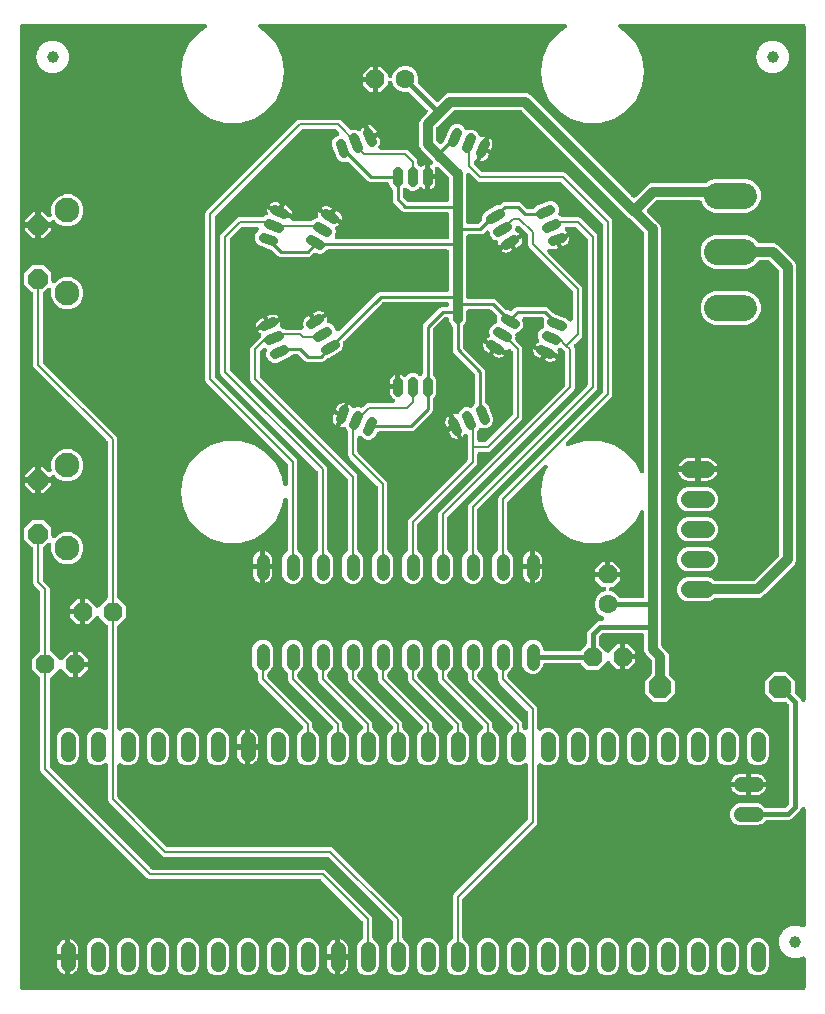
<source format=gbr>
G04 EAGLE Gerber RS-274X export*
G75*
%MOMM*%
%FSLAX34Y34*%
%LPD*%
%INTop Copper*%
%IPPOS*%
%AMOC8*
5,1,8,0,0,1.08239X$1,22.5*%
G01*
%ADD10P,1.732040X8X22.500000*%
%ADD11P,1.732040X8X202.500000*%
%ADD12C,0.854800*%
%ADD13C,0.812800*%
%ADD14C,1.422400*%
%ADD15C,2.240281*%
%ADD16P,1.732040X8X112.500000*%
%ADD17C,1.600200*%
%ADD18P,2.089446X8X202.500000*%
%ADD19C,1.137919*%
%ADD20P,1.814519X8X292.500000*%
%ADD21C,2.098038*%
%ADD22C,1.000000*%
%ADD23C,1.260000*%
%ADD24C,0.254000*%
%ADD25C,0.203200*%
%ADD26C,0.406400*%

G36*
X673626Y10163D02*
X673626Y10163D01*
X673644Y10161D01*
X673826Y10182D01*
X674009Y10201D01*
X674026Y10206D01*
X674043Y10208D01*
X674218Y10265D01*
X674394Y10319D01*
X674409Y10327D01*
X674426Y10333D01*
X674586Y10423D01*
X674748Y10511D01*
X674761Y10522D01*
X674777Y10531D01*
X674916Y10651D01*
X675057Y10768D01*
X675068Y10782D01*
X675082Y10794D01*
X675194Y10939D01*
X675309Y11082D01*
X675317Y11098D01*
X675328Y11112D01*
X675410Y11277D01*
X675495Y11439D01*
X675500Y11456D01*
X675508Y11472D01*
X675555Y11651D01*
X675606Y11826D01*
X675608Y11844D01*
X675612Y11861D01*
X675639Y12192D01*
X675639Y36408D01*
X675631Y36489D01*
X675633Y36572D01*
X675611Y36689D01*
X675599Y36808D01*
X675575Y36887D01*
X675561Y36968D01*
X675516Y37079D01*
X675481Y37193D01*
X675442Y37266D01*
X675412Y37342D01*
X675346Y37442D01*
X675289Y37547D01*
X675237Y37610D01*
X675192Y37679D01*
X675108Y37765D01*
X675032Y37856D01*
X674968Y37908D01*
X674910Y37967D01*
X674811Y38034D01*
X674718Y38109D01*
X674645Y38147D01*
X674577Y38193D01*
X674467Y38239D01*
X674361Y38294D01*
X674282Y38317D01*
X674206Y38349D01*
X674089Y38373D01*
X673974Y38406D01*
X673892Y38412D01*
X673811Y38429D01*
X673692Y38429D01*
X673572Y38439D01*
X673491Y38429D01*
X673409Y38429D01*
X673258Y38402D01*
X673173Y38392D01*
X673134Y38379D01*
X673082Y38370D01*
X672952Y38335D01*
X672776Y38268D01*
X672599Y38204D01*
X672586Y38197D01*
X672575Y38192D01*
X672569Y38189D01*
X672512Y38189D01*
X672349Y38159D01*
X672262Y38148D01*
X672229Y38137D01*
X672185Y38129D01*
X671607Y37974D01*
X671596Y37970D01*
X671585Y37968D01*
X671274Y37853D01*
X670731Y37600D01*
X670666Y37561D01*
X670597Y37531D01*
X670494Y37459D01*
X670385Y37395D01*
X670380Y37390D01*
X670323Y37380D01*
X670309Y37375D01*
X670298Y37373D01*
X670291Y37370D01*
X670234Y37380D01*
X670069Y37379D01*
X669982Y37383D01*
X669947Y37378D01*
X669902Y37378D01*
X669306Y37326D01*
X669294Y37324D01*
X669283Y37324D01*
X668957Y37264D01*
X668379Y37109D01*
X668308Y37083D01*
X668234Y37065D01*
X668120Y37012D01*
X668002Y36967D01*
X667996Y36963D01*
X667938Y36963D01*
X667923Y36961D01*
X667912Y36960D01*
X667905Y36959D01*
X667851Y36979D01*
X667688Y37006D01*
X667603Y37026D01*
X667568Y37027D01*
X667524Y37035D01*
X666927Y37087D01*
X666916Y37087D01*
X666905Y37089D01*
X666573Y37087D01*
X665976Y37035D01*
X665902Y37020D01*
X665827Y37016D01*
X665705Y36983D01*
X665581Y36960D01*
X665574Y36957D01*
X665518Y36967D01*
X665503Y36967D01*
X665491Y36969D01*
X665484Y36969D01*
X665434Y36998D01*
X665278Y37053D01*
X665198Y37087D01*
X665164Y37094D01*
X665121Y37109D01*
X664543Y37264D01*
X664532Y37266D01*
X664522Y37270D01*
X664194Y37326D01*
X663598Y37378D01*
X663522Y37377D01*
X663447Y37386D01*
X663321Y37375D01*
X663195Y37373D01*
X663188Y37372D01*
X663134Y37391D01*
X663119Y37394D01*
X663108Y37398D01*
X663101Y37399D01*
X663057Y37436D01*
X662914Y37518D01*
X662840Y37565D01*
X662808Y37578D01*
X662769Y37600D01*
X662226Y37853D01*
X662216Y37857D01*
X662206Y37863D01*
X661893Y37974D01*
X661315Y38129D01*
X661240Y38141D01*
X661168Y38163D01*
X661042Y38174D01*
X660918Y38194D01*
X660910Y38194D01*
X660861Y38223D01*
X660847Y38228D01*
X660837Y38234D01*
X660830Y38236D01*
X660793Y38280D01*
X660666Y38385D01*
X660602Y38445D01*
X660572Y38463D01*
X660537Y38492D01*
X660047Y38835D01*
X660037Y38841D01*
X660028Y38848D01*
X659740Y39013D01*
X659197Y39266D01*
X659126Y39291D01*
X659058Y39324D01*
X658936Y39357D01*
X658817Y39399D01*
X658810Y39400D01*
X658766Y39437D01*
X658753Y39444D01*
X658744Y39452D01*
X658738Y39455D01*
X658709Y39505D01*
X658602Y39631D01*
X658550Y39700D01*
X658523Y39724D01*
X658494Y39758D01*
X658071Y40181D01*
X658062Y40188D01*
X658055Y40197D01*
X657800Y40409D01*
X657309Y40752D01*
X657243Y40789D01*
X657183Y40834D01*
X657068Y40888D01*
X656958Y40949D01*
X656951Y40952D01*
X656914Y40996D01*
X656903Y41005D01*
X656895Y41014D01*
X656889Y41019D01*
X656870Y41073D01*
X656786Y41215D01*
X656747Y41293D01*
X656725Y41320D01*
X656702Y41359D01*
X656359Y41850D01*
X656352Y41858D01*
X656346Y41868D01*
X656131Y42121D01*
X655708Y42544D01*
X655649Y42592D01*
X655597Y42647D01*
X655494Y42719D01*
X655396Y42799D01*
X655390Y42803D01*
X655361Y42853D01*
X655352Y42864D01*
X655346Y42874D01*
X655341Y42879D01*
X655331Y42936D01*
X655273Y43091D01*
X655248Y43174D01*
X655231Y43205D01*
X655216Y43247D01*
X654963Y43790D01*
X654957Y43800D01*
X654953Y43810D01*
X654785Y44097D01*
X654442Y44587D01*
X654393Y44644D01*
X654351Y44708D01*
X654262Y44797D01*
X654179Y44893D01*
X654174Y44897D01*
X654154Y44951D01*
X654147Y44964D01*
X654143Y44975D01*
X654139Y44981D01*
X654139Y45038D01*
X654109Y45201D01*
X654098Y45288D01*
X654087Y45321D01*
X654079Y45365D01*
X653924Y45943D01*
X653920Y45954D01*
X653918Y45965D01*
X653803Y46276D01*
X653550Y46819D01*
X653511Y46884D01*
X653481Y46953D01*
X653409Y47056D01*
X653345Y47165D01*
X653340Y47170D01*
X653330Y47227D01*
X653325Y47241D01*
X653323Y47252D01*
X653320Y47259D01*
X653330Y47316D01*
X653329Y47481D01*
X653333Y47568D01*
X653328Y47603D01*
X653328Y47648D01*
X653276Y48244D01*
X653274Y48256D01*
X653274Y48267D01*
X653214Y48593D01*
X653059Y49171D01*
X653033Y49242D01*
X653015Y49316D01*
X652962Y49430D01*
X652917Y49548D01*
X652913Y49554D01*
X652913Y49612D01*
X652911Y49627D01*
X652910Y49638D01*
X652909Y49645D01*
X652929Y49699D01*
X652956Y49862D01*
X652976Y49947D01*
X652977Y49982D01*
X652985Y50026D01*
X653037Y50623D01*
X653037Y50634D01*
X653039Y50645D01*
X653038Y50760D01*
X653043Y50821D01*
X653037Y50869D01*
X653037Y50977D01*
X652985Y51574D01*
X652970Y51648D01*
X652966Y51723D01*
X652933Y51845D01*
X652910Y51969D01*
X652907Y51976D01*
X652917Y52032D01*
X652917Y52047D01*
X652919Y52059D01*
X652919Y52066D01*
X652948Y52116D01*
X653003Y52272D01*
X653037Y52352D01*
X653044Y52386D01*
X653059Y52429D01*
X653214Y53007D01*
X653216Y53018D01*
X653220Y53028D01*
X653276Y53356D01*
X653328Y53952D01*
X653327Y54028D01*
X653336Y54103D01*
X653325Y54229D01*
X653323Y54355D01*
X653322Y54362D01*
X653341Y54416D01*
X653344Y54431D01*
X653348Y54442D01*
X653349Y54449D01*
X653386Y54493D01*
X653468Y54636D01*
X653515Y54710D01*
X653528Y54742D01*
X653550Y54781D01*
X653803Y55324D01*
X653807Y55334D01*
X653813Y55344D01*
X653924Y55657D01*
X654079Y56235D01*
X654091Y56310D01*
X654113Y56382D01*
X654124Y56508D01*
X654144Y56632D01*
X654144Y56640D01*
X654173Y56689D01*
X654178Y56703D01*
X654184Y56713D01*
X654186Y56720D01*
X654230Y56757D01*
X654335Y56884D01*
X654395Y56948D01*
X654413Y56978D01*
X654442Y57013D01*
X654785Y57503D01*
X654791Y57513D01*
X654798Y57522D01*
X654963Y57810D01*
X655216Y58353D01*
X655241Y58424D01*
X655274Y58492D01*
X655307Y58614D01*
X655349Y58733D01*
X655350Y58740D01*
X655387Y58784D01*
X655394Y58797D01*
X655402Y58806D01*
X655405Y58812D01*
X655455Y58841D01*
X655581Y58948D01*
X655650Y59000D01*
X655674Y59027D01*
X655708Y59056D01*
X656131Y59479D01*
X656138Y59488D01*
X656147Y59495D01*
X656359Y59750D01*
X656702Y60241D01*
X656739Y60307D01*
X656784Y60367D01*
X656838Y60482D01*
X656899Y60592D01*
X656902Y60599D01*
X656946Y60636D01*
X656955Y60647D01*
X656964Y60655D01*
X656969Y60661D01*
X657023Y60680D01*
X657165Y60764D01*
X657243Y60803D01*
X657270Y60825D01*
X657309Y60848D01*
X657800Y61191D01*
X657808Y61198D01*
X657818Y61204D01*
X658071Y61419D01*
X658494Y61842D01*
X658542Y61901D01*
X658597Y61953D01*
X658669Y62056D01*
X658749Y62154D01*
X658753Y62160D01*
X658803Y62189D01*
X658814Y62198D01*
X658824Y62204D01*
X658830Y62209D01*
X658886Y62219D01*
X659041Y62277D01*
X659124Y62302D01*
X659155Y62319D01*
X659197Y62334D01*
X659740Y62587D01*
X659750Y62593D01*
X659760Y62597D01*
X660047Y62765D01*
X660537Y63108D01*
X660594Y63157D01*
X660658Y63199D01*
X660747Y63288D01*
X660843Y63371D01*
X660847Y63376D01*
X660901Y63396D01*
X660914Y63403D01*
X660925Y63407D01*
X660931Y63411D01*
X660988Y63411D01*
X661151Y63441D01*
X661238Y63452D01*
X661271Y63463D01*
X661315Y63471D01*
X661893Y63626D01*
X661904Y63630D01*
X661915Y63632D01*
X662226Y63747D01*
X662769Y64000D01*
X662834Y64039D01*
X662903Y64069D01*
X663006Y64141D01*
X663115Y64205D01*
X663120Y64210D01*
X663177Y64220D01*
X663191Y64225D01*
X663202Y64227D01*
X663209Y64230D01*
X663266Y64220D01*
X663431Y64221D01*
X663518Y64217D01*
X663553Y64222D01*
X663598Y64222D01*
X664194Y64274D01*
X664205Y64276D01*
X664217Y64276D01*
X664543Y64336D01*
X665121Y64491D01*
X665192Y64517D01*
X665266Y64535D01*
X665380Y64588D01*
X665498Y64633D01*
X665504Y64637D01*
X665562Y64637D01*
X665577Y64639D01*
X665588Y64640D01*
X665595Y64641D01*
X665649Y64621D01*
X665812Y64594D01*
X665897Y64574D01*
X665932Y64573D01*
X665976Y64566D01*
X666573Y64513D01*
X666584Y64513D01*
X666595Y64511D01*
X666927Y64513D01*
X667524Y64566D01*
X667598Y64580D01*
X667673Y64584D01*
X667795Y64617D01*
X667919Y64640D01*
X667926Y64643D01*
X667982Y64633D01*
X667997Y64633D01*
X668009Y64631D01*
X668016Y64631D01*
X668066Y64602D01*
X668222Y64547D01*
X668302Y64513D01*
X668336Y64506D01*
X668379Y64491D01*
X668957Y64336D01*
X668968Y64334D01*
X668978Y64330D01*
X669306Y64274D01*
X669902Y64222D01*
X669978Y64223D01*
X670053Y64214D01*
X670179Y64225D01*
X670305Y64227D01*
X670312Y64228D01*
X670366Y64209D01*
X670381Y64206D01*
X670392Y64202D01*
X670399Y64201D01*
X670443Y64164D01*
X670586Y64082D01*
X670659Y64035D01*
X670692Y64022D01*
X670731Y64000D01*
X671274Y63747D01*
X671284Y63743D01*
X671294Y63737D01*
X671607Y63626D01*
X672185Y63471D01*
X672260Y63459D01*
X672332Y63437D01*
X672458Y63426D01*
X672582Y63406D01*
X672590Y63406D01*
X672639Y63377D01*
X672653Y63372D01*
X672663Y63366D01*
X672726Y63346D01*
X672952Y63265D01*
X673082Y63230D01*
X673163Y63217D01*
X673242Y63194D01*
X673361Y63185D01*
X673479Y63165D01*
X673562Y63168D01*
X673644Y63161D01*
X673762Y63175D01*
X673882Y63180D01*
X673962Y63199D01*
X674043Y63208D01*
X674157Y63245D01*
X674273Y63273D01*
X674348Y63308D01*
X674426Y63333D01*
X674530Y63392D01*
X674639Y63442D01*
X674705Y63491D01*
X674777Y63531D01*
X674867Y63609D01*
X674964Y63680D01*
X675019Y63741D01*
X675082Y63794D01*
X675155Y63889D01*
X675236Y63977D01*
X675278Y64047D01*
X675328Y64112D01*
X675382Y64219D01*
X675443Y64322D01*
X675471Y64399D01*
X675508Y64473D01*
X675539Y64588D01*
X675579Y64701D01*
X675591Y64782D01*
X675612Y64862D01*
X675625Y65014D01*
X675637Y65099D01*
X675635Y65140D01*
X675639Y65192D01*
X675639Y163072D01*
X675639Y163077D01*
X675639Y163081D01*
X675619Y163275D01*
X675599Y163473D01*
X675598Y163477D01*
X675598Y163482D01*
X675539Y163669D01*
X675481Y163858D01*
X675479Y163862D01*
X675478Y163866D01*
X675382Y164041D01*
X675289Y164212D01*
X675287Y164215D01*
X675284Y164219D01*
X675156Y164372D01*
X675032Y164521D01*
X675028Y164524D01*
X675025Y164527D01*
X674870Y164651D01*
X674718Y164773D01*
X674714Y164775D01*
X674710Y164778D01*
X674532Y164870D01*
X674361Y164959D01*
X674356Y164960D01*
X674352Y164962D01*
X674159Y165017D01*
X673974Y165070D01*
X673969Y165071D01*
X673965Y165072D01*
X673769Y165087D01*
X673572Y165103D01*
X673568Y165103D01*
X673564Y165103D01*
X673370Y165079D01*
X673173Y165056D01*
X673168Y165055D01*
X673164Y165054D01*
X672979Y164993D01*
X672790Y164931D01*
X672786Y164929D01*
X672782Y164928D01*
X672613Y164831D01*
X672439Y164734D01*
X672436Y164731D01*
X672432Y164728D01*
X672283Y164599D01*
X672135Y164470D01*
X672132Y164467D01*
X672128Y164464D01*
X672006Y164305D01*
X671888Y164152D01*
X671886Y164148D01*
X671883Y164145D01*
X671731Y163850D01*
X671057Y162222D01*
X669342Y160507D01*
X664993Y156158D01*
X663278Y154443D01*
X661411Y153669D01*
X642662Y153669D01*
X642635Y153667D01*
X642608Y153669D01*
X642435Y153647D01*
X642261Y153629D01*
X642236Y153622D01*
X642209Y153618D01*
X642043Y153563D01*
X641876Y153511D01*
X641853Y153498D01*
X641827Y153490D01*
X641676Y153403D01*
X641522Y153319D01*
X641502Y153302D01*
X641478Y153289D01*
X641225Y153074D01*
X638976Y150825D01*
X637369Y150159D01*
X635540Y149401D01*
X619220Y149401D01*
X615784Y150825D01*
X613155Y153454D01*
X611731Y156890D01*
X611731Y160610D01*
X613155Y164046D01*
X615784Y166675D01*
X619220Y168099D01*
X635540Y168099D01*
X638976Y166675D01*
X641225Y164426D01*
X641246Y164409D01*
X641264Y164388D01*
X641402Y164281D01*
X641537Y164171D01*
X641561Y164158D01*
X641582Y164142D01*
X641739Y164064D01*
X641893Y163982D01*
X641918Y163974D01*
X641942Y163962D01*
X642112Y163917D01*
X642279Y163867D01*
X642305Y163865D01*
X642331Y163858D01*
X642662Y163831D01*
X657454Y163831D01*
X657481Y163833D01*
X657507Y163831D01*
X657681Y163853D01*
X657855Y163871D01*
X657880Y163878D01*
X657907Y163882D01*
X658073Y163937D01*
X658240Y163989D01*
X658263Y164002D01*
X658289Y164010D01*
X658440Y164097D01*
X658594Y164181D01*
X658614Y164198D01*
X658637Y164211D01*
X658890Y164426D01*
X661074Y166610D01*
X661091Y166630D01*
X661112Y166648D01*
X661219Y166786D01*
X661329Y166921D01*
X661342Y166945D01*
X661358Y166966D01*
X661436Y167123D01*
X661518Y167277D01*
X661526Y167302D01*
X661538Y167326D01*
X661583Y167496D01*
X661633Y167663D01*
X661635Y167689D01*
X661642Y167715D01*
X661669Y168046D01*
X661669Y251054D01*
X661667Y251081D01*
X661669Y251107D01*
X661647Y251281D01*
X661629Y251455D01*
X661622Y251480D01*
X661618Y251507D01*
X661563Y251673D01*
X661511Y251840D01*
X661498Y251863D01*
X661490Y251889D01*
X661403Y252040D01*
X661319Y252194D01*
X661302Y252214D01*
X661289Y252237D01*
X661074Y252490D01*
X660160Y253404D01*
X660140Y253421D01*
X660122Y253442D01*
X659984Y253549D01*
X659849Y253659D01*
X659825Y253672D01*
X659804Y253688D01*
X659647Y253766D01*
X659493Y253848D01*
X659468Y253856D01*
X659444Y253868D01*
X659274Y253913D01*
X659107Y253963D01*
X659081Y253965D01*
X659055Y253972D01*
X658724Y253999D01*
X648789Y253999D01*
X641349Y261439D01*
X641349Y271961D01*
X648789Y279401D01*
X659311Y279401D01*
X666751Y271961D01*
X666751Y262026D01*
X666752Y262013D01*
X666751Y262000D01*
X666753Y261988D01*
X666751Y261973D01*
X666773Y261799D01*
X666791Y261625D01*
X666798Y261602D01*
X666798Y261600D01*
X666799Y261598D01*
X666802Y261573D01*
X666857Y261407D01*
X666909Y261240D01*
X666922Y261217D01*
X666930Y261191D01*
X667017Y261040D01*
X667101Y260886D01*
X667118Y260866D01*
X667131Y260843D01*
X667346Y260590D01*
X669342Y258593D01*
X671057Y256878D01*
X671731Y255250D01*
X671733Y255246D01*
X671735Y255242D01*
X671828Y255069D01*
X671922Y254896D01*
X671924Y254892D01*
X671927Y254888D01*
X672052Y254738D01*
X672178Y254585D01*
X672181Y254582D01*
X672184Y254579D01*
X672335Y254457D01*
X672491Y254331D01*
X672495Y254329D01*
X672498Y254327D01*
X672670Y254237D01*
X672847Y254144D01*
X672851Y254143D01*
X672855Y254141D01*
X673043Y254087D01*
X673234Y254031D01*
X673238Y254031D01*
X673242Y254030D01*
X673440Y254013D01*
X673635Y253997D01*
X673639Y253997D01*
X673644Y253997D01*
X673839Y254020D01*
X674035Y254042D01*
X674039Y254043D01*
X674043Y254044D01*
X674231Y254105D01*
X674418Y254165D01*
X674422Y254167D01*
X674426Y254169D01*
X674599Y254266D01*
X674770Y254361D01*
X674773Y254364D01*
X674777Y254366D01*
X674925Y254495D01*
X675075Y254623D01*
X675078Y254627D01*
X675082Y254630D01*
X675202Y254784D01*
X675324Y254940D01*
X675326Y254944D01*
X675328Y254948D01*
X675416Y255124D01*
X675504Y255300D01*
X675506Y255304D01*
X675508Y255308D01*
X675559Y255499D01*
X675611Y255688D01*
X675611Y255693D01*
X675612Y255697D01*
X675639Y256028D01*
X675639Y826008D01*
X675637Y826026D01*
X675639Y826044D01*
X675618Y826226D01*
X675599Y826409D01*
X675594Y826426D01*
X675592Y826443D01*
X675535Y826618D01*
X675481Y826794D01*
X675473Y826809D01*
X675467Y826826D01*
X675377Y826986D01*
X675289Y827148D01*
X675278Y827161D01*
X675269Y827177D01*
X675149Y827316D01*
X675032Y827457D01*
X675018Y827468D01*
X675006Y827482D01*
X674861Y827594D01*
X674718Y827709D01*
X674702Y827717D01*
X674688Y827728D01*
X674523Y827810D01*
X674361Y827895D01*
X674344Y827900D01*
X674328Y827908D01*
X674149Y827955D01*
X673974Y828006D01*
X673956Y828008D01*
X673939Y828012D01*
X673608Y828039D01*
X518930Y828039D01*
X518906Y828037D01*
X518881Y828039D01*
X518705Y828017D01*
X518530Y827999D01*
X518506Y827992D01*
X518481Y827989D01*
X518314Y827933D01*
X518145Y827881D01*
X518123Y827869D01*
X518099Y827861D01*
X517946Y827774D01*
X517791Y827689D01*
X517772Y827674D01*
X517750Y827661D01*
X517617Y827544D01*
X517481Y827432D01*
X517466Y827412D01*
X517447Y827396D01*
X517340Y827255D01*
X517229Y827118D01*
X517218Y827096D01*
X517202Y827076D01*
X517125Y826917D01*
X517044Y826761D01*
X517037Y826737D01*
X517026Y826714D01*
X516981Y826544D01*
X516932Y826374D01*
X516930Y826349D01*
X516924Y826325D01*
X516914Y826149D01*
X516899Y825972D01*
X516902Y825948D01*
X516901Y825923D01*
X516926Y825748D01*
X516946Y825573D01*
X516954Y825549D01*
X516957Y825524D01*
X517016Y825358D01*
X517071Y825190D01*
X517083Y825168D01*
X517092Y825145D01*
X517182Y824993D01*
X517269Y824839D01*
X517285Y824820D01*
X517298Y824799D01*
X517417Y824668D01*
X517532Y824535D01*
X517552Y824519D01*
X517569Y824501D01*
X517832Y824299D01*
X523896Y820402D01*
X532036Y811009D01*
X537199Y799703D01*
X538968Y787400D01*
X537199Y775097D01*
X532036Y763791D01*
X523896Y754398D01*
X513440Y747678D01*
X501515Y744177D01*
X489085Y744177D01*
X477160Y747678D01*
X466704Y754398D01*
X458564Y763791D01*
X453401Y775097D01*
X451632Y787400D01*
X453401Y799703D01*
X458564Y811009D01*
X466704Y820402D01*
X472768Y824299D01*
X472788Y824315D01*
X472809Y824327D01*
X472945Y824439D01*
X473083Y824549D01*
X473099Y824568D01*
X473119Y824584D01*
X473229Y824722D01*
X473343Y824857D01*
X473355Y824879D01*
X473371Y824898D01*
X473452Y825054D01*
X473538Y825210D01*
X473545Y825233D01*
X473556Y825255D01*
X473605Y825425D01*
X473658Y825594D01*
X473661Y825618D01*
X473668Y825642D01*
X473682Y825819D01*
X473701Y825994D01*
X473699Y826019D01*
X473701Y826044D01*
X473680Y826219D01*
X473664Y826395D01*
X473657Y826419D01*
X473654Y826443D01*
X473599Y826612D01*
X473548Y826781D01*
X473537Y826802D01*
X473529Y826826D01*
X473442Y826980D01*
X473359Y827136D01*
X473343Y827155D01*
X473331Y827177D01*
X473215Y827311D01*
X473103Y827447D01*
X473084Y827463D01*
X473068Y827482D01*
X472928Y827590D01*
X472791Y827701D01*
X472769Y827713D01*
X472750Y827728D01*
X472592Y827807D01*
X472435Y827889D01*
X472412Y827897D01*
X472389Y827908D01*
X472218Y827954D01*
X472049Y828003D01*
X472025Y828006D01*
X472000Y828012D01*
X471670Y828039D01*
X214130Y828039D01*
X214106Y828037D01*
X214081Y828039D01*
X213905Y828017D01*
X213730Y827999D01*
X213706Y827992D01*
X213681Y827989D01*
X213514Y827933D01*
X213345Y827881D01*
X213323Y827869D01*
X213299Y827861D01*
X213146Y827774D01*
X212991Y827689D01*
X212972Y827674D01*
X212950Y827661D01*
X212817Y827544D01*
X212681Y827432D01*
X212666Y827412D01*
X212647Y827396D01*
X212540Y827255D01*
X212429Y827118D01*
X212418Y827096D01*
X212402Y827076D01*
X212325Y826917D01*
X212244Y826761D01*
X212237Y826737D01*
X212226Y826714D01*
X212181Y826544D01*
X212132Y826374D01*
X212130Y826349D01*
X212124Y826325D01*
X212114Y826149D01*
X212099Y825972D01*
X212102Y825948D01*
X212101Y825923D01*
X212126Y825748D01*
X212146Y825573D01*
X212154Y825549D01*
X212157Y825524D01*
X212216Y825358D01*
X212271Y825190D01*
X212283Y825168D01*
X212292Y825145D01*
X212382Y824993D01*
X212469Y824839D01*
X212485Y824820D01*
X212498Y824799D01*
X212617Y824668D01*
X212732Y824535D01*
X212752Y824519D01*
X212769Y824501D01*
X213032Y824299D01*
X219096Y820402D01*
X227236Y811009D01*
X232399Y799703D01*
X234168Y787400D01*
X232399Y775097D01*
X227236Y763791D01*
X219096Y754398D01*
X208640Y747678D01*
X196715Y744177D01*
X184285Y744177D01*
X172360Y747678D01*
X161904Y754398D01*
X153764Y763791D01*
X148601Y775097D01*
X146832Y787400D01*
X148601Y799703D01*
X153764Y811009D01*
X161904Y820402D01*
X167968Y824299D01*
X167988Y824315D01*
X168009Y824327D01*
X168145Y824439D01*
X168283Y824549D01*
X168299Y824568D01*
X168319Y824584D01*
X168429Y824722D01*
X168543Y824857D01*
X168555Y824879D01*
X168571Y824898D01*
X168652Y825054D01*
X168738Y825210D01*
X168745Y825233D01*
X168756Y825255D01*
X168805Y825425D01*
X168858Y825594D01*
X168861Y825618D01*
X168868Y825642D01*
X168882Y825819D01*
X168901Y825994D01*
X168899Y826019D01*
X168901Y826044D01*
X168880Y826219D01*
X168864Y826395D01*
X168857Y826419D01*
X168854Y826443D01*
X168799Y826612D01*
X168748Y826781D01*
X168737Y826802D01*
X168729Y826826D01*
X168642Y826980D01*
X168559Y827136D01*
X168543Y827155D01*
X168531Y827177D01*
X168415Y827311D01*
X168303Y827447D01*
X168284Y827463D01*
X168268Y827482D01*
X168128Y827590D01*
X167991Y827701D01*
X167969Y827713D01*
X167950Y827728D01*
X167792Y827807D01*
X167635Y827889D01*
X167612Y827897D01*
X167589Y827908D01*
X167418Y827954D01*
X167249Y828003D01*
X167225Y828006D01*
X167200Y828012D01*
X166870Y828039D01*
X12192Y828039D01*
X12174Y828037D01*
X12156Y828039D01*
X11974Y828018D01*
X11791Y827999D01*
X11774Y827994D01*
X11757Y827992D01*
X11582Y827935D01*
X11406Y827881D01*
X11391Y827873D01*
X11374Y827867D01*
X11214Y827777D01*
X11052Y827689D01*
X11039Y827678D01*
X11023Y827669D01*
X10884Y827549D01*
X10743Y827432D01*
X10732Y827418D01*
X10718Y827406D01*
X10606Y827261D01*
X10491Y827118D01*
X10483Y827102D01*
X10472Y827088D01*
X10390Y826923D01*
X10305Y826761D01*
X10300Y826744D01*
X10292Y826728D01*
X10245Y826549D01*
X10194Y826374D01*
X10192Y826356D01*
X10188Y826339D01*
X10161Y826008D01*
X10161Y12192D01*
X10163Y12174D01*
X10161Y12156D01*
X10182Y11974D01*
X10201Y11791D01*
X10206Y11774D01*
X10208Y11757D01*
X10265Y11582D01*
X10319Y11406D01*
X10327Y11391D01*
X10333Y11374D01*
X10423Y11214D01*
X10511Y11052D01*
X10522Y11039D01*
X10531Y11023D01*
X10651Y10884D01*
X10768Y10743D01*
X10782Y10732D01*
X10794Y10718D01*
X10939Y10606D01*
X11082Y10491D01*
X11098Y10483D01*
X11112Y10472D01*
X11277Y10390D01*
X11439Y10305D01*
X11456Y10300D01*
X11472Y10292D01*
X11651Y10245D01*
X11826Y10194D01*
X11844Y10192D01*
X11861Y10188D01*
X12192Y10161D01*
X673608Y10161D01*
X673626Y10163D01*
G37*
%LPC*%
G36*
X547189Y253999D02*
X547189Y253999D01*
X539749Y261439D01*
X539749Y271961D01*
X544742Y276954D01*
X544759Y276975D01*
X544780Y276992D01*
X544887Y277130D01*
X544997Y277265D01*
X545010Y277289D01*
X545026Y277310D01*
X545104Y277467D01*
X545186Y277621D01*
X545194Y277647D01*
X545206Y277671D01*
X545251Y277840D01*
X545301Y278007D01*
X545303Y278034D01*
X545310Y278059D01*
X545337Y278390D01*
X545337Y288312D01*
X545335Y288339D01*
X545337Y288366D01*
X545315Y288540D01*
X545297Y288713D01*
X545290Y288739D01*
X545286Y288765D01*
X545231Y288931D01*
X545179Y289098D01*
X545166Y289122D01*
X545158Y289147D01*
X545071Y289299D01*
X544987Y289452D01*
X544970Y289472D01*
X544957Y289496D01*
X544742Y289749D01*
X540070Y294421D01*
X538987Y297035D01*
X538987Y310388D01*
X538985Y310406D01*
X538987Y310424D01*
X538966Y310606D01*
X538947Y310789D01*
X538942Y310806D01*
X538940Y310823D01*
X538883Y310998D01*
X538829Y311174D01*
X538821Y311189D01*
X538815Y311206D01*
X538725Y311366D01*
X538637Y311528D01*
X538626Y311541D01*
X538617Y311557D01*
X538497Y311696D01*
X538380Y311837D01*
X538366Y311848D01*
X538354Y311862D01*
X538209Y311974D01*
X538066Y312089D01*
X538050Y312097D01*
X538036Y312108D01*
X537871Y312190D01*
X537709Y312275D01*
X537692Y312280D01*
X537676Y312288D01*
X537497Y312335D01*
X537322Y312386D01*
X537304Y312388D01*
X537287Y312392D01*
X536956Y312419D01*
X504596Y312419D01*
X504569Y312417D01*
X504543Y312419D01*
X504369Y312397D01*
X504195Y312379D01*
X504170Y312372D01*
X504143Y312368D01*
X503977Y312313D01*
X503810Y312261D01*
X503787Y312248D01*
X503761Y312240D01*
X503610Y312153D01*
X503456Y312069D01*
X503436Y312052D01*
X503413Y312039D01*
X503160Y311824D01*
X500976Y309640D01*
X500959Y309620D01*
X500938Y309602D01*
X500831Y309464D01*
X500721Y309329D01*
X500708Y309305D01*
X500692Y309284D01*
X500614Y309127D01*
X500532Y308973D01*
X500524Y308948D01*
X500512Y308924D01*
X500467Y308754D01*
X500417Y308587D01*
X500415Y308561D01*
X500408Y308535D01*
X500381Y308204D01*
X500381Y303487D01*
X500383Y303461D01*
X500381Y303434D01*
X500403Y303260D01*
X500421Y303087D01*
X500428Y303061D01*
X500432Y303035D01*
X500487Y302869D01*
X500539Y302702D01*
X500552Y302678D01*
X500560Y302653D01*
X500647Y302501D01*
X500731Y302348D01*
X500748Y302327D01*
X500761Y302304D01*
X500976Y302051D01*
X506923Y296104D01*
X506937Y296092D01*
X506948Y296079D01*
X507092Y295965D01*
X507234Y295849D01*
X507250Y295840D01*
X507264Y295829D01*
X507429Y295746D01*
X507590Y295660D01*
X507607Y295655D01*
X507623Y295647D01*
X507801Y295597D01*
X507976Y295545D01*
X507994Y295544D01*
X508011Y295539D01*
X508194Y295525D01*
X508377Y295509D01*
X508395Y295511D01*
X508413Y295510D01*
X508594Y295532D01*
X508777Y295552D01*
X508794Y295558D01*
X508812Y295560D01*
X508985Y295618D01*
X509161Y295674D01*
X509177Y295682D01*
X509194Y295688D01*
X509353Y295780D01*
X509513Y295869D01*
X509527Y295880D01*
X509543Y295889D01*
X509796Y296104D01*
X516333Y302642D01*
X518669Y302642D01*
X518669Y292100D01*
X518669Y281558D01*
X516333Y281558D01*
X509796Y288096D01*
X509782Y288108D01*
X509770Y288121D01*
X509626Y288235D01*
X509484Y288351D01*
X509468Y288360D01*
X509454Y288371D01*
X509290Y288454D01*
X509128Y288540D01*
X509111Y288545D01*
X509095Y288553D01*
X508918Y288603D01*
X508742Y288655D01*
X508725Y288656D01*
X508707Y288661D01*
X508524Y288675D01*
X508341Y288691D01*
X508324Y288689D01*
X508306Y288690D01*
X508124Y288668D01*
X507941Y288648D01*
X507924Y288642D01*
X507906Y288640D01*
X507733Y288582D01*
X507557Y288526D01*
X507542Y288518D01*
X507525Y288512D01*
X507365Y288420D01*
X507205Y288331D01*
X507191Y288320D01*
X507176Y288311D01*
X506923Y288096D01*
X499877Y281050D01*
X490723Y281050D01*
X485349Y286424D01*
X485328Y286441D01*
X485311Y286462D01*
X485173Y286569D01*
X485038Y286679D01*
X485014Y286692D01*
X484993Y286708D01*
X484836Y286786D01*
X484682Y286868D01*
X484656Y286876D01*
X484632Y286888D01*
X484463Y286933D01*
X484296Y286983D01*
X484269Y286985D01*
X484243Y286992D01*
X483913Y287019D01*
X455270Y287019D01*
X455252Y287017D01*
X455234Y287019D01*
X455052Y286998D01*
X454869Y286979D01*
X454852Y286974D01*
X454834Y286972D01*
X454660Y286915D01*
X454484Y286861D01*
X454468Y286853D01*
X454451Y286847D01*
X454291Y286757D01*
X454130Y286669D01*
X454116Y286658D01*
X454101Y286649D01*
X453962Y286529D01*
X453821Y286412D01*
X453810Y286398D01*
X453796Y286386D01*
X453684Y286241D01*
X453568Y286098D01*
X453560Y286082D01*
X453549Y286068D01*
X453467Y285903D01*
X453383Y285741D01*
X453378Y285724D01*
X453370Y285708D01*
X453322Y285529D01*
X453272Y285354D01*
X453270Y285336D01*
X453265Y285319D01*
X453238Y284988D01*
X453238Y284672D01*
X451908Y281461D01*
X449450Y279002D01*
X446238Y277672D01*
X442762Y277672D01*
X439550Y279002D01*
X437092Y281461D01*
X435762Y284672D01*
X435762Y299528D01*
X437092Y302739D01*
X439550Y305198D01*
X442762Y306528D01*
X446238Y306528D01*
X449450Y305198D01*
X451908Y302739D01*
X453238Y299528D01*
X453238Y299212D01*
X453240Y299194D01*
X453239Y299176D01*
X453260Y298994D01*
X453278Y298811D01*
X453283Y298794D01*
X453286Y298777D01*
X453342Y298602D01*
X453396Y298426D01*
X453405Y298411D01*
X453410Y298394D01*
X453501Y298234D01*
X453588Y298072D01*
X453600Y298059D01*
X453608Y298043D01*
X453729Y297904D01*
X453846Y297763D01*
X453860Y297752D01*
X453871Y297738D01*
X454016Y297626D01*
X454160Y297511D01*
X454175Y297503D01*
X454190Y297492D01*
X454354Y297410D01*
X454517Y297325D01*
X454534Y297320D01*
X454550Y297312D01*
X454728Y297265D01*
X454904Y297214D01*
X454922Y297212D01*
X454939Y297208D01*
X455270Y297181D01*
X483913Y297181D01*
X483939Y297183D01*
X483966Y297181D01*
X484140Y297203D01*
X484313Y297221D01*
X484339Y297228D01*
X484365Y297232D01*
X484531Y297287D01*
X484698Y297339D01*
X484722Y297352D01*
X484747Y297360D01*
X484899Y297447D01*
X485052Y297531D01*
X485073Y297548D01*
X485096Y297561D01*
X485349Y297776D01*
X489624Y302051D01*
X489641Y302072D01*
X489662Y302089D01*
X489769Y302227D01*
X489879Y302362D01*
X489892Y302386D01*
X489908Y302407D01*
X489986Y302564D01*
X490068Y302718D01*
X490076Y302744D01*
X490088Y302768D01*
X490133Y302937D01*
X490183Y303104D01*
X490185Y303131D01*
X490192Y303157D01*
X490219Y303487D01*
X490219Y312161D01*
X490993Y314028D01*
X498772Y321807D01*
X500639Y322581D01*
X502639Y322581D01*
X502643Y322581D01*
X502648Y322581D01*
X502842Y322601D01*
X503039Y322621D01*
X503044Y322622D01*
X503048Y322622D01*
X503236Y322681D01*
X503424Y322739D01*
X503428Y322741D01*
X503432Y322742D01*
X503607Y322838D01*
X503778Y322931D01*
X503782Y322933D01*
X503786Y322936D01*
X503939Y323064D01*
X504088Y323188D01*
X504090Y323192D01*
X504094Y323195D01*
X504219Y323351D01*
X504340Y323502D01*
X504342Y323506D01*
X504345Y323509D01*
X504437Y323690D01*
X504525Y323859D01*
X504527Y323864D01*
X504529Y323868D01*
X504583Y324058D01*
X504637Y324246D01*
X504637Y324251D01*
X504638Y324255D01*
X504653Y324447D01*
X504670Y324648D01*
X504669Y324652D01*
X504669Y324656D01*
X504646Y324850D01*
X504623Y325047D01*
X504621Y325052D01*
X504621Y325056D01*
X504560Y325240D01*
X504498Y325430D01*
X504496Y325434D01*
X504494Y325438D01*
X504398Y325607D01*
X504300Y325781D01*
X504297Y325784D01*
X504295Y325788D01*
X504167Y325935D01*
X504037Y326085D01*
X504033Y326088D01*
X504030Y326092D01*
X503873Y326212D01*
X503719Y326332D01*
X503715Y326334D01*
X503711Y326337D01*
X503416Y326489D01*
X501741Y327182D01*
X498632Y330291D01*
X496950Y334352D01*
X496950Y338748D01*
X498632Y342809D01*
X501741Y345918D01*
X505562Y347500D01*
X505566Y347502D01*
X505570Y347504D01*
X505743Y347597D01*
X505917Y347691D01*
X505921Y347693D01*
X505925Y347696D01*
X506073Y347820D01*
X506228Y347947D01*
X506230Y347950D01*
X506234Y347953D01*
X506357Y348106D01*
X506481Y348260D01*
X506483Y348264D01*
X506486Y348267D01*
X506577Y348441D01*
X506668Y348616D01*
X506670Y348620D01*
X506672Y348624D01*
X506725Y348811D01*
X506781Y349003D01*
X506782Y349007D01*
X506783Y349011D01*
X506799Y349209D01*
X506816Y349404D01*
X506816Y349408D01*
X506816Y349413D01*
X506793Y349610D01*
X506771Y349804D01*
X506770Y349808D01*
X506769Y349812D01*
X506707Y350001D01*
X506648Y350187D01*
X506646Y350191D01*
X506644Y350195D01*
X506547Y350367D01*
X506451Y350539D01*
X506448Y350542D01*
X506446Y350546D01*
X506318Y350695D01*
X506190Y350844D01*
X506186Y350847D01*
X506183Y350851D01*
X506029Y350970D01*
X505872Y351093D01*
X505868Y351095D01*
X505865Y351097D01*
X505688Y351185D01*
X505513Y351273D01*
X505509Y351275D01*
X505504Y351277D01*
X505312Y351328D01*
X505124Y351380D01*
X505120Y351380D01*
X505116Y351381D01*
X504785Y351408D01*
X503633Y351408D01*
X497458Y357583D01*
X497458Y359919D01*
X508000Y359919D01*
X518542Y359919D01*
X518542Y357583D01*
X512367Y351408D01*
X511215Y351408D01*
X511211Y351408D01*
X511206Y351408D01*
X511012Y351388D01*
X510814Y351368D01*
X510810Y351367D01*
X510806Y351367D01*
X510620Y351309D01*
X510430Y351250D01*
X510426Y351248D01*
X510421Y351247D01*
X510250Y351153D01*
X510075Y351058D01*
X510072Y351056D01*
X510068Y351053D01*
X509915Y350925D01*
X509766Y350801D01*
X509763Y350797D01*
X509760Y350794D01*
X509637Y350640D01*
X509514Y350487D01*
X509512Y350483D01*
X509509Y350480D01*
X509417Y350301D01*
X509328Y350130D01*
X509327Y350125D01*
X509325Y350121D01*
X509272Y349934D01*
X509217Y349743D01*
X509217Y349738D01*
X509215Y349734D01*
X509200Y349541D01*
X509184Y349341D01*
X509185Y349337D01*
X509184Y349333D01*
X509208Y349140D01*
X509231Y348942D01*
X509232Y348937D01*
X509233Y348933D01*
X509294Y348750D01*
X509356Y348559D01*
X509358Y348555D01*
X509359Y348551D01*
X509456Y348382D01*
X509554Y348208D01*
X509557Y348205D01*
X509559Y348201D01*
X509689Y348052D01*
X509817Y347904D01*
X509820Y347901D01*
X509823Y347897D01*
X509980Y347777D01*
X510135Y347657D01*
X510139Y347655D01*
X510143Y347652D01*
X510438Y347500D01*
X514259Y345918D01*
X517381Y342796D01*
X517442Y342688D01*
X517526Y342530D01*
X517541Y342513D01*
X517552Y342493D01*
X517669Y342358D01*
X517783Y342219D01*
X517800Y342205D01*
X517815Y342188D01*
X517956Y342079D01*
X518095Y341966D01*
X518115Y341955D01*
X518133Y341942D01*
X518293Y341862D01*
X518452Y341779D01*
X518473Y341772D01*
X518493Y341762D01*
X518667Y341716D01*
X518838Y341666D01*
X518860Y341664D01*
X518882Y341658D01*
X519213Y341631D01*
X536956Y341631D01*
X536974Y341633D01*
X536992Y341631D01*
X537174Y341652D01*
X537357Y341671D01*
X537374Y341676D01*
X537391Y341678D01*
X537566Y341735D01*
X537742Y341789D01*
X537757Y341797D01*
X537774Y341803D01*
X537934Y341893D01*
X538096Y341981D01*
X538109Y341992D01*
X538125Y342001D01*
X538264Y342121D01*
X538405Y342238D01*
X538416Y342252D01*
X538430Y342264D01*
X538542Y342409D01*
X538657Y342552D01*
X538665Y342568D01*
X538676Y342582D01*
X538758Y342747D01*
X538843Y342909D01*
X538848Y342926D01*
X538856Y342942D01*
X538903Y343121D01*
X538954Y343296D01*
X538956Y343314D01*
X538960Y343331D01*
X538987Y343662D01*
X538987Y414076D01*
X538970Y414245D01*
X538959Y414414D01*
X538951Y414444D01*
X538947Y414476D01*
X538898Y414638D01*
X538853Y414802D01*
X538839Y414831D01*
X538829Y414861D01*
X538748Y415010D01*
X538672Y415162D01*
X538653Y415187D01*
X538637Y415215D01*
X538529Y415345D01*
X538424Y415479D01*
X538400Y415500D01*
X538380Y415524D01*
X538248Y415631D01*
X538119Y415741D01*
X538091Y415757D01*
X538066Y415777D01*
X537916Y415855D01*
X537767Y415938D01*
X537737Y415948D01*
X537709Y415962D01*
X537546Y416009D01*
X537384Y416061D01*
X537352Y416065D01*
X537322Y416074D01*
X537153Y416088D01*
X536984Y416107D01*
X536952Y416104D01*
X536920Y416107D01*
X536752Y416087D01*
X536583Y416072D01*
X536552Y416063D01*
X536521Y416060D01*
X536359Y416007D01*
X536196Y415960D01*
X536168Y415945D01*
X536138Y415935D01*
X535990Y415851D01*
X535840Y415773D01*
X535815Y415753D01*
X535787Y415737D01*
X535659Y415626D01*
X535527Y415519D01*
X535507Y415495D01*
X535483Y415474D01*
X535379Y415340D01*
X535270Y415209D01*
X535253Y415178D01*
X535236Y415156D01*
X535197Y415079D01*
X535108Y414919D01*
X532036Y408191D01*
X523896Y398798D01*
X513440Y392078D01*
X501515Y388577D01*
X489085Y388577D01*
X477160Y392078D01*
X466704Y398798D01*
X458564Y408191D01*
X453401Y419497D01*
X451632Y431800D01*
X453401Y444103D01*
X457046Y452083D01*
X457059Y452122D01*
X457078Y452158D01*
X457124Y452312D01*
X457176Y452464D01*
X457181Y452504D01*
X457193Y452544D01*
X457207Y452704D01*
X457228Y452863D01*
X457225Y452904D01*
X457229Y452945D01*
X457212Y453105D01*
X457201Y453265D01*
X457190Y453304D01*
X457186Y453345D01*
X457137Y453498D01*
X457095Y453653D01*
X457076Y453690D01*
X457064Y453729D01*
X456986Y453869D01*
X456914Y454013D01*
X456889Y454045D01*
X456869Y454081D01*
X456765Y454203D01*
X456666Y454330D01*
X456635Y454357D01*
X456609Y454388D01*
X456483Y454488D01*
X456361Y454592D01*
X456325Y454612D01*
X456293Y454638D01*
X456149Y454711D01*
X456009Y454789D01*
X455970Y454801D01*
X455934Y454820D01*
X455779Y454863D01*
X455626Y454912D01*
X455585Y454917D01*
X455546Y454928D01*
X455386Y454940D01*
X455226Y454958D01*
X455185Y454954D01*
X455145Y454957D01*
X454985Y454937D01*
X454825Y454924D01*
X454786Y454912D01*
X454745Y454907D01*
X454593Y454856D01*
X454438Y454811D01*
X454402Y454792D01*
X454363Y454779D01*
X454224Y454699D01*
X454082Y454624D01*
X454050Y454598D01*
X454015Y454578D01*
X453797Y454393D01*
X453769Y454370D01*
X453766Y454367D01*
X453762Y454363D01*
X423760Y424361D01*
X423743Y424341D01*
X423722Y424323D01*
X423615Y424185D01*
X423505Y424050D01*
X423492Y424026D01*
X423476Y424005D01*
X423398Y423848D01*
X423316Y423694D01*
X423308Y423669D01*
X423296Y423644D01*
X423251Y423475D01*
X423201Y423308D01*
X423199Y423282D01*
X423192Y423256D01*
X423165Y422925D01*
X423165Y383121D01*
X423167Y383095D01*
X423165Y383069D01*
X423187Y382895D01*
X423205Y382721D01*
X423212Y382696D01*
X423216Y382670D01*
X423271Y382504D01*
X423323Y382336D01*
X423335Y382313D01*
X423344Y382288D01*
X423431Y382136D01*
X423515Y381982D01*
X423531Y381962D01*
X423544Y381939D01*
X423628Y381844D01*
X423721Y381734D01*
X423772Y381673D01*
X423785Y381662D01*
X423803Y381644D01*
X423810Y381637D01*
X423814Y381633D01*
X426508Y378939D01*
X427838Y375728D01*
X427838Y360872D01*
X426508Y357661D01*
X424050Y355202D01*
X420838Y353872D01*
X417362Y353872D01*
X414150Y355202D01*
X411692Y357661D01*
X410362Y360872D01*
X410362Y375728D01*
X411692Y378939D01*
X414426Y381674D01*
X414441Y381686D01*
X414458Y381706D01*
X414478Y381723D01*
X414585Y381861D01*
X414696Y381998D01*
X414708Y382021D01*
X414724Y382041D01*
X414802Y382198D01*
X414884Y382353D01*
X414892Y382378D01*
X414904Y382402D01*
X414949Y382572D01*
X414999Y382739D01*
X415001Y382765D01*
X415008Y382791D01*
X415035Y383121D01*
X415035Y426259D01*
X415654Y427752D01*
X503340Y515439D01*
X503357Y515459D01*
X503378Y515477D01*
X503485Y515615D01*
X503595Y515750D01*
X503608Y515774D01*
X503624Y515795D01*
X503702Y515952D01*
X503784Y516106D01*
X503792Y516131D01*
X503804Y516156D01*
X503849Y516325D01*
X503899Y516492D01*
X503901Y516518D01*
X503908Y516544D01*
X503935Y516875D01*
X503935Y657875D01*
X503933Y657902D01*
X503935Y657928D01*
X503913Y658102D01*
X503895Y658276D01*
X503888Y658301D01*
X503884Y658328D01*
X503829Y658493D01*
X503777Y658661D01*
X503764Y658684D01*
X503756Y658709D01*
X503669Y658861D01*
X503585Y659015D01*
X503568Y659035D01*
X503555Y659058D01*
X503340Y659311D01*
X468811Y693840D01*
X468791Y693857D01*
X468773Y693878D01*
X468635Y693985D01*
X468500Y694095D01*
X468476Y694108D01*
X468455Y694124D01*
X468298Y694202D01*
X468144Y694284D01*
X468119Y694292D01*
X468094Y694304D01*
X467925Y694349D01*
X467758Y694399D01*
X467732Y694401D01*
X467706Y694408D01*
X467375Y694435D01*
X399241Y694435D01*
X397748Y695054D01*
X396318Y696483D01*
X391580Y701221D01*
X391573Y701227D01*
X391568Y701234D01*
X391418Y701354D01*
X391269Y701476D01*
X391261Y701481D01*
X391254Y701486D01*
X391084Y701575D01*
X390913Y701665D01*
X390904Y701668D01*
X390897Y701672D01*
X390712Y701725D01*
X390527Y701780D01*
X390518Y701781D01*
X390510Y701783D01*
X390318Y701799D01*
X390126Y701816D01*
X390117Y701815D01*
X390108Y701816D01*
X389919Y701794D01*
X389726Y701773D01*
X389717Y701770D01*
X389709Y701769D01*
X389527Y701710D01*
X389342Y701651D01*
X389334Y701647D01*
X389326Y701644D01*
X389157Y701549D01*
X388990Y701456D01*
X388983Y701451D01*
X388975Y701446D01*
X388829Y701320D01*
X388683Y701196D01*
X388677Y701189D01*
X388670Y701183D01*
X388553Y701032D01*
X388433Y700880D01*
X388429Y700872D01*
X388424Y700865D01*
X388338Y700693D01*
X388251Y700521D01*
X388248Y700513D01*
X388244Y700505D01*
X388194Y700319D01*
X388143Y700133D01*
X388142Y700124D01*
X388140Y700116D01*
X388113Y699785D01*
X388113Y660400D01*
X388115Y660382D01*
X388113Y660364D01*
X388134Y660182D01*
X388153Y659999D01*
X388158Y659982D01*
X388160Y659965D01*
X388217Y659790D01*
X388271Y659614D01*
X388279Y659599D01*
X388285Y659582D01*
X388375Y659422D01*
X388463Y659260D01*
X388474Y659247D01*
X388483Y659231D01*
X388603Y659092D01*
X388720Y658951D01*
X388734Y658940D01*
X388746Y658926D01*
X388891Y658814D01*
X389034Y658699D01*
X389050Y658691D01*
X389064Y658680D01*
X389229Y658598D01*
X389391Y658513D01*
X389408Y658508D01*
X389424Y658500D01*
X389603Y658453D01*
X389778Y658402D01*
X389796Y658400D01*
X389813Y658396D01*
X390144Y658369D01*
X397420Y658369D01*
X397446Y658371D01*
X397473Y658369D01*
X397647Y658391D01*
X397820Y658409D01*
X397846Y658416D01*
X397872Y658420D01*
X398038Y658475D01*
X398205Y658527D01*
X398229Y658540D01*
X398254Y658548D01*
X398406Y658635D01*
X398559Y658719D01*
X398580Y658736D01*
X398603Y658749D01*
X398856Y658964D01*
X401087Y661195D01*
X401188Y661318D01*
X401294Y661437D01*
X401315Y661474D01*
X401342Y661506D01*
X401417Y661647D01*
X401497Y661785D01*
X401511Y661825D01*
X401531Y661862D01*
X401576Y662015D01*
X401628Y662166D01*
X401634Y662207D01*
X401646Y662248D01*
X401660Y662407D01*
X401681Y662565D01*
X401679Y662612D01*
X401682Y662649D01*
X401673Y662736D01*
X401665Y662896D01*
X401598Y663400D01*
X402352Y666214D01*
X404126Y668525D01*
X414051Y674255D01*
X415438Y674438D01*
X415531Y674460D01*
X415626Y674472D01*
X415727Y674506D01*
X415830Y674530D01*
X415917Y674570D01*
X416008Y674600D01*
X416100Y674653D01*
X416196Y674697D01*
X416274Y674753D01*
X416357Y674801D01*
X416456Y674885D01*
X416522Y674934D01*
X416557Y674971D01*
X416610Y675016D01*
X418355Y676761D01*
X419942Y677419D01*
X432659Y677419D01*
X434246Y676761D01*
X439344Y671664D01*
X439365Y671647D01*
X439382Y671626D01*
X439520Y671519D01*
X439655Y671409D01*
X439679Y671396D01*
X439700Y671380D01*
X439857Y671302D01*
X440011Y671220D01*
X440037Y671212D01*
X440061Y671200D01*
X440230Y671155D01*
X440397Y671105D01*
X440424Y671103D01*
X440450Y671096D01*
X440780Y671069D01*
X444115Y671069D01*
X444142Y671071D01*
X444168Y671069D01*
X444342Y671091D01*
X444516Y671109D01*
X444541Y671116D01*
X444568Y671120D01*
X444733Y671175D01*
X444901Y671227D01*
X444924Y671240D01*
X444949Y671248D01*
X445101Y671335D01*
X445255Y671419D01*
X445275Y671436D01*
X445298Y671449D01*
X445551Y671664D01*
X447418Y673531D01*
X458007Y677917D01*
X460920Y677917D01*
X463612Y676802D01*
X465672Y674742D01*
X466786Y672050D01*
X466786Y669137D01*
X466372Y668137D01*
X466367Y668120D01*
X466359Y668104D01*
X466308Y667926D01*
X466255Y667751D01*
X466254Y667734D01*
X466249Y667716D01*
X466235Y667533D01*
X466217Y667351D01*
X466219Y667333D01*
X466218Y667315D01*
X466240Y667133D01*
X466259Y666950D01*
X466264Y666933D01*
X466266Y666915D01*
X466325Y666740D01*
X466379Y666566D01*
X466387Y666550D01*
X466393Y666533D01*
X466484Y666373D01*
X466572Y666213D01*
X466584Y666199D01*
X466592Y666183D01*
X466713Y666045D01*
X466831Y665904D01*
X466845Y665893D01*
X466857Y665880D01*
X467003Y665768D01*
X467146Y665654D01*
X467162Y665645D01*
X467176Y665634D01*
X467471Y665483D01*
X468472Y665068D01*
X468480Y665060D01*
X468501Y665043D01*
X468519Y665022D01*
X468657Y664915D01*
X468792Y664805D01*
X468816Y664792D01*
X468837Y664776D01*
X468994Y664698D01*
X469148Y664616D01*
X469173Y664608D01*
X469197Y664596D01*
X469367Y664551D01*
X469534Y664501D01*
X469560Y664499D01*
X469586Y664492D01*
X469917Y664465D01*
X483409Y664465D01*
X484902Y663846D01*
X498746Y650002D01*
X499365Y648509D01*
X499365Y519891D01*
X498746Y518398D01*
X398360Y418011D01*
X398343Y417991D01*
X398322Y417973D01*
X398215Y417835D01*
X398105Y417700D01*
X398092Y417676D01*
X398076Y417655D01*
X397998Y417498D01*
X397916Y417344D01*
X397908Y417319D01*
X397896Y417294D01*
X397851Y417125D01*
X397801Y416958D01*
X397799Y416932D01*
X397792Y416906D01*
X397765Y416575D01*
X397765Y383121D01*
X397767Y383095D01*
X397765Y383069D01*
X397787Y382895D01*
X397805Y382721D01*
X397812Y382696D01*
X397816Y382670D01*
X397871Y382504D01*
X397923Y382336D01*
X397935Y382313D01*
X397944Y382288D01*
X398031Y382136D01*
X398115Y381982D01*
X398131Y381962D01*
X398144Y381939D01*
X398228Y381844D01*
X398321Y381734D01*
X398372Y381673D01*
X398385Y381662D01*
X398403Y381644D01*
X398410Y381637D01*
X398414Y381633D01*
X401108Y378939D01*
X402438Y375728D01*
X402438Y360872D01*
X401108Y357661D01*
X398650Y355202D01*
X395438Y353872D01*
X391962Y353872D01*
X388750Y355202D01*
X386292Y357661D01*
X384962Y360872D01*
X384962Y375728D01*
X386292Y378939D01*
X389026Y381674D01*
X389041Y381686D01*
X389058Y381706D01*
X389078Y381723D01*
X389185Y381861D01*
X389296Y381998D01*
X389308Y382021D01*
X389324Y382041D01*
X389402Y382198D01*
X389484Y382353D01*
X389492Y382378D01*
X389504Y382402D01*
X389549Y382572D01*
X389599Y382739D01*
X389601Y382765D01*
X389608Y382791D01*
X389635Y383121D01*
X389635Y419909D01*
X390254Y421402D01*
X490640Y521789D01*
X490657Y521809D01*
X490678Y521827D01*
X490785Y521965D01*
X490895Y522100D01*
X490908Y522124D01*
X490924Y522145D01*
X491002Y522302D01*
X491084Y522456D01*
X491092Y522481D01*
X491104Y522506D01*
X491149Y522675D01*
X491199Y522842D01*
X491201Y522868D01*
X491208Y522894D01*
X491235Y523225D01*
X491235Y645175D01*
X491233Y645202D01*
X491235Y645228D01*
X491213Y645402D01*
X491195Y645576D01*
X491188Y645601D01*
X491184Y645628D01*
X491129Y645793D01*
X491077Y645960D01*
X491064Y645984D01*
X491056Y646009D01*
X490969Y646161D01*
X490885Y646315D01*
X490868Y646335D01*
X490855Y646358D01*
X490640Y646611D01*
X481511Y655740D01*
X481491Y655757D01*
X481473Y655778D01*
X481335Y655885D01*
X481200Y655995D01*
X481176Y656008D01*
X481155Y656024D01*
X480998Y656102D01*
X480844Y656184D01*
X480819Y656192D01*
X480794Y656204D01*
X480625Y656249D01*
X480458Y656299D01*
X480432Y656301D01*
X480406Y656308D01*
X480075Y656335D01*
X473673Y656335D01*
X473666Y656335D01*
X473660Y656335D01*
X473466Y656315D01*
X473272Y656295D01*
X473266Y656293D01*
X473259Y656293D01*
X473076Y656235D01*
X472888Y656177D01*
X472882Y656174D01*
X472875Y656172D01*
X472706Y656079D01*
X472534Y655985D01*
X472528Y655981D01*
X472522Y655978D01*
X472374Y655852D01*
X472224Y655728D01*
X472220Y655722D01*
X472215Y655718D01*
X472093Y655565D01*
X471972Y655414D01*
X471969Y655408D01*
X471965Y655403D01*
X471875Y655228D01*
X471786Y655057D01*
X471785Y655050D01*
X471782Y655044D01*
X471729Y654856D01*
X471675Y654670D01*
X471674Y654663D01*
X471673Y654657D01*
X471658Y654464D01*
X471642Y654268D01*
X471643Y654262D01*
X471642Y654255D01*
X471666Y654062D01*
X471689Y653869D01*
X471691Y653862D01*
X471692Y653856D01*
X471753Y653671D01*
X471814Y653486D01*
X471817Y653480D01*
X471819Y653474D01*
X471916Y653305D01*
X472012Y653135D01*
X472016Y653130D01*
X472020Y653124D01*
X472149Y652976D01*
X472275Y652831D01*
X472280Y652826D01*
X472285Y652821D01*
X472545Y652615D01*
X473200Y652177D01*
X474040Y651337D01*
X470440Y649846D01*
X465536Y647815D01*
X464458Y647369D01*
X464440Y647359D01*
X464425Y647354D01*
X464405Y647343D01*
X464378Y647333D01*
X464354Y647319D01*
X464327Y647308D01*
X464222Y647242D01*
X464103Y647178D01*
X464088Y647166D01*
X464074Y647158D01*
X464056Y647142D01*
X464032Y647128D01*
X464009Y647108D01*
X463986Y647093D01*
X463896Y647007D01*
X463793Y646922D01*
X463780Y646907D01*
X463768Y646896D01*
X463753Y646877D01*
X463733Y646859D01*
X463715Y646834D01*
X463695Y646816D01*
X463622Y646712D01*
X463539Y646609D01*
X463530Y646593D01*
X463519Y646579D01*
X463508Y646557D01*
X463493Y646535D01*
X463480Y646509D01*
X463464Y646486D01*
X463412Y646368D01*
X463352Y646253D01*
X463347Y646235D01*
X463339Y646219D01*
X463332Y646194D01*
X463321Y646171D01*
X463314Y646143D01*
X463303Y646117D01*
X463275Y645989D01*
X463239Y645866D01*
X463237Y645849D01*
X463232Y645831D01*
X463231Y645804D01*
X463225Y645780D01*
X463223Y645753D01*
X463217Y645723D01*
X463215Y645591D01*
X463204Y645465D01*
X463206Y645449D01*
X463205Y645429D01*
X463208Y645402D01*
X463207Y645378D01*
X463211Y645351D01*
X463211Y645321D01*
X463235Y645189D01*
X463249Y645065D01*
X463254Y645050D01*
X463257Y645030D01*
X463266Y645000D01*
X463270Y644980D01*
X463279Y644952D01*
X463284Y644925D01*
X463316Y644847D01*
X463358Y644714D01*
X465886Y638612D01*
X463407Y637586D01*
X462131Y637332D01*
X460830Y637332D01*
X459554Y637586D01*
X459529Y637596D01*
X459525Y637597D01*
X459521Y637599D01*
X459334Y637655D01*
X459144Y637712D01*
X459139Y637713D01*
X459135Y637714D01*
X458937Y637732D01*
X458743Y637750D01*
X458739Y637750D01*
X458734Y637750D01*
X458532Y637729D01*
X458343Y637709D01*
X458338Y637708D01*
X458334Y637707D01*
X458142Y637646D01*
X457958Y637589D01*
X457954Y637587D01*
X457950Y637586D01*
X457777Y637490D01*
X457605Y637396D01*
X457601Y637393D01*
X457598Y637391D01*
X457448Y637264D01*
X457297Y637137D01*
X457294Y637133D01*
X457291Y637130D01*
X457168Y636976D01*
X457046Y636822D01*
X457044Y636818D01*
X457041Y636814D01*
X456951Y636638D01*
X456862Y636464D01*
X456861Y636459D01*
X456859Y636455D01*
X456805Y636262D01*
X456752Y636076D01*
X456752Y636072D01*
X456751Y636067D01*
X456736Y635869D01*
X456721Y635675D01*
X456722Y635670D01*
X456721Y635666D01*
X456746Y635470D01*
X456770Y635275D01*
X456771Y635271D01*
X456772Y635267D01*
X456834Y635082D01*
X456896Y634893D01*
X456898Y634889D01*
X456900Y634885D01*
X456998Y634714D01*
X457096Y634543D01*
X457098Y634540D01*
X457101Y634536D01*
X457315Y634283D01*
X486046Y605552D01*
X486665Y604059D01*
X486665Y564341D01*
X486046Y562848D01*
X480145Y556946D01*
X480130Y556929D01*
X480113Y556914D01*
X480003Y556773D01*
X479889Y556635D01*
X479879Y556615D01*
X479865Y556597D01*
X479784Y556436D01*
X479701Y556279D01*
X479695Y556258D01*
X479684Y556238D01*
X479637Y556064D01*
X479586Y555893D01*
X479584Y555871D01*
X479578Y555849D01*
X479566Y555671D01*
X479550Y555492D01*
X479552Y555470D01*
X479551Y555448D01*
X479574Y555270D01*
X479593Y555092D01*
X479600Y555070D01*
X479603Y555048D01*
X479704Y554732D01*
X480315Y553259D01*
X480315Y519891D01*
X479696Y518398D01*
X372960Y411661D01*
X372943Y411641D01*
X372922Y411623D01*
X372815Y411485D01*
X372705Y411350D01*
X372692Y411326D01*
X372676Y411305D01*
X372598Y411148D01*
X372516Y410994D01*
X372508Y410969D01*
X372496Y410944D01*
X372451Y410775D01*
X372401Y410608D01*
X372399Y410582D01*
X372392Y410556D01*
X372365Y410225D01*
X372365Y383121D01*
X372367Y383095D01*
X372365Y383069D01*
X372387Y382895D01*
X372405Y382721D01*
X372412Y382696D01*
X372416Y382670D01*
X372471Y382504D01*
X372523Y382336D01*
X372535Y382313D01*
X372544Y382288D01*
X372631Y382136D01*
X372715Y381982D01*
X372731Y381962D01*
X372744Y381939D01*
X372828Y381844D01*
X372921Y381734D01*
X372972Y381673D01*
X372985Y381662D01*
X373003Y381644D01*
X373010Y381637D01*
X373014Y381633D01*
X375708Y378939D01*
X377038Y375728D01*
X377038Y360872D01*
X375708Y357661D01*
X373250Y355202D01*
X370038Y353872D01*
X366562Y353872D01*
X363350Y355202D01*
X360892Y357661D01*
X359562Y360872D01*
X359562Y375728D01*
X360892Y378939D01*
X363626Y381674D01*
X363641Y381686D01*
X363658Y381706D01*
X363678Y381723D01*
X363785Y381861D01*
X363896Y381998D01*
X363908Y382021D01*
X363924Y382041D01*
X364002Y382198D01*
X364084Y382353D01*
X364092Y382378D01*
X364104Y382402D01*
X364149Y382572D01*
X364199Y382739D01*
X364201Y382765D01*
X364208Y382791D01*
X364235Y383121D01*
X364235Y413559D01*
X364854Y415052D01*
X471590Y521789D01*
X471607Y521809D01*
X471628Y521827D01*
X471735Y521965D01*
X471845Y522100D01*
X471858Y522124D01*
X471874Y522145D01*
X471952Y522302D01*
X472034Y522456D01*
X472042Y522481D01*
X472054Y522506D01*
X472099Y522675D01*
X472149Y522842D01*
X472151Y522868D01*
X472158Y522894D01*
X472185Y523225D01*
X472185Y549925D01*
X472183Y549951D01*
X472185Y549978D01*
X472163Y550152D01*
X472145Y550326D01*
X472138Y550351D01*
X472134Y550378D01*
X472079Y550543D01*
X472027Y550710D01*
X472014Y550734D01*
X472006Y550759D01*
X471919Y550911D01*
X471835Y551065D01*
X471818Y551085D01*
X471805Y551108D01*
X471590Y551361D01*
X471058Y551893D01*
X471058Y551894D01*
X469678Y553274D01*
X469660Y553288D01*
X469646Y553305D01*
X469505Y553415D01*
X469366Y553529D01*
X469347Y553539D01*
X469329Y553553D01*
X469169Y553634D01*
X469011Y553718D01*
X468989Y553724D01*
X468969Y553734D01*
X468797Y553781D01*
X468625Y553832D01*
X468602Y553834D01*
X468581Y553840D01*
X468402Y553853D01*
X468224Y553869D01*
X468201Y553866D01*
X468179Y553868D01*
X468001Y553845D01*
X467823Y553825D01*
X467802Y553819D01*
X467780Y553816D01*
X467464Y553714D01*
X466671Y553386D01*
X466655Y553377D01*
X466638Y553372D01*
X466477Y553282D01*
X466316Y553195D01*
X466302Y553184D01*
X466286Y553175D01*
X466146Y553055D01*
X466005Y552939D01*
X465994Y552925D01*
X465981Y552913D01*
X465867Y552768D01*
X465752Y552626D01*
X465743Y552611D01*
X465732Y552596D01*
X465650Y552433D01*
X465565Y552270D01*
X465560Y552253D01*
X465552Y552237D01*
X465503Y552060D01*
X465452Y551883D01*
X465450Y551866D01*
X465445Y551848D01*
X465433Y551665D01*
X465417Y551482D01*
X465419Y551464D01*
X465418Y551447D01*
X465442Y551264D01*
X465462Y551082D01*
X465468Y551065D01*
X465470Y551047D01*
X465571Y550732D01*
X465620Y550613D01*
X465874Y549337D01*
X465874Y548149D01*
X456293Y552118D01*
X456292Y552118D01*
X456292Y552119D01*
X446710Y556087D01*
X447550Y556927D01*
X448632Y557650D01*
X448750Y557699D01*
X448766Y557707D01*
X448783Y557713D01*
X448943Y557802D01*
X449105Y557889D01*
X449119Y557901D01*
X449135Y557909D01*
X449274Y558029D01*
X449415Y558146D01*
X449427Y558159D01*
X449440Y558171D01*
X449554Y558316D01*
X449669Y558458D01*
X449678Y558474D01*
X449689Y558488D01*
X449771Y558652D01*
X449856Y558815D01*
X449861Y558832D01*
X449869Y558848D01*
X449918Y559025D01*
X449969Y559201D01*
X449971Y559219D01*
X449976Y559236D01*
X449988Y559420D01*
X450004Y559602D01*
X450002Y559620D01*
X450003Y559638D01*
X449979Y559820D01*
X449959Y560002D01*
X449953Y560019D01*
X449951Y560037D01*
X449850Y560353D01*
X449104Y562154D01*
X449104Y565067D01*
X450218Y567759D01*
X452278Y569818D01*
X453279Y570233D01*
X453295Y570241D01*
X453312Y570247D01*
X453472Y570336D01*
X453634Y570423D01*
X453647Y570434D01*
X453663Y570443D01*
X453802Y570563D01*
X453944Y570679D01*
X453955Y570693D01*
X453969Y570705D01*
X454082Y570850D01*
X454198Y570992D01*
X454206Y571008D01*
X454217Y571022D01*
X454300Y571187D01*
X454385Y571349D01*
X454390Y571366D01*
X454398Y571382D01*
X454446Y571559D01*
X454498Y571735D01*
X454499Y571753D01*
X454504Y571770D01*
X454517Y571953D01*
X454533Y572136D01*
X454531Y572154D01*
X454532Y572172D01*
X454508Y572354D01*
X454487Y572536D01*
X454482Y572553D01*
X454480Y572571D01*
X454378Y572887D01*
X453964Y573887D01*
X453964Y576800D01*
X454051Y577011D01*
X454058Y577033D01*
X454068Y577053D01*
X454116Y577226D01*
X454168Y577397D01*
X454170Y577419D01*
X454176Y577441D01*
X454189Y577620D01*
X454206Y577797D01*
X454203Y577820D01*
X454205Y577842D01*
X454183Y578020D01*
X454164Y578198D01*
X454157Y578219D01*
X454155Y578242D01*
X454097Y578412D01*
X454044Y578582D01*
X454033Y578602D01*
X454026Y578624D01*
X453937Y578779D01*
X453851Y578935D01*
X453836Y578953D01*
X453825Y578972D01*
X453610Y579225D01*
X453549Y579287D01*
X453528Y579304D01*
X453511Y579324D01*
X453373Y579430D01*
X453237Y579542D01*
X453214Y579554D01*
X453193Y579570D01*
X453037Y579648D01*
X452882Y579730D01*
X452856Y579738D01*
X452833Y579750D01*
X452663Y579795D01*
X452496Y579845D01*
X452469Y579847D01*
X452444Y579854D01*
X452113Y579881D01*
X437807Y579881D01*
X437725Y579873D01*
X437643Y579875D01*
X437525Y579853D01*
X437406Y579841D01*
X437328Y579817D01*
X437247Y579803D01*
X437136Y579758D01*
X437021Y579723D01*
X436949Y579684D01*
X436873Y579654D01*
X436772Y579588D01*
X436667Y579531D01*
X436604Y579479D01*
X436535Y579434D01*
X436450Y579350D01*
X436358Y579274D01*
X436307Y579210D01*
X436248Y579152D01*
X436181Y579053D01*
X436106Y578960D01*
X436068Y578887D01*
X436022Y578819D01*
X435975Y578709D01*
X435920Y578603D01*
X435897Y578524D01*
X435866Y578448D01*
X435842Y578331D01*
X435809Y578216D01*
X435802Y578134D01*
X435786Y578053D01*
X435786Y577934D01*
X435776Y577814D01*
X435785Y577733D01*
X435785Y577651D01*
X435813Y577501D01*
X435823Y577415D01*
X435835Y577376D01*
X435845Y577324D01*
X436602Y574500D01*
X436221Y571612D01*
X434765Y569089D01*
X432454Y567315D01*
X431408Y567035D01*
X431391Y567029D01*
X431373Y567026D01*
X431203Y566958D01*
X431031Y566893D01*
X431016Y566883D01*
X430999Y566877D01*
X430846Y566777D01*
X430690Y566679D01*
X430677Y566667D01*
X430662Y566657D01*
X430532Y566529D01*
X430397Y566402D01*
X430387Y566388D01*
X430374Y566375D01*
X430272Y566224D01*
X430165Y566073D01*
X430158Y566057D01*
X430148Y566042D01*
X430077Y565872D01*
X430003Y565705D01*
X429999Y565687D01*
X429992Y565671D01*
X429956Y565491D01*
X429916Y565312D01*
X429916Y565294D01*
X429912Y565276D01*
X429912Y565093D01*
X429909Y564909D01*
X429912Y564892D01*
X429912Y564874D01*
X429971Y564547D01*
X430252Y563501D01*
X429946Y561177D01*
X429941Y561018D01*
X429929Y560858D01*
X429934Y560816D01*
X429933Y560774D01*
X429959Y560617D01*
X429979Y560459D01*
X429993Y560419D01*
X430000Y560377D01*
X430057Y560228D01*
X430107Y560077D01*
X430128Y560041D01*
X430144Y560001D01*
X430229Y559866D01*
X430308Y559728D01*
X430339Y559692D01*
X430359Y559661D01*
X430419Y559598D01*
X430523Y559475D01*
X435246Y554752D01*
X435865Y553259D01*
X435865Y494491D01*
X435246Y492998D01*
X408702Y466454D01*
X407209Y465835D01*
X399796Y465835D01*
X399778Y465833D01*
X399760Y465835D01*
X399578Y465814D01*
X399395Y465795D01*
X399378Y465790D01*
X399361Y465788D01*
X399186Y465731D01*
X399010Y465677D01*
X398995Y465669D01*
X398978Y465663D01*
X398818Y465573D01*
X398656Y465485D01*
X398643Y465474D01*
X398627Y465465D01*
X398488Y465345D01*
X398347Y465228D01*
X398336Y465214D01*
X398322Y465202D01*
X398210Y465057D01*
X398095Y464914D01*
X398087Y464898D01*
X398076Y464884D01*
X397994Y464719D01*
X397909Y464557D01*
X397904Y464540D01*
X397896Y464524D01*
X397849Y464345D01*
X397798Y464170D01*
X397796Y464152D01*
X397792Y464135D01*
X397765Y463804D01*
X397765Y456391D01*
X397146Y454898D01*
X347560Y405311D01*
X347543Y405291D01*
X347522Y405273D01*
X347415Y405135D01*
X347305Y405000D01*
X347292Y404976D01*
X347276Y404955D01*
X347198Y404798D01*
X347116Y404644D01*
X347108Y404619D01*
X347096Y404594D01*
X347051Y404425D01*
X347001Y404258D01*
X346999Y404232D01*
X346992Y404206D01*
X346965Y403875D01*
X346965Y383121D01*
X346967Y383095D01*
X346965Y383069D01*
X346987Y382895D01*
X347005Y382721D01*
X347012Y382696D01*
X347016Y382670D01*
X347071Y382504D01*
X347123Y382336D01*
X347135Y382313D01*
X347144Y382288D01*
X347231Y382136D01*
X347315Y381982D01*
X347331Y381962D01*
X347344Y381939D01*
X347428Y381844D01*
X347521Y381734D01*
X347572Y381673D01*
X347585Y381662D01*
X347603Y381644D01*
X347610Y381637D01*
X347614Y381633D01*
X350308Y378939D01*
X351638Y375728D01*
X351638Y360872D01*
X350308Y357661D01*
X347850Y355202D01*
X344638Y353872D01*
X341162Y353872D01*
X337950Y355202D01*
X335492Y357661D01*
X334162Y360872D01*
X334162Y375728D01*
X335492Y378939D01*
X338226Y381674D01*
X338241Y381686D01*
X338258Y381706D01*
X338278Y381723D01*
X338385Y381861D01*
X338496Y381998D01*
X338508Y382021D01*
X338524Y382041D01*
X338602Y382198D01*
X338684Y382353D01*
X338692Y382378D01*
X338704Y382402D01*
X338749Y382572D01*
X338799Y382739D01*
X338801Y382765D01*
X338808Y382791D01*
X338835Y383121D01*
X338835Y407209D01*
X339454Y408702D01*
X389040Y458289D01*
X389057Y458309D01*
X389078Y458327D01*
X389185Y458465D01*
X389295Y458600D01*
X389308Y458624D01*
X389324Y458645D01*
X389402Y458802D01*
X389484Y458956D01*
X389492Y458981D01*
X389504Y459006D01*
X389549Y459175D01*
X389599Y459342D01*
X389601Y459368D01*
X389608Y459394D01*
X389635Y459725D01*
X389635Y478827D01*
X389635Y478833D01*
X389635Y478840D01*
X389615Y479034D01*
X389595Y479228D01*
X389593Y479234D01*
X389593Y479241D01*
X389535Y479423D01*
X389477Y479612D01*
X389474Y479618D01*
X389472Y479625D01*
X389378Y479795D01*
X389285Y479966D01*
X389281Y479972D01*
X389278Y479977D01*
X389152Y480126D01*
X389028Y480276D01*
X389022Y480280D01*
X389018Y480285D01*
X388865Y480407D01*
X388714Y480528D01*
X388708Y480531D01*
X388703Y480535D01*
X388527Y480625D01*
X388357Y480714D01*
X388350Y480715D01*
X388344Y480718D01*
X388156Y480771D01*
X387970Y480825D01*
X387963Y480826D01*
X387957Y480827D01*
X387764Y480842D01*
X387568Y480858D01*
X387562Y480857D01*
X387555Y480858D01*
X387362Y480834D01*
X387169Y480811D01*
X387162Y480809D01*
X387156Y480808D01*
X386971Y480747D01*
X386786Y480686D01*
X386780Y480683D01*
X386774Y480681D01*
X386604Y480583D01*
X386435Y480488D01*
X386430Y480484D01*
X386424Y480480D01*
X386278Y480352D01*
X386131Y480225D01*
X386126Y480220D01*
X386121Y480215D01*
X385915Y479955D01*
X385477Y479300D01*
X384637Y478460D01*
X380669Y488042D01*
X380668Y488042D01*
X380668Y488043D01*
X376699Y497624D01*
X377887Y497624D01*
X379163Y497370D01*
X379282Y497321D01*
X379299Y497316D01*
X379315Y497308D01*
X379491Y497258D01*
X379667Y497205D01*
X379685Y497203D01*
X379702Y497198D01*
X379885Y497184D01*
X380068Y497167D01*
X380086Y497169D01*
X380103Y497167D01*
X380285Y497189D01*
X380468Y497208D01*
X380485Y497214D01*
X380503Y497216D01*
X380677Y497273D01*
X380853Y497328D01*
X380868Y497337D01*
X380885Y497342D01*
X381044Y497433D01*
X381206Y497521D01*
X381219Y497533D01*
X381235Y497542D01*
X381373Y497662D01*
X381514Y497781D01*
X381525Y497795D01*
X381538Y497806D01*
X381650Y497952D01*
X381765Y498095D01*
X381773Y498111D01*
X381784Y498125D01*
X381936Y498421D01*
X382682Y500222D01*
X384741Y502282D01*
X387433Y503396D01*
X390346Y503396D01*
X391346Y502982D01*
X391364Y502977D01*
X391379Y502969D01*
X391556Y502919D01*
X391732Y502866D01*
X391750Y502864D01*
X391767Y502859D01*
X391950Y502845D01*
X392133Y502827D01*
X392150Y502829D01*
X392168Y502828D01*
X392350Y502850D01*
X392533Y502869D01*
X392550Y502874D01*
X392568Y502876D01*
X392742Y502934D01*
X392917Y502989D01*
X392933Y502997D01*
X392950Y503003D01*
X393110Y503094D01*
X393271Y503182D01*
X393284Y503194D01*
X393300Y503202D01*
X393438Y503323D01*
X393579Y503441D01*
X393590Y503455D01*
X393603Y503467D01*
X393716Y503613D01*
X393830Y503756D01*
X393838Y503772D01*
X393849Y503786D01*
X394000Y504081D01*
X394415Y505082D01*
X395136Y505803D01*
X395153Y505824D01*
X395174Y505841D01*
X395281Y505979D01*
X395391Y506115D01*
X395404Y506138D01*
X395420Y506160D01*
X395498Y506316D01*
X395580Y506470D01*
X395588Y506496D01*
X395600Y506520D01*
X395645Y506689D01*
X395695Y506856D01*
X395697Y506883D01*
X395704Y506909D01*
X395731Y507240D01*
X395731Y530770D01*
X395729Y530796D01*
X395731Y530823D01*
X395709Y530997D01*
X395691Y531170D01*
X395684Y531196D01*
X395680Y531222D01*
X395625Y531388D01*
X395573Y531555D01*
X395560Y531579D01*
X395552Y531604D01*
X395465Y531756D01*
X395381Y531909D01*
X395364Y531930D01*
X395351Y531953D01*
X395136Y532206D01*
X377339Y550004D01*
X376681Y551591D01*
X376681Y571268D01*
X376679Y571295D01*
X376681Y571322D01*
X376659Y571496D01*
X376641Y571669D01*
X376634Y571695D01*
X376630Y571721D01*
X376574Y571887D01*
X376523Y572054D01*
X376510Y572078D01*
X376502Y572103D01*
X376415Y572254D01*
X376331Y572408D01*
X376314Y572429D01*
X376301Y572452D01*
X376086Y572705D01*
X374970Y573821D01*
X373887Y576435D01*
X373887Y577850D01*
X373885Y577868D01*
X373887Y577886D01*
X373866Y578068D01*
X373847Y578251D01*
X373842Y578268D01*
X373840Y578285D01*
X373783Y578460D01*
X373729Y578636D01*
X373721Y578651D01*
X373715Y578668D01*
X373625Y578828D01*
X373537Y578990D01*
X373526Y579003D01*
X373517Y579019D01*
X373397Y579158D01*
X373280Y579299D01*
X373266Y579310D01*
X373254Y579324D01*
X373109Y579436D01*
X372966Y579551D01*
X372950Y579559D01*
X372936Y579570D01*
X372771Y579652D01*
X372609Y579737D01*
X372592Y579742D01*
X372576Y579750D01*
X372397Y579797D01*
X372222Y579848D01*
X372204Y579850D01*
X372187Y579854D01*
X371856Y579881D01*
X370930Y579881D01*
X370904Y579879D01*
X370877Y579881D01*
X370703Y579859D01*
X370530Y579841D01*
X370504Y579834D01*
X370477Y579830D01*
X370312Y579774D01*
X370145Y579723D01*
X370121Y579710D01*
X370096Y579702D01*
X369944Y579615D01*
X369791Y579531D01*
X369770Y579514D01*
X369747Y579501D01*
X369494Y579286D01*
X360514Y570306D01*
X360497Y570285D01*
X360476Y570268D01*
X360369Y570130D01*
X360259Y569995D01*
X360246Y569971D01*
X360230Y569950D01*
X360152Y569793D01*
X360070Y569639D01*
X360062Y569613D01*
X360050Y569589D01*
X360005Y569420D01*
X359955Y569253D01*
X359953Y569226D01*
X359946Y569200D01*
X359919Y568870D01*
X359919Y531853D01*
X359921Y531826D01*
X359919Y531799D01*
X359941Y531625D01*
X359959Y531452D01*
X359966Y531426D01*
X359970Y531400D01*
X360025Y531234D01*
X360077Y531067D01*
X360090Y531043D01*
X360098Y531018D01*
X360185Y530866D01*
X360269Y530713D01*
X360286Y530693D01*
X360299Y530669D01*
X360514Y530416D01*
X361808Y529122D01*
X362923Y526431D01*
X362923Y514969D01*
X361808Y512278D01*
X360514Y510984D01*
X360497Y510963D01*
X360476Y510946D01*
X360369Y510807D01*
X360259Y510672D01*
X360246Y510649D01*
X360230Y510628D01*
X360152Y510471D01*
X360070Y510317D01*
X360062Y510291D01*
X360050Y510267D01*
X360005Y510098D01*
X359955Y509931D01*
X359953Y509904D01*
X359946Y509878D01*
X359919Y509547D01*
X359919Y500791D01*
X359261Y499204D01*
X343661Y483604D01*
X342074Y482946D01*
X314503Y482946D01*
X314480Y482944D01*
X314458Y482946D01*
X314281Y482924D01*
X314102Y482906D01*
X314081Y482900D01*
X314059Y482897D01*
X313889Y482841D01*
X313717Y482788D01*
X313697Y482777D01*
X313676Y482770D01*
X313521Y482682D01*
X313363Y482596D01*
X313346Y482582D01*
X313327Y482571D01*
X313192Y482453D01*
X313054Y482339D01*
X313040Y482321D01*
X313023Y482307D01*
X312914Y482164D01*
X312802Y482025D01*
X312791Y482005D01*
X312778Y481987D01*
X312626Y481692D01*
X311581Y479168D01*
X309521Y477108D01*
X306829Y475994D01*
X303916Y475994D01*
X301225Y477108D01*
X299632Y478701D01*
X299625Y478706D01*
X299620Y478713D01*
X299470Y478834D01*
X299321Y478956D01*
X299313Y478960D01*
X299306Y478966D01*
X299136Y479054D01*
X298965Y479144D01*
X298956Y479147D01*
X298949Y479151D01*
X298764Y479204D01*
X298579Y479259D01*
X298570Y479260D01*
X298562Y479263D01*
X298371Y479278D01*
X298178Y479296D01*
X298169Y479295D01*
X298160Y479295D01*
X297971Y479273D01*
X297778Y479252D01*
X297769Y479250D01*
X297761Y479249D01*
X297579Y479189D01*
X297394Y479131D01*
X297386Y479126D01*
X297378Y479124D01*
X297211Y479029D01*
X297042Y478936D01*
X297035Y478930D01*
X297027Y478926D01*
X296882Y478801D01*
X296735Y478675D01*
X296729Y478668D01*
X296722Y478663D01*
X296606Y478512D01*
X296485Y478360D01*
X296481Y478351D01*
X296476Y478345D01*
X296390Y478173D01*
X296303Y478001D01*
X296300Y477992D01*
X296296Y477984D01*
X296246Y477798D01*
X296195Y477613D01*
X296194Y477604D01*
X296192Y477595D01*
X296165Y477264D01*
X296165Y466075D01*
X296167Y466048D01*
X296165Y466022D01*
X296187Y465848D01*
X296205Y465674D01*
X296212Y465649D01*
X296216Y465622D01*
X296271Y465457D01*
X296323Y465289D01*
X296336Y465266D01*
X296344Y465241D01*
X296431Y465089D01*
X296515Y464935D01*
X296532Y464915D01*
X296545Y464892D01*
X296760Y464639D01*
X320946Y440452D01*
X321565Y438959D01*
X321565Y383121D01*
X321567Y383095D01*
X321565Y383069D01*
X321587Y382895D01*
X321605Y382721D01*
X321612Y382696D01*
X321616Y382670D01*
X321671Y382504D01*
X321723Y382336D01*
X321735Y382313D01*
X321744Y382288D01*
X321831Y382136D01*
X321915Y381982D01*
X321931Y381962D01*
X321944Y381939D01*
X322028Y381844D01*
X322121Y381734D01*
X322172Y381673D01*
X322185Y381662D01*
X322203Y381644D01*
X322210Y381637D01*
X322214Y381633D01*
X324908Y378939D01*
X326238Y375728D01*
X326238Y360872D01*
X324908Y357661D01*
X322450Y355202D01*
X319238Y353872D01*
X315762Y353872D01*
X312550Y355202D01*
X310092Y357661D01*
X308762Y360872D01*
X308762Y375728D01*
X310092Y378939D01*
X312826Y381674D01*
X312841Y381686D01*
X312858Y381706D01*
X312878Y381723D01*
X312985Y381861D01*
X313096Y381998D01*
X313108Y382021D01*
X313124Y382041D01*
X313202Y382198D01*
X313284Y382353D01*
X313292Y382378D01*
X313304Y382402D01*
X313349Y382572D01*
X313399Y382739D01*
X313401Y382765D01*
X313408Y382791D01*
X313435Y383121D01*
X313435Y435625D01*
X313433Y435652D01*
X313435Y435678D01*
X313413Y435852D01*
X313395Y436026D01*
X313388Y436051D01*
X313384Y436078D01*
X313329Y436243D01*
X313277Y436410D01*
X313264Y436434D01*
X313256Y436459D01*
X313169Y436611D01*
X313085Y436765D01*
X313068Y436785D01*
X313055Y436808D01*
X312840Y437061D01*
X290083Y459818D01*
X290083Y459819D01*
X288654Y461248D01*
X288035Y462741D01*
X288035Y482583D01*
X288033Y482610D01*
X288035Y482637D01*
X288013Y482810D01*
X287995Y482984D01*
X287988Y483009D01*
X287984Y483036D01*
X287929Y483202D01*
X287877Y483369D01*
X287864Y483392D01*
X287856Y483418D01*
X287769Y483569D01*
X287685Y483723D01*
X287668Y483743D01*
X287655Y483767D01*
X287440Y484020D01*
X287432Y484028D01*
X286686Y485829D01*
X286677Y485845D01*
X286672Y485862D01*
X286582Y486023D01*
X286495Y486184D01*
X286484Y486198D01*
X286475Y486214D01*
X286356Y486353D01*
X286239Y486495D01*
X286225Y486506D01*
X286213Y486520D01*
X286069Y486633D01*
X285926Y486748D01*
X285910Y486757D01*
X285896Y486768D01*
X285732Y486850D01*
X285570Y486935D01*
X285553Y486940D01*
X285537Y486948D01*
X285359Y486997D01*
X285183Y487048D01*
X285166Y487050D01*
X285148Y487055D01*
X284965Y487067D01*
X284782Y487083D01*
X284764Y487081D01*
X284747Y487082D01*
X284564Y487058D01*
X284382Y487038D01*
X284365Y487032D01*
X284347Y487030D01*
X284031Y486929D01*
X283913Y486880D01*
X282637Y486626D01*
X281450Y486626D01*
X285418Y496207D01*
X285418Y496208D01*
X285419Y496208D01*
X289387Y505790D01*
X290227Y504950D01*
X290950Y503868D01*
X290999Y503750D01*
X291007Y503734D01*
X291013Y503717D01*
X291102Y503557D01*
X291189Y503395D01*
X291201Y503381D01*
X291209Y503365D01*
X291328Y503226D01*
X291446Y503085D01*
X291459Y503073D01*
X291471Y503060D01*
X291616Y502947D01*
X291758Y502831D01*
X291774Y502822D01*
X291788Y502811D01*
X291952Y502729D01*
X292115Y502644D01*
X292132Y502639D01*
X292148Y502631D01*
X292325Y502582D01*
X292501Y502531D01*
X292519Y502529D01*
X292536Y502524D01*
X292720Y502512D01*
X292902Y502496D01*
X292920Y502498D01*
X292938Y502497D01*
X293120Y502521D01*
X293302Y502541D01*
X293319Y502547D01*
X293337Y502549D01*
X293653Y502650D01*
X295454Y503396D01*
X298367Y503396D01*
X298832Y503204D01*
X298853Y503197D01*
X298873Y503187D01*
X299046Y503139D01*
X299217Y503087D01*
X299240Y503085D01*
X299261Y503079D01*
X299440Y503066D01*
X299618Y503049D01*
X299640Y503051D01*
X299663Y503050D01*
X299841Y503072D01*
X300019Y503091D01*
X300040Y503097D01*
X300062Y503100D01*
X300232Y503157D01*
X300403Y503211D01*
X300423Y503221D01*
X300444Y503228D01*
X300600Y503318D01*
X300756Y503404D01*
X300773Y503418D01*
X300793Y503429D01*
X301046Y503644D01*
X303768Y506366D01*
X305261Y506985D01*
X326060Y506985D01*
X326066Y506985D01*
X326073Y506985D01*
X326268Y507005D01*
X326460Y507025D01*
X326467Y507027D01*
X326474Y507027D01*
X326659Y507085D01*
X326845Y507143D01*
X326851Y507146D01*
X326858Y507148D01*
X327028Y507242D01*
X327199Y507335D01*
X327205Y507339D01*
X327210Y507342D01*
X327359Y507467D01*
X327509Y507592D01*
X327513Y507598D01*
X327518Y507602D01*
X327640Y507755D01*
X327761Y507906D01*
X327764Y507912D01*
X327768Y507917D01*
X327858Y508093D01*
X327947Y508263D01*
X327948Y508270D01*
X327951Y508276D01*
X328004Y508462D01*
X328058Y508650D01*
X328058Y508657D01*
X328060Y508663D01*
X328075Y508856D01*
X328091Y509052D01*
X328090Y509058D01*
X328091Y509065D01*
X328067Y509258D01*
X328044Y509451D01*
X328042Y509458D01*
X328041Y509464D01*
X327980Y509649D01*
X327919Y509834D01*
X327916Y509840D01*
X327914Y509846D01*
X327817Y510015D01*
X327721Y510185D01*
X327717Y510190D01*
X327713Y510196D01*
X327585Y510342D01*
X327458Y510489D01*
X327453Y510494D01*
X327448Y510499D01*
X327188Y510705D01*
X325990Y511506D01*
X325070Y512426D01*
X324347Y513508D01*
X323849Y514709D01*
X323595Y515985D01*
X323595Y518669D01*
X330200Y518669D01*
X330217Y518670D01*
X330235Y518669D01*
X330418Y518690D01*
X330600Y518708D01*
X330617Y518714D01*
X330635Y518716D01*
X330810Y518773D01*
X330985Y518827D01*
X331001Y518835D01*
X331018Y518841D01*
X331178Y518931D01*
X331339Y519018D01*
X331353Y519030D01*
X331368Y519039D01*
X331508Y519159D01*
X331648Y519276D01*
X331649Y519276D01*
X331649Y519277D01*
X331660Y519290D01*
X331673Y519302D01*
X331674Y519302D01*
X331786Y519447D01*
X331901Y519590D01*
X331910Y519606D01*
X331920Y519620D01*
X332002Y519785D01*
X332087Y519948D01*
X332092Y519965D01*
X332100Y519981D01*
X332148Y520159D01*
X332198Y520335D01*
X332200Y520352D01*
X332204Y520370D01*
X332231Y520700D01*
X332231Y531071D01*
X333328Y530617D01*
X334410Y529894D01*
X334501Y529804D01*
X334515Y529792D01*
X334526Y529779D01*
X334671Y529665D01*
X334812Y529548D01*
X334828Y529540D01*
X334842Y529529D01*
X335005Y529446D01*
X335168Y529360D01*
X335185Y529355D01*
X335201Y529347D01*
X335378Y529297D01*
X335554Y529245D01*
X335572Y529243D01*
X335589Y529239D01*
X335772Y529225D01*
X335955Y529209D01*
X335973Y529211D01*
X335991Y529209D01*
X336174Y529232D01*
X336355Y529252D01*
X336372Y529257D01*
X336390Y529260D01*
X336565Y529318D01*
X336739Y529373D01*
X336755Y529382D01*
X336772Y529388D01*
X336930Y529479D01*
X337091Y529568D01*
X337105Y529580D01*
X337121Y529589D01*
X337374Y529803D01*
X338752Y531182D01*
X341443Y532297D01*
X344357Y532297D01*
X347048Y531182D01*
X347814Y530416D01*
X347821Y530411D01*
X347826Y530404D01*
X347976Y530283D01*
X348125Y530161D01*
X348133Y530157D01*
X348140Y530151D01*
X348311Y530062D01*
X348481Y529973D01*
X348489Y529970D01*
X348497Y529966D01*
X348683Y529913D01*
X348867Y529858D01*
X348876Y529857D01*
X348884Y529854D01*
X349076Y529839D01*
X349268Y529821D01*
X349277Y529822D01*
X349286Y529822D01*
X349475Y529844D01*
X349668Y529865D01*
X349677Y529867D01*
X349685Y529868D01*
X349867Y529928D01*
X350052Y529986D01*
X350060Y529991D01*
X350068Y529993D01*
X350237Y530088D01*
X350404Y530181D01*
X350411Y530187D01*
X350419Y530191D01*
X350565Y530317D01*
X350711Y530442D01*
X350717Y530449D01*
X350724Y530454D01*
X350841Y530606D01*
X350961Y530757D01*
X350965Y530765D01*
X350970Y530772D01*
X351056Y530945D01*
X351143Y531116D01*
X351146Y531125D01*
X351150Y531133D01*
X351200Y531319D01*
X351251Y531504D01*
X351252Y531513D01*
X351254Y531522D01*
X351281Y531853D01*
X351281Y572359D01*
X351939Y573946D01*
X364353Y586361D01*
X365854Y587861D01*
X367441Y588519D01*
X371856Y588519D01*
X371874Y588521D01*
X371892Y588519D01*
X372074Y588540D01*
X372257Y588559D01*
X372274Y588564D01*
X372291Y588566D01*
X372466Y588623D01*
X372642Y588677D01*
X372657Y588685D01*
X372674Y588691D01*
X372834Y588781D01*
X372996Y588869D01*
X373009Y588880D01*
X373025Y588889D01*
X373164Y589009D01*
X373305Y589126D01*
X373316Y589140D01*
X373330Y589152D01*
X373442Y589297D01*
X373557Y589440D01*
X373565Y589456D01*
X373576Y589470D01*
X373658Y589635D01*
X373743Y589797D01*
X373748Y589814D01*
X373756Y589830D01*
X373803Y590009D01*
X373854Y590184D01*
X373856Y590202D01*
X373860Y590219D01*
X373887Y590550D01*
X373885Y590568D01*
X373886Y590577D01*
X373887Y590586D01*
X373866Y590768D01*
X373847Y590951D01*
X373842Y590968D01*
X373840Y590985D01*
X373783Y591160D01*
X373729Y591336D01*
X373721Y591351D01*
X373715Y591368D01*
X373625Y591528D01*
X373537Y591690D01*
X373526Y591703D01*
X373517Y591719D01*
X373397Y591858D01*
X373280Y591999D01*
X373266Y592010D01*
X373254Y592024D01*
X373109Y592136D01*
X372966Y592251D01*
X372950Y592259D01*
X372936Y592270D01*
X372771Y592352D01*
X372609Y592437D01*
X372592Y592442D01*
X372576Y592450D01*
X372397Y592497D01*
X372222Y592548D01*
X372204Y592550D01*
X372187Y592554D01*
X371856Y592581D01*
X318429Y592581D01*
X318402Y592579D01*
X318375Y592581D01*
X318202Y592559D01*
X318028Y592541D01*
X318003Y592534D01*
X317976Y592530D01*
X317810Y592475D01*
X317643Y592423D01*
X317620Y592410D01*
X317594Y592402D01*
X317443Y592315D01*
X317289Y592231D01*
X317269Y592214D01*
X317245Y592201D01*
X316992Y591986D01*
X284515Y559509D01*
X284414Y559385D01*
X284308Y559266D01*
X284287Y559230D01*
X284260Y559197D01*
X284185Y559057D01*
X284105Y558919D01*
X284091Y558879D01*
X284071Y558842D01*
X284026Y558689D01*
X283974Y558538D01*
X283968Y558496D01*
X283956Y558456D01*
X283942Y558296D01*
X283921Y558139D01*
X283923Y558092D01*
X283920Y558055D01*
X283929Y557968D01*
X283937Y557807D01*
X284202Y555800D01*
X283448Y552986D01*
X281674Y550675D01*
X271749Y544945D01*
X270362Y544762D01*
X270269Y544740D01*
X270174Y544728D01*
X270073Y544694D01*
X269970Y544670D01*
X269883Y544630D01*
X269792Y544600D01*
X269700Y544547D01*
X269604Y544503D01*
X269526Y544447D01*
X269444Y544399D01*
X269344Y544315D01*
X269278Y544266D01*
X269243Y544229D01*
X269191Y544184D01*
X267445Y542439D01*
X265858Y541781D01*
X253141Y541781D01*
X251554Y542439D01*
X246456Y547536D01*
X246435Y547553D01*
X246418Y547574D01*
X246280Y547681D01*
X246145Y547791D01*
X246121Y547804D01*
X246100Y547820D01*
X245943Y547898D01*
X245789Y547980D01*
X245763Y547988D01*
X245739Y548000D01*
X245570Y548045D01*
X245403Y548095D01*
X245376Y548097D01*
X245350Y548104D01*
X245020Y548131D01*
X241685Y548131D01*
X241658Y548129D01*
X241632Y548131D01*
X241458Y548109D01*
X241284Y548091D01*
X241259Y548084D01*
X241232Y548080D01*
X241067Y548025D01*
X240899Y547973D01*
X240876Y547960D01*
X240851Y547952D01*
X240699Y547865D01*
X240545Y547781D01*
X240525Y547764D01*
X240502Y547751D01*
X240249Y547536D01*
X238382Y545669D01*
X227793Y541283D01*
X224880Y541283D01*
X222188Y542398D01*
X220128Y544458D01*
X219014Y547150D01*
X219014Y550063D01*
X219421Y551046D01*
X219422Y551050D01*
X219424Y551054D01*
X219480Y551243D01*
X219537Y551431D01*
X219538Y551436D01*
X219539Y551440D01*
X219557Y551638D01*
X219576Y551832D01*
X219575Y551837D01*
X219576Y551841D01*
X219554Y552037D01*
X219534Y552233D01*
X219533Y552237D01*
X219532Y552241D01*
X219474Y552426D01*
X219414Y552617D01*
X219412Y552621D01*
X219411Y552625D01*
X219315Y552797D01*
X219221Y552970D01*
X219218Y552974D01*
X219216Y552978D01*
X219089Y553127D01*
X218962Y553278D01*
X218958Y553281D01*
X218955Y553285D01*
X218801Y553406D01*
X218647Y553529D01*
X218643Y553531D01*
X218639Y553534D01*
X218466Y553622D01*
X218289Y553713D01*
X218284Y553715D01*
X218280Y553717D01*
X218089Y553770D01*
X217901Y553823D01*
X217897Y553823D01*
X217893Y553825D01*
X217692Y553839D01*
X217500Y553854D01*
X217496Y553854D01*
X217491Y553854D01*
X217293Y553829D01*
X217100Y553805D01*
X217096Y553804D01*
X217092Y553804D01*
X216907Y553741D01*
X216718Y553679D01*
X216714Y553677D01*
X216710Y553675D01*
X216542Y553579D01*
X216368Y553480D01*
X216365Y553477D01*
X216361Y553474D01*
X216108Y553260D01*
X214210Y551361D01*
X214193Y551341D01*
X214172Y551323D01*
X214066Y551185D01*
X213955Y551050D01*
X213942Y551026D01*
X213926Y551005D01*
X213848Y550849D01*
X213766Y550694D01*
X213758Y550668D01*
X213746Y550644D01*
X213701Y550476D01*
X213651Y550308D01*
X213649Y550282D01*
X213642Y550256D01*
X213615Y549925D01*
X213615Y529575D01*
X213617Y529548D01*
X213615Y529522D01*
X213637Y529348D01*
X213655Y529174D01*
X213662Y529149D01*
X213666Y529122D01*
X213721Y528957D01*
X213773Y528790D01*
X213786Y528766D01*
X213794Y528741D01*
X213881Y528589D01*
X213965Y528435D01*
X213982Y528415D01*
X213995Y528392D01*
X214210Y528139D01*
X295546Y446802D01*
X296165Y445309D01*
X296165Y383121D01*
X296167Y383095D01*
X296165Y383069D01*
X296187Y382895D01*
X296205Y382721D01*
X296212Y382696D01*
X296216Y382670D01*
X296271Y382504D01*
X296323Y382336D01*
X296335Y382313D01*
X296344Y382288D01*
X296431Y382136D01*
X296515Y381982D01*
X296531Y381962D01*
X296544Y381939D01*
X296628Y381844D01*
X296721Y381734D01*
X296772Y381673D01*
X296785Y381662D01*
X296803Y381644D01*
X296810Y381637D01*
X296814Y381633D01*
X299508Y378939D01*
X300838Y375728D01*
X300838Y360872D01*
X299508Y357661D01*
X297050Y355202D01*
X293838Y353872D01*
X290362Y353872D01*
X287150Y355202D01*
X284692Y357661D01*
X283362Y360872D01*
X283362Y375728D01*
X284692Y378939D01*
X287426Y381674D01*
X287441Y381686D01*
X287458Y381706D01*
X287478Y381723D01*
X287585Y381861D01*
X287696Y381998D01*
X287708Y382021D01*
X287724Y382041D01*
X287802Y382198D01*
X287884Y382353D01*
X287892Y382378D01*
X287904Y382402D01*
X287949Y382572D01*
X287999Y382739D01*
X288001Y382765D01*
X288008Y382791D01*
X288035Y383121D01*
X288035Y441975D01*
X288033Y442002D01*
X288035Y442028D01*
X288013Y442202D01*
X287995Y442376D01*
X287988Y442401D01*
X287984Y442428D01*
X287929Y442593D01*
X287877Y442760D01*
X287864Y442784D01*
X287856Y442809D01*
X287769Y442961D01*
X287685Y443115D01*
X287668Y443135D01*
X287655Y443158D01*
X287440Y443411D01*
X206104Y524748D01*
X205485Y526241D01*
X205485Y553259D01*
X206104Y554752D01*
X214339Y562988D01*
X214348Y562998D01*
X214358Y563007D01*
X214475Y563154D01*
X214594Y563299D01*
X214601Y563311D01*
X214609Y563322D01*
X214695Y563489D01*
X214783Y563655D01*
X214787Y563668D01*
X214793Y563680D01*
X214844Y563860D01*
X214898Y564041D01*
X214899Y564054D01*
X214903Y564067D01*
X214917Y564253D01*
X214934Y564442D01*
X214933Y564455D01*
X214934Y564469D01*
X214911Y564654D01*
X214891Y564842D01*
X214887Y564855D01*
X214885Y564868D01*
X214826Y565046D01*
X214769Y565226D01*
X214763Y565238D01*
X214758Y565251D01*
X214666Y565413D01*
X214574Y565578D01*
X214566Y565589D01*
X214559Y565600D01*
X214436Y565742D01*
X214314Y565885D01*
X214303Y565894D01*
X214294Y565904D01*
X214146Y566018D01*
X213998Y566135D01*
X213986Y566141D01*
X213975Y566149D01*
X213683Y566299D01*
X212600Y567023D01*
X211760Y567863D01*
X221342Y571831D01*
X221342Y571832D01*
X221343Y571832D01*
X230924Y575800D01*
X230924Y574613D01*
X230670Y573337D01*
X230621Y573219D01*
X230616Y573201D01*
X230608Y573185D01*
X230558Y573009D01*
X230505Y572833D01*
X230503Y572815D01*
X230498Y572798D01*
X230484Y572616D01*
X230467Y572432D01*
X230469Y572414D01*
X230467Y572397D01*
X230489Y572215D01*
X230508Y572032D01*
X230514Y572015D01*
X230516Y571997D01*
X230574Y571823D01*
X230628Y571647D01*
X230637Y571632D01*
X230642Y571615D01*
X230733Y571455D01*
X230821Y571294D01*
X230833Y571281D01*
X230842Y571265D01*
X230963Y571126D01*
X231081Y570986D01*
X231095Y570975D01*
X231106Y570961D01*
X231252Y570850D01*
X231395Y570735D01*
X231411Y570727D01*
X231426Y570716D01*
X231721Y570564D01*
X233522Y569818D01*
X233530Y569810D01*
X233551Y569793D01*
X233569Y569772D01*
X233706Y569666D01*
X233842Y569555D01*
X233866Y569542D01*
X233887Y569526D01*
X234043Y569448D01*
X234198Y569366D01*
X234223Y569358D01*
X234247Y569346D01*
X234416Y569301D01*
X234583Y569251D01*
X234610Y569249D01*
X234636Y569242D01*
X234967Y569215D01*
X248685Y569215D01*
X248833Y569229D01*
X248981Y569236D01*
X249033Y569249D01*
X249086Y569255D01*
X249227Y569298D01*
X249372Y569334D01*
X249420Y569357D01*
X249471Y569373D01*
X249601Y569443D01*
X249735Y569507D01*
X249778Y569539D01*
X249825Y569565D01*
X249938Y569659D01*
X250057Y569749D01*
X250093Y569788D01*
X250134Y569822D01*
X250227Y569938D01*
X250326Y570049D01*
X250353Y570095D01*
X250386Y570136D01*
X250454Y570268D01*
X250530Y570396D01*
X250547Y570446D01*
X250572Y570493D01*
X250613Y570636D01*
X250661Y570776D01*
X250668Y570829D01*
X250683Y570880D01*
X250695Y571028D01*
X250715Y571175D01*
X250712Y571229D01*
X250716Y571282D01*
X250699Y571429D01*
X250689Y571577D01*
X250674Y571636D01*
X250669Y571681D01*
X250643Y571762D01*
X250608Y571899D01*
X250367Y572610D01*
X250197Y573899D01*
X250282Y575198D01*
X250619Y576454D01*
X251195Y577621D01*
X251987Y578653D01*
X252965Y579511D01*
X255288Y580853D01*
X258591Y575133D01*
X258603Y575116D01*
X258609Y575103D01*
X258609Y575102D01*
X258646Y575053D01*
X258680Y574993D01*
X258749Y574911D01*
X258804Y574831D01*
X258814Y574821D01*
X258825Y574806D01*
X258840Y574792D01*
X258850Y574779D01*
X258896Y574738D01*
X258940Y574686D01*
X259023Y574620D01*
X259094Y574552D01*
X259107Y574544D01*
X259120Y574532D01*
X259137Y574521D01*
X259149Y574510D01*
X259204Y574478D01*
X259257Y574437D01*
X259350Y574389D01*
X259434Y574336D01*
X259448Y574330D01*
X259463Y574321D01*
X259481Y574314D01*
X259496Y574306D01*
X259557Y574285D01*
X259616Y574255D01*
X259715Y574227D01*
X259809Y574191D01*
X259825Y574188D01*
X259841Y574182D01*
X259859Y574179D01*
X259876Y574173D01*
X259941Y574165D01*
X260004Y574147D01*
X260105Y574140D01*
X260206Y574122D01*
X260223Y574123D01*
X260239Y574120D01*
X260257Y574121D01*
X260275Y574119D01*
X260341Y574123D01*
X260405Y574118D01*
X260505Y574131D01*
X260609Y574134D01*
X260626Y574138D01*
X260641Y574138D01*
X260658Y574142D01*
X260677Y574144D01*
X260742Y574161D01*
X260805Y574169D01*
X260899Y574201D01*
X261001Y574224D01*
X261018Y574232D01*
X261032Y574235D01*
X261047Y574242D01*
X261066Y574248D01*
X261137Y574281D01*
X261186Y574298D01*
X261269Y574343D01*
X261366Y574389D01*
X270348Y579575D01*
X270503Y578398D01*
X270418Y577099D01*
X270384Y576976D01*
X270381Y576958D01*
X270375Y576941D01*
X270349Y576759D01*
X270319Y576578D01*
X270320Y576560D01*
X270317Y576543D01*
X270327Y576359D01*
X270334Y576176D01*
X270338Y576159D01*
X270339Y576141D01*
X270385Y575962D01*
X270427Y575784D01*
X270435Y575768D01*
X270439Y575751D01*
X270520Y575585D01*
X270596Y575419D01*
X270607Y575404D01*
X270615Y575388D01*
X270726Y575242D01*
X270834Y575094D01*
X270847Y575082D01*
X270858Y575068D01*
X270996Y574946D01*
X271131Y574822D01*
X271146Y574813D01*
X271160Y574801D01*
X271318Y574709D01*
X271476Y574614D01*
X271493Y574608D01*
X271508Y574600D01*
X271821Y574488D01*
X273704Y573983D01*
X276015Y572210D01*
X277471Y569687D01*
X277516Y569347D01*
X277534Y569271D01*
X277542Y569194D01*
X277580Y569075D01*
X277608Y568955D01*
X277640Y568884D01*
X277664Y568810D01*
X277724Y568701D01*
X277775Y568588D01*
X277821Y568525D01*
X277859Y568457D01*
X277939Y568363D01*
X278012Y568262D01*
X278069Y568210D01*
X278119Y568150D01*
X278216Y568074D01*
X278308Y567989D01*
X278374Y567949D01*
X278435Y567901D01*
X278546Y567845D01*
X278652Y567780D01*
X278725Y567754D01*
X278794Y567719D01*
X278914Y567685D01*
X279030Y567643D01*
X279107Y567631D01*
X279182Y567611D01*
X279306Y567601D01*
X279428Y567583D01*
X279506Y567587D01*
X279583Y567581D01*
X279706Y567597D01*
X279830Y567603D01*
X279906Y567622D01*
X279983Y567632D01*
X280100Y567671D01*
X280221Y567701D01*
X280291Y567735D01*
X280364Y567760D01*
X280472Y567822D01*
X280584Y567875D01*
X280646Y567922D01*
X280713Y567961D01*
X280836Y568065D01*
X280906Y568117D01*
X280930Y568145D01*
X280966Y568175D01*
X311852Y599061D01*
X313352Y600561D01*
X314939Y601219D01*
X371856Y601219D01*
X371874Y601221D01*
X371892Y601219D01*
X372074Y601240D01*
X372257Y601259D01*
X372274Y601264D01*
X372291Y601266D01*
X372466Y601323D01*
X372642Y601377D01*
X372657Y601385D01*
X372674Y601391D01*
X372834Y601481D01*
X372996Y601569D01*
X373009Y601580D01*
X373025Y601589D01*
X373164Y601709D01*
X373305Y601826D01*
X373316Y601840D01*
X373330Y601852D01*
X373442Y601997D01*
X373557Y602140D01*
X373565Y602156D01*
X373576Y602170D01*
X373658Y602335D01*
X373743Y602497D01*
X373748Y602514D01*
X373756Y602530D01*
X373803Y602709D01*
X373854Y602884D01*
X373856Y602902D01*
X373860Y602919D01*
X373887Y603250D01*
X373887Y635000D01*
X373885Y635018D01*
X373887Y635036D01*
X373866Y635218D01*
X373847Y635401D01*
X373842Y635418D01*
X373840Y635435D01*
X373783Y635610D01*
X373729Y635786D01*
X373721Y635801D01*
X373715Y635818D01*
X373625Y635978D01*
X373537Y636140D01*
X373526Y636153D01*
X373517Y636169D01*
X373397Y636308D01*
X373280Y636449D01*
X373266Y636460D01*
X373254Y636474D01*
X373109Y636586D01*
X372966Y636701D01*
X372950Y636709D01*
X372936Y636720D01*
X372772Y636802D01*
X372609Y636887D01*
X372592Y636892D01*
X372576Y636900D01*
X372397Y636947D01*
X372222Y636998D01*
X372204Y637000D01*
X372187Y637004D01*
X371856Y637031D01*
X271438Y637031D01*
X271347Y637022D01*
X271256Y637023D01*
X271147Y637002D01*
X271037Y636991D01*
X270950Y636965D01*
X270861Y636948D01*
X270758Y636906D01*
X270652Y636873D01*
X270572Y636830D01*
X270488Y636796D01*
X270395Y636734D01*
X270298Y636681D01*
X270228Y636623D01*
X270152Y636573D01*
X270074Y636495D01*
X269989Y636424D01*
X269932Y636353D01*
X269867Y636288D01*
X269789Y636175D01*
X269737Y636110D01*
X269715Y636068D01*
X269679Y636016D01*
X269665Y635992D01*
X267354Y634218D01*
X264540Y633464D01*
X261651Y633845D01*
X261290Y634053D01*
X261149Y634117D01*
X261010Y634187D01*
X260965Y634200D01*
X260923Y634219D01*
X260772Y634254D01*
X260623Y634295D01*
X260576Y634299D01*
X260531Y634309D01*
X260376Y634313D01*
X260221Y634325D01*
X260175Y634319D01*
X260128Y634320D01*
X259975Y634294D01*
X259822Y634274D01*
X259777Y634259D01*
X259731Y634251D01*
X259587Y634195D01*
X259440Y634146D01*
X259400Y634123D01*
X259356Y634106D01*
X259226Y634023D01*
X259091Y633945D01*
X259051Y633911D01*
X259017Y633889D01*
X258955Y633829D01*
X258838Y633730D01*
X256446Y631339D01*
X254859Y630681D01*
X230198Y630681D01*
X228610Y631339D01*
X223955Y635994D01*
X223931Y636014D01*
X223910Y636038D01*
X223775Y636141D01*
X223643Y636249D01*
X223616Y636264D01*
X223591Y636283D01*
X223296Y636435D01*
X212468Y640919D01*
X210408Y642979D01*
X209294Y645671D01*
X209294Y648584D01*
X210408Y651275D01*
X212001Y652868D01*
X212007Y652875D01*
X212013Y652880D01*
X212134Y653030D01*
X212256Y653179D01*
X212260Y653187D01*
X212266Y653194D01*
X212354Y653364D01*
X212445Y653535D01*
X212447Y653544D01*
X212451Y653551D01*
X212504Y653735D01*
X212559Y653921D01*
X212560Y653930D01*
X212563Y653938D01*
X212578Y654129D01*
X212596Y654322D01*
X212595Y654331D01*
X212595Y654340D01*
X212573Y654529D01*
X212552Y654722D01*
X212550Y654731D01*
X212549Y654739D01*
X212489Y654921D01*
X212431Y655106D01*
X212426Y655114D01*
X212424Y655122D01*
X212329Y655289D01*
X212236Y655458D01*
X212230Y655465D01*
X212226Y655473D01*
X212101Y655618D01*
X211975Y655765D01*
X211968Y655771D01*
X211963Y655778D01*
X211812Y655894D01*
X211660Y656015D01*
X211652Y656019D01*
X211645Y656024D01*
X211473Y656110D01*
X211301Y656197D01*
X211292Y656200D01*
X211284Y656204D01*
X211098Y656254D01*
X210913Y656305D01*
X210904Y656306D01*
X210895Y656308D01*
X210565Y656335D01*
X199375Y656335D01*
X199348Y656333D01*
X199322Y656335D01*
X199148Y656313D01*
X198974Y656295D01*
X198949Y656288D01*
X198922Y656284D01*
X198757Y656229D01*
X198590Y656177D01*
X198566Y656164D01*
X198541Y656156D01*
X198389Y656069D01*
X198235Y655985D01*
X198215Y655968D01*
X198192Y655955D01*
X197939Y655740D01*
X188810Y646611D01*
X188793Y646591D01*
X188772Y646573D01*
X188665Y646435D01*
X188555Y646300D01*
X188542Y646276D01*
X188526Y646255D01*
X188448Y646098D01*
X188366Y645944D01*
X188358Y645919D01*
X188346Y645894D01*
X188301Y645725D01*
X188251Y645558D01*
X188249Y645532D01*
X188242Y645506D01*
X188215Y645175D01*
X188215Y535925D01*
X188217Y535898D01*
X188215Y535872D01*
X188237Y535698D01*
X188255Y535524D01*
X188262Y535499D01*
X188266Y535472D01*
X188321Y535307D01*
X188373Y535140D01*
X188386Y535116D01*
X188394Y535091D01*
X188481Y534939D01*
X188565Y534785D01*
X188582Y534765D01*
X188595Y534742D01*
X188810Y534489D01*
X270146Y453152D01*
X270765Y451659D01*
X270765Y383121D01*
X270767Y383095D01*
X270765Y383069D01*
X270787Y382895D01*
X270805Y382721D01*
X270812Y382696D01*
X270816Y382670D01*
X270871Y382504D01*
X270923Y382336D01*
X270935Y382313D01*
X270944Y382288D01*
X271031Y382136D01*
X271115Y381982D01*
X271131Y381962D01*
X271144Y381939D01*
X271228Y381844D01*
X271321Y381734D01*
X271372Y381673D01*
X271385Y381662D01*
X271403Y381644D01*
X271410Y381637D01*
X271414Y381633D01*
X274108Y378939D01*
X275438Y375728D01*
X275438Y360872D01*
X274108Y357661D01*
X271650Y355202D01*
X268438Y353872D01*
X264962Y353872D01*
X261750Y355202D01*
X259292Y357661D01*
X257962Y360872D01*
X257962Y375728D01*
X259292Y378939D01*
X262026Y381674D01*
X262041Y381686D01*
X262058Y381706D01*
X262078Y381723D01*
X262185Y381861D01*
X262296Y381998D01*
X262308Y382021D01*
X262324Y382041D01*
X262402Y382198D01*
X262484Y382353D01*
X262492Y382378D01*
X262504Y382402D01*
X262549Y382572D01*
X262599Y382739D01*
X262601Y382765D01*
X262608Y382791D01*
X262635Y383121D01*
X262635Y448325D01*
X262633Y448352D01*
X262635Y448378D01*
X262613Y448552D01*
X262595Y448726D01*
X262588Y448751D01*
X262584Y448778D01*
X262529Y448943D01*
X262477Y449110D01*
X262464Y449134D01*
X262456Y449159D01*
X262369Y449311D01*
X262285Y449465D01*
X262268Y449485D01*
X262255Y449508D01*
X262040Y449761D01*
X180704Y531098D01*
X180085Y532591D01*
X180085Y648509D01*
X180704Y650002D01*
X194548Y663846D01*
X196041Y664465D01*
X215883Y664465D01*
X215910Y664467D01*
X215937Y664465D01*
X216110Y664487D01*
X216284Y664505D01*
X216309Y664512D01*
X216336Y664516D01*
X216502Y664571D01*
X216669Y664623D01*
X216692Y664636D01*
X216718Y664644D01*
X216869Y664731D01*
X217023Y664815D01*
X217043Y664832D01*
X217067Y664845D01*
X217320Y665060D01*
X217328Y665068D01*
X219129Y665814D01*
X219145Y665823D01*
X219162Y665828D01*
X219322Y665918D01*
X219484Y666005D01*
X219498Y666016D01*
X219514Y666025D01*
X219653Y666144D01*
X219795Y666261D01*
X219806Y666275D01*
X219819Y666287D01*
X219932Y666431D01*
X220048Y666574D01*
X220057Y666590D01*
X220068Y666604D01*
X220150Y666767D01*
X220235Y666930D01*
X220240Y666947D01*
X220248Y666963D01*
X220297Y667141D01*
X220348Y667317D01*
X220350Y667334D01*
X220355Y667352D01*
X220367Y667535D01*
X220383Y667718D01*
X220381Y667736D01*
X220382Y667753D01*
X220359Y667934D01*
X220338Y668118D01*
X220332Y668135D01*
X220330Y668153D01*
X220229Y668468D01*
X220180Y668587D01*
X219926Y669863D01*
X219926Y671050D01*
X229507Y667082D01*
X229508Y667082D01*
X229508Y667081D01*
X239724Y662850D01*
X239771Y662707D01*
X239827Y662527D01*
X239833Y662516D01*
X239837Y662503D01*
X239930Y662339D01*
X240020Y662174D01*
X240029Y662164D01*
X240035Y662152D01*
X240158Y662010D01*
X240279Y661866D01*
X240290Y661858D01*
X240298Y661847D01*
X240446Y661733D01*
X240594Y661615D01*
X240606Y661609D01*
X240616Y661601D01*
X240785Y661517D01*
X240952Y661431D01*
X240965Y661427D01*
X240977Y661421D01*
X241160Y661372D01*
X241339Y661321D01*
X241353Y661320D01*
X241366Y661317D01*
X241696Y661290D01*
X256930Y661290D01*
X257025Y661299D01*
X257121Y661299D01*
X257225Y661319D01*
X257331Y661330D01*
X257422Y661358D01*
X257516Y661376D01*
X257614Y661417D01*
X257716Y661448D01*
X257800Y661493D01*
X257888Y661530D01*
X257998Y661600D01*
X258070Y661640D01*
X258109Y661672D01*
X258167Y661709D01*
X259696Y662883D01*
X261579Y663388D01*
X261596Y663394D01*
X261614Y663397D01*
X261784Y663465D01*
X261956Y663530D01*
X261971Y663539D01*
X261988Y663546D01*
X262142Y663646D01*
X262297Y663744D01*
X262310Y663756D01*
X262325Y663766D01*
X262457Y663895D01*
X262590Y664021D01*
X262600Y664035D01*
X262613Y664048D01*
X262716Y664199D01*
X262822Y664350D01*
X262829Y664366D01*
X262839Y664381D01*
X262910Y664550D01*
X262984Y664718D01*
X262988Y664735D01*
X262995Y664752D01*
X263031Y664932D01*
X263071Y665111D01*
X263071Y665129D01*
X263075Y665147D01*
X263075Y665329D01*
X263078Y665514D01*
X263075Y665531D01*
X263075Y665549D01*
X263016Y665876D01*
X262982Y665999D01*
X262897Y667298D01*
X263052Y668475D01*
X272034Y663289D01*
X272035Y663289D01*
X281016Y658103D01*
X280074Y657381D01*
X278907Y656805D01*
X278783Y656772D01*
X278767Y656766D01*
X278749Y656762D01*
X278578Y656694D01*
X278407Y656630D01*
X278392Y656620D01*
X278375Y656614D01*
X278221Y656513D01*
X278066Y656416D01*
X278053Y656404D01*
X278038Y656394D01*
X277907Y656266D01*
X277773Y656139D01*
X277763Y656125D01*
X277750Y656112D01*
X277647Y655960D01*
X277541Y655810D01*
X277534Y655794D01*
X277524Y655779D01*
X277453Y655610D01*
X277379Y655442D01*
X277375Y655424D01*
X277368Y655408D01*
X277332Y655228D01*
X277292Y655049D01*
X277292Y655031D01*
X277288Y655013D01*
X277288Y654831D01*
X277284Y654646D01*
X277288Y654628D01*
X277288Y654611D01*
X277347Y654284D01*
X277852Y652401D01*
X277471Y649513D01*
X277011Y648716D01*
X276951Y648582D01*
X276883Y648453D01*
X276868Y648399D01*
X276845Y648349D01*
X276812Y648206D01*
X276772Y648066D01*
X276767Y648010D01*
X276755Y647956D01*
X276751Y647810D01*
X276739Y647664D01*
X276746Y647609D01*
X276744Y647554D01*
X276769Y647410D01*
X276786Y647265D01*
X276803Y647212D01*
X276813Y647157D01*
X276866Y647021D01*
X276911Y646882D01*
X276938Y646833D01*
X276958Y646782D01*
X277037Y646659D01*
X277109Y646531D01*
X277145Y646489D01*
X277175Y646442D01*
X277276Y646337D01*
X277372Y646226D01*
X277416Y646193D01*
X277454Y646152D01*
X277575Y646069D01*
X277690Y645980D01*
X277740Y645955D01*
X277785Y645923D01*
X277920Y645866D01*
X278051Y645800D01*
X278104Y645786D01*
X278155Y645764D01*
X278298Y645734D01*
X278439Y645696D01*
X278502Y645691D01*
X278549Y645681D01*
X278633Y645680D01*
X278770Y645669D01*
X371856Y645669D01*
X371874Y645671D01*
X371892Y645669D01*
X372074Y645690D01*
X372257Y645709D01*
X372274Y645714D01*
X372291Y645716D01*
X372466Y645773D01*
X372642Y645827D01*
X372657Y645835D01*
X372674Y645841D01*
X372834Y645931D01*
X372996Y646019D01*
X373009Y646030D01*
X373025Y646039D01*
X373164Y646159D01*
X373305Y646276D01*
X373316Y646290D01*
X373330Y646302D01*
X373442Y646447D01*
X373557Y646590D01*
X373565Y646606D01*
X373576Y646620D01*
X373658Y646785D01*
X373743Y646947D01*
X373748Y646964D01*
X373756Y646980D01*
X373803Y647158D01*
X373854Y647334D01*
X373856Y647352D01*
X373860Y647369D01*
X373887Y647700D01*
X373887Y666750D01*
X373885Y666768D01*
X373887Y666786D01*
X373866Y666968D01*
X373847Y667151D01*
X373842Y667168D01*
X373840Y667185D01*
X373783Y667360D01*
X373729Y667536D01*
X373721Y667551D01*
X373715Y667568D01*
X373625Y667728D01*
X373537Y667890D01*
X373526Y667903D01*
X373517Y667919D01*
X373397Y668058D01*
X373280Y668199D01*
X373266Y668210D01*
X373254Y668224D01*
X373109Y668336D01*
X372966Y668451D01*
X372950Y668459D01*
X372936Y668470D01*
X372772Y668552D01*
X372609Y668637D01*
X372592Y668642D01*
X372576Y668650D01*
X372397Y668697D01*
X372222Y668748D01*
X372204Y668750D01*
X372187Y668754D01*
X371856Y668781D01*
X335691Y668781D01*
X334104Y669439D01*
X326539Y677004D01*
X325881Y678591D01*
X325881Y687347D01*
X325879Y687374D01*
X325881Y687401D01*
X325859Y687575D01*
X325841Y687748D01*
X325834Y687774D01*
X325830Y687800D01*
X325775Y687966D01*
X325723Y688133D01*
X325710Y688157D01*
X325702Y688182D01*
X325615Y688334D01*
X325531Y688487D01*
X325514Y688507D01*
X325501Y688531D01*
X325286Y688784D01*
X323992Y690078D01*
X322812Y692927D01*
X322801Y692947D01*
X322794Y692968D01*
X322706Y693124D01*
X322622Y693282D01*
X322607Y693299D01*
X322597Y693319D01*
X322480Y693454D01*
X322365Y693593D01*
X322348Y693607D01*
X322333Y693624D01*
X322192Y693733D01*
X322053Y693846D01*
X322033Y693857D01*
X322015Y693870D01*
X321854Y693950D01*
X321696Y694033D01*
X321675Y694040D01*
X321655Y694050D01*
X321481Y694096D01*
X321310Y694146D01*
X321288Y694148D01*
X321266Y694154D01*
X320935Y694181D01*
X306398Y694181D01*
X304810Y694839D01*
X303310Y696339D01*
X289058Y710591D01*
X289041Y710605D01*
X289027Y710622D01*
X288886Y710732D01*
X288747Y710846D01*
X288727Y710856D01*
X288710Y710870D01*
X288550Y710950D01*
X288391Y711034D01*
X288370Y711041D01*
X288350Y711051D01*
X288177Y711098D01*
X288005Y711149D01*
X287983Y711151D01*
X287962Y711157D01*
X287784Y711169D01*
X287604Y711185D01*
X287582Y711183D01*
X287560Y711185D01*
X287383Y711162D01*
X287204Y711142D01*
X287183Y711135D01*
X287161Y711132D01*
X286845Y711031D01*
X286634Y710944D01*
X283721Y710944D01*
X281029Y712058D01*
X278969Y714118D01*
X274583Y724707D01*
X274583Y727620D01*
X275698Y730312D01*
X277758Y732371D01*
X279526Y733104D01*
X279538Y733110D01*
X279551Y733114D01*
X279715Y733205D01*
X279881Y733294D01*
X279891Y733302D01*
X279903Y733309D01*
X280047Y733431D01*
X280191Y733550D01*
X280200Y733561D01*
X280210Y733569D01*
X280326Y733717D01*
X280445Y733863D01*
X280451Y733875D01*
X280459Y733885D01*
X280544Y734052D01*
X280632Y734219D01*
X280636Y734232D01*
X280642Y734244D01*
X280692Y734425D01*
X280745Y734606D01*
X280746Y734619D01*
X280750Y734632D01*
X280764Y734821D01*
X280780Y735007D01*
X280778Y735020D01*
X280779Y735034D01*
X280756Y735221D01*
X280735Y735407D01*
X280731Y735420D01*
X280729Y735433D01*
X280669Y735611D01*
X280611Y735790D01*
X280605Y735802D01*
X280601Y735815D01*
X280507Y735977D01*
X280415Y736142D01*
X280406Y736152D01*
X280400Y736164D01*
X280185Y736417D01*
X278311Y738290D01*
X278291Y738307D01*
X278273Y738328D01*
X278135Y738434D01*
X278000Y738545D01*
X277976Y738558D01*
X277955Y738574D01*
X277799Y738652D01*
X277644Y738734D01*
X277618Y738742D01*
X277594Y738754D01*
X277426Y738799D01*
X277258Y738849D01*
X277232Y738851D01*
X277206Y738858D01*
X276875Y738885D01*
X250175Y738885D01*
X250148Y738883D01*
X250122Y738885D01*
X249948Y738863D01*
X249774Y738845D01*
X249749Y738838D01*
X249722Y738834D01*
X249557Y738779D01*
X249390Y738727D01*
X249366Y738714D01*
X249341Y738706D01*
X249189Y738619D01*
X249035Y738535D01*
X249015Y738518D01*
X248992Y738505D01*
X248739Y738290D01*
X176110Y665661D01*
X176100Y665649D01*
X176097Y665647D01*
X176091Y665639D01*
X176072Y665623D01*
X175965Y665485D01*
X175855Y665350D01*
X175848Y665337D01*
X175845Y665333D01*
X175839Y665323D01*
X175826Y665305D01*
X175748Y665148D01*
X175666Y664994D01*
X175662Y664981D01*
X175659Y664976D01*
X175656Y664963D01*
X175646Y664944D01*
X175601Y664775D01*
X175551Y664608D01*
X175550Y664597D01*
X175548Y664589D01*
X175547Y664574D01*
X175542Y664556D01*
X175515Y664225D01*
X175515Y529575D01*
X175517Y529548D01*
X175515Y529522D01*
X175537Y529348D01*
X175555Y529174D01*
X175562Y529149D01*
X175566Y529122D01*
X175621Y528957D01*
X175673Y528790D01*
X175686Y528766D01*
X175694Y528741D01*
X175781Y528589D01*
X175865Y528435D01*
X175882Y528415D01*
X175895Y528392D01*
X176110Y528139D01*
X244746Y459502D01*
X245365Y458009D01*
X245365Y383121D01*
X245367Y383095D01*
X245365Y383069D01*
X245387Y382895D01*
X245405Y382721D01*
X245412Y382696D01*
X245416Y382670D01*
X245471Y382504D01*
X245523Y382336D01*
X245535Y382313D01*
X245544Y382288D01*
X245631Y382136D01*
X245715Y381982D01*
X245731Y381962D01*
X245744Y381939D01*
X245828Y381844D01*
X245921Y381734D01*
X245972Y381673D01*
X245985Y381662D01*
X246003Y381644D01*
X246010Y381637D01*
X246014Y381633D01*
X248708Y378939D01*
X250038Y375728D01*
X250038Y360872D01*
X248708Y357661D01*
X246250Y355202D01*
X243038Y353872D01*
X239562Y353872D01*
X236350Y355202D01*
X233892Y357661D01*
X232562Y360872D01*
X232562Y375728D01*
X233892Y378939D01*
X236626Y381674D01*
X236641Y381686D01*
X236658Y381706D01*
X236678Y381723D01*
X236785Y381861D01*
X236896Y381998D01*
X236908Y382021D01*
X236924Y382041D01*
X237002Y382198D01*
X237084Y382353D01*
X237092Y382378D01*
X237104Y382402D01*
X237149Y382572D01*
X237199Y382739D01*
X237201Y382765D01*
X237208Y382791D01*
X237235Y383121D01*
X237235Y424734D01*
X237230Y424790D01*
X237232Y424847D01*
X237210Y424990D01*
X237195Y425135D01*
X237179Y425189D01*
X237170Y425245D01*
X237120Y425381D01*
X237077Y425519D01*
X237050Y425569D01*
X237031Y425623D01*
X236954Y425746D01*
X236885Y425873D01*
X236849Y425917D01*
X236819Y425965D01*
X236720Y426071D01*
X236628Y426183D01*
X236584Y426218D01*
X236545Y426260D01*
X236427Y426344D01*
X236314Y426435D01*
X236264Y426461D01*
X236217Y426494D01*
X236085Y426554D01*
X235957Y426621D01*
X235902Y426636D01*
X235850Y426660D01*
X235709Y426692D01*
X235570Y426732D01*
X235513Y426737D01*
X235458Y426749D01*
X235313Y426753D01*
X235168Y426765D01*
X235112Y426758D01*
X235055Y426760D01*
X234912Y426735D01*
X234769Y426718D01*
X234715Y426700D01*
X234659Y426691D01*
X234524Y426638D01*
X234386Y426593D01*
X234336Y426565D01*
X234284Y426545D01*
X234161Y426466D01*
X234035Y426395D01*
X233992Y426358D01*
X233944Y426328D01*
X233840Y426227D01*
X233731Y426132D01*
X233696Y426087D01*
X233655Y426048D01*
X233573Y425928D01*
X233484Y425814D01*
X233458Y425763D01*
X233426Y425716D01*
X233369Y425583D01*
X233304Y425453D01*
X233290Y425399D01*
X233267Y425346D01*
X233220Y425141D01*
X233200Y425065D01*
X233198Y425043D01*
X233193Y425023D01*
X232399Y419497D01*
X227236Y408191D01*
X219096Y398798D01*
X208640Y392078D01*
X196715Y388577D01*
X184285Y388577D01*
X172360Y392078D01*
X161904Y398798D01*
X153764Y408191D01*
X148601Y419497D01*
X146832Y431800D01*
X148601Y444103D01*
X153764Y455409D01*
X161904Y464802D01*
X172360Y471522D01*
X184285Y475023D01*
X196715Y475023D01*
X208640Y471522D01*
X219096Y464802D01*
X227236Y455409D01*
X232399Y444103D01*
X233193Y438577D01*
X233207Y438522D01*
X233213Y438465D01*
X233255Y438327D01*
X233290Y438186D01*
X233314Y438135D01*
X233331Y438081D01*
X233400Y437953D01*
X233462Y437822D01*
X233496Y437776D01*
X233523Y437727D01*
X233615Y437615D01*
X233702Y437499D01*
X233744Y437461D01*
X233780Y437417D01*
X233893Y437326D01*
X234001Y437229D01*
X234050Y437201D01*
X234094Y437165D01*
X234223Y437098D01*
X234347Y437024D01*
X234401Y437006D01*
X234451Y436979D01*
X234591Y436939D01*
X234728Y436892D01*
X234784Y436884D01*
X234838Y436868D01*
X234983Y436856D01*
X235126Y436836D01*
X235183Y436840D01*
X235240Y436835D01*
X235383Y436852D01*
X235528Y436861D01*
X235583Y436875D01*
X235639Y436882D01*
X235777Y436927D01*
X235917Y436964D01*
X235968Y436989D01*
X236022Y437007D01*
X236149Y437078D01*
X236278Y437142D01*
X236323Y437177D01*
X236373Y437205D01*
X236483Y437300D01*
X236597Y437388D01*
X236635Y437431D01*
X236678Y437468D01*
X236766Y437582D01*
X236862Y437692D01*
X236890Y437741D01*
X236924Y437786D01*
X236989Y437916D01*
X237061Y438042D01*
X237078Y438096D01*
X237104Y438147D01*
X237141Y438287D01*
X237187Y438424D01*
X237193Y438481D01*
X237208Y438535D01*
X237225Y438746D01*
X237235Y438824D01*
X237234Y438845D01*
X237235Y438866D01*
X237235Y454675D01*
X237233Y454702D01*
X237235Y454728D01*
X237213Y454902D01*
X237195Y455076D01*
X237188Y455101D01*
X237184Y455128D01*
X237129Y455293D01*
X237077Y455460D01*
X237064Y455484D01*
X237056Y455509D01*
X236969Y455661D01*
X236885Y455815D01*
X236868Y455835D01*
X236855Y455858D01*
X236640Y456111D01*
X168004Y524748D01*
X167385Y526241D01*
X167385Y667559D01*
X168004Y669052D01*
X245348Y746396D01*
X246841Y747015D01*
X280209Y747015D01*
X281702Y746396D01*
X289504Y738594D01*
X289522Y738580D01*
X289536Y738563D01*
X289677Y738453D01*
X289816Y738339D01*
X289835Y738329D01*
X289853Y738315D01*
X290013Y738234D01*
X290172Y738150D01*
X290193Y738144D01*
X290213Y738134D01*
X290386Y738087D01*
X290557Y738036D01*
X290580Y738034D01*
X290601Y738028D01*
X290780Y738015D01*
X290958Y737999D01*
X290981Y738002D01*
X291003Y738000D01*
X291181Y738023D01*
X291359Y738043D01*
X291380Y738049D01*
X291402Y738052D01*
X291718Y738154D01*
X292183Y738346D01*
X295096Y738346D01*
X296897Y737600D01*
X296914Y737595D01*
X296930Y737587D01*
X297107Y737537D01*
X297282Y737484D01*
X297300Y737482D01*
X297317Y737477D01*
X297501Y737463D01*
X297683Y737446D01*
X297701Y737448D01*
X297719Y737446D01*
X297901Y737468D01*
X298084Y737487D01*
X298101Y737493D01*
X298119Y737495D01*
X298293Y737553D01*
X298468Y737607D01*
X298484Y737616D01*
X298501Y737621D01*
X298660Y737712D01*
X298821Y737801D01*
X298835Y737812D01*
X298851Y737821D01*
X298989Y737942D01*
X299129Y738060D01*
X299141Y738074D01*
X299154Y738085D01*
X299266Y738231D01*
X299380Y738374D01*
X299389Y738391D01*
X299399Y738405D01*
X299551Y738700D01*
X299600Y738818D01*
X300323Y739900D01*
X301163Y740740D01*
X305131Y731158D01*
X305141Y731140D01*
X305146Y731125D01*
X305149Y731119D01*
X305152Y731110D01*
X305226Y730981D01*
X305303Y730831D01*
X305314Y730818D01*
X305322Y730803D01*
X305334Y730788D01*
X305342Y730774D01*
X305348Y730767D01*
X305352Y730760D01*
X305451Y730647D01*
X305554Y730516D01*
X305567Y730506D01*
X305578Y730493D01*
X305593Y730480D01*
X305604Y730468D01*
X305611Y730463D01*
X305616Y730456D01*
X305738Y730363D01*
X305863Y730258D01*
X305878Y730250D01*
X305891Y730239D01*
X305907Y730230D01*
X305921Y730219D01*
X305928Y730216D01*
X305935Y730211D01*
X306076Y730141D01*
X306216Y730065D01*
X306232Y730060D01*
X306247Y730052D01*
X306265Y730047D01*
X306281Y730039D01*
X306289Y730037D01*
X306296Y730033D01*
X306451Y729992D01*
X306601Y729945D01*
X306617Y729944D01*
X306634Y729939D01*
X306651Y729937D01*
X306669Y729932D01*
X306677Y729932D01*
X306685Y729930D01*
X306848Y729920D01*
X307001Y729904D01*
X307018Y729906D01*
X307035Y729904D01*
X307051Y729906D01*
X307071Y729905D01*
X307079Y729906D01*
X307087Y729905D01*
X307252Y729928D01*
X307402Y729943D01*
X307420Y729948D01*
X307435Y729949D01*
X307450Y729954D01*
X307470Y729957D01*
X307479Y729960D01*
X307486Y729961D01*
X307532Y729977D01*
X307607Y730001D01*
X307721Y730033D01*
X307746Y730046D01*
X307786Y730058D01*
X313888Y732586D01*
X314914Y730107D01*
X315168Y728831D01*
X315168Y727530D01*
X314914Y726254D01*
X314417Y725052D01*
X314231Y724775D01*
X314226Y724765D01*
X314219Y724756D01*
X314131Y724587D01*
X314042Y724419D01*
X314039Y724409D01*
X314033Y724399D01*
X313981Y724216D01*
X313926Y724034D01*
X313925Y724023D01*
X313922Y724012D01*
X313906Y723822D01*
X313889Y723633D01*
X313890Y723622D01*
X313889Y723610D01*
X313911Y723422D01*
X313931Y723232D01*
X313935Y723222D01*
X313936Y723211D01*
X313995Y723029D01*
X314052Y722848D01*
X314057Y722839D01*
X314061Y722828D01*
X314155Y722661D01*
X314246Y722496D01*
X314253Y722487D01*
X314259Y722477D01*
X314383Y722333D01*
X314506Y722188D01*
X314515Y722181D01*
X314522Y722172D01*
X314673Y722056D01*
X314821Y721938D01*
X314831Y721933D01*
X314840Y721926D01*
X315010Y721841D01*
X315180Y721754D01*
X315190Y721751D01*
X315201Y721746D01*
X315384Y721697D01*
X315567Y721646D01*
X315579Y721645D01*
X315589Y721642D01*
X315920Y721615D01*
X337359Y721615D01*
X338852Y720996D01*
X346346Y713502D01*
X346965Y712009D01*
X346965Y709907D01*
X346967Y709880D01*
X346965Y709853D01*
X346987Y709679D01*
X347005Y709506D01*
X347012Y709480D01*
X347016Y709454D01*
X347072Y709288D01*
X347123Y709121D01*
X347135Y709098D01*
X347144Y709072D01*
X347231Y708920D01*
X347315Y708767D01*
X347332Y708746D01*
X347345Y708723D01*
X347560Y708470D01*
X348426Y707604D01*
X348440Y707592D01*
X348452Y707578D01*
X348595Y707466D01*
X348738Y707348D01*
X348754Y707340D01*
X348768Y707329D01*
X348930Y707246D01*
X349094Y707160D01*
X349111Y707155D01*
X349127Y707147D01*
X349303Y707098D01*
X349479Y707045D01*
X349497Y707043D01*
X349515Y707039D01*
X349696Y707025D01*
X349880Y707009D01*
X349898Y707011D01*
X349916Y707009D01*
X350097Y707032D01*
X350281Y707052D01*
X350298Y707057D01*
X350316Y707060D01*
X350490Y707118D01*
X350665Y707174D01*
X350680Y707182D01*
X350697Y707188D01*
X350857Y707280D01*
X351017Y707368D01*
X351031Y707380D01*
X351046Y707389D01*
X351299Y707604D01*
X351390Y707694D01*
X352472Y708417D01*
X353569Y708871D01*
X353569Y698500D01*
X353569Y688129D01*
X352472Y688583D01*
X351390Y689306D01*
X351299Y689396D01*
X351285Y689408D01*
X351274Y689421D01*
X351129Y689535D01*
X350988Y689652D01*
X350972Y689660D01*
X350958Y689671D01*
X350795Y689754D01*
X350632Y689840D01*
X350615Y689845D01*
X350599Y689853D01*
X350422Y689903D01*
X350246Y689955D01*
X350228Y689957D01*
X350211Y689961D01*
X350028Y689975D01*
X349845Y689991D01*
X349827Y689989D01*
X349809Y689991D01*
X349626Y689968D01*
X349445Y689948D01*
X349428Y689943D01*
X349410Y689940D01*
X349235Y689882D01*
X349061Y689827D01*
X349045Y689818D01*
X349028Y689812D01*
X348870Y689721D01*
X348709Y689632D01*
X348695Y689620D01*
X348679Y689611D01*
X348426Y689397D01*
X347048Y688018D01*
X344357Y686903D01*
X341443Y686903D01*
X338752Y688018D01*
X337986Y688784D01*
X337979Y688789D01*
X337974Y688796D01*
X337824Y688917D01*
X337675Y689039D01*
X337667Y689043D01*
X337660Y689049D01*
X337489Y689138D01*
X337319Y689227D01*
X337311Y689230D01*
X337303Y689234D01*
X337117Y689287D01*
X336933Y689342D01*
X336924Y689343D01*
X336916Y689346D01*
X336724Y689361D01*
X336532Y689379D01*
X336523Y689378D01*
X336514Y689378D01*
X336325Y689356D01*
X336132Y689335D01*
X336123Y689333D01*
X336115Y689332D01*
X335933Y689272D01*
X335748Y689214D01*
X335740Y689209D01*
X335732Y689207D01*
X335563Y689112D01*
X335396Y689019D01*
X335389Y689013D01*
X335381Y689009D01*
X335235Y688883D01*
X335089Y688758D01*
X335083Y688751D01*
X335076Y688746D01*
X334959Y688594D01*
X334839Y688443D01*
X334835Y688435D01*
X334830Y688428D01*
X334744Y688255D01*
X334657Y688084D01*
X334654Y688075D01*
X334650Y688067D01*
X334600Y687881D01*
X334549Y687696D01*
X334548Y687687D01*
X334546Y687678D01*
X334519Y687347D01*
X334519Y682080D01*
X334521Y682054D01*
X334519Y682027D01*
X334541Y681853D01*
X334559Y681680D01*
X334566Y681654D01*
X334570Y681628D01*
X334625Y681462D01*
X334677Y681295D01*
X334690Y681271D01*
X334698Y681246D01*
X334785Y681094D01*
X334869Y680941D01*
X334886Y680920D01*
X334899Y680897D01*
X335114Y680644D01*
X337744Y678014D01*
X337765Y677997D01*
X337782Y677976D01*
X337920Y677869D01*
X338055Y677759D01*
X338079Y677746D01*
X338100Y677730D01*
X338257Y677652D01*
X338411Y677570D01*
X338437Y677562D01*
X338461Y677550D01*
X338630Y677505D01*
X338797Y677455D01*
X338824Y677453D01*
X338850Y677446D01*
X339180Y677419D01*
X371856Y677419D01*
X371874Y677421D01*
X371892Y677419D01*
X372074Y677440D01*
X372257Y677459D01*
X372274Y677464D01*
X372291Y677466D01*
X372466Y677523D01*
X372642Y677577D01*
X372657Y677585D01*
X372674Y677591D01*
X372834Y677681D01*
X372996Y677769D01*
X373009Y677780D01*
X373025Y677789D01*
X373164Y677909D01*
X373305Y678026D01*
X373316Y678040D01*
X373330Y678052D01*
X373442Y678197D01*
X373557Y678340D01*
X373565Y678356D01*
X373576Y678370D01*
X373658Y678535D01*
X373743Y678697D01*
X373748Y678714D01*
X373756Y678730D01*
X373803Y678909D01*
X373854Y679084D01*
X373856Y679102D01*
X373860Y679119D01*
X373887Y679450D01*
X373887Y697252D01*
X373885Y697279D01*
X373887Y697306D01*
X373865Y697480D01*
X373847Y697653D01*
X373840Y697679D01*
X373836Y697705D01*
X373781Y697871D01*
X373729Y698038D01*
X373716Y698062D01*
X373708Y698087D01*
X373621Y698239D01*
X373537Y698392D01*
X373520Y698412D01*
X373507Y698436D01*
X373292Y698689D01*
X365255Y706726D01*
X365251Y706729D01*
X365248Y706733D01*
X365096Y706856D01*
X364943Y706982D01*
X364939Y706984D01*
X364936Y706987D01*
X364761Y707078D01*
X364587Y707170D01*
X364583Y707171D01*
X364579Y707174D01*
X364390Y707229D01*
X364201Y707285D01*
X364197Y707285D01*
X364193Y707287D01*
X363999Y707303D01*
X363801Y707321D01*
X363796Y707321D01*
X363791Y707321D01*
X363602Y707300D01*
X363400Y707278D01*
X363396Y707277D01*
X363391Y707276D01*
X363207Y707217D01*
X363016Y707156D01*
X363012Y707154D01*
X363008Y707153D01*
X362836Y707057D01*
X362664Y706962D01*
X362661Y706959D01*
X362657Y706956D01*
X362507Y706828D01*
X362357Y706701D01*
X362354Y706698D01*
X362351Y706695D01*
X362230Y706540D01*
X362107Y706385D01*
X362105Y706381D01*
X362103Y706378D01*
X362015Y706204D01*
X361925Y706026D01*
X361924Y706022D01*
X361922Y706018D01*
X361870Y705829D01*
X361817Y705638D01*
X361817Y705634D01*
X361816Y705629D01*
X361802Y705436D01*
X361788Y705237D01*
X361788Y705232D01*
X361788Y705228D01*
X361814Y705031D01*
X361838Y704837D01*
X361840Y704833D01*
X361840Y704829D01*
X361942Y704513D01*
X361951Y704491D01*
X362205Y703215D01*
X362205Y700531D01*
X357631Y700531D01*
X357631Y708880D01*
X357744Y708847D01*
X357934Y708789D01*
X357939Y708789D01*
X357943Y708788D01*
X358141Y708770D01*
X358335Y708751D01*
X358339Y708752D01*
X358344Y708751D01*
X358546Y708773D01*
X358735Y708793D01*
X358740Y708794D01*
X358744Y708795D01*
X358936Y708855D01*
X359120Y708912D01*
X359124Y708915D01*
X359128Y708916D01*
X359301Y709012D01*
X359473Y709106D01*
X359476Y709109D01*
X359480Y709111D01*
X359630Y709238D01*
X359781Y709365D01*
X359784Y709368D01*
X359787Y709371D01*
X359911Y709528D01*
X360032Y709680D01*
X360034Y709684D01*
X360037Y709687D01*
X360127Y709864D01*
X360216Y710038D01*
X360217Y710042D01*
X360219Y710046D01*
X360273Y710239D01*
X360326Y710425D01*
X360326Y710430D01*
X360327Y710434D01*
X360342Y710631D01*
X360357Y710827D01*
X360356Y710831D01*
X360357Y710836D01*
X360332Y711030D01*
X360308Y711226D01*
X360307Y711231D01*
X360306Y711235D01*
X360245Y711419D01*
X360182Y711608D01*
X360180Y711613D01*
X360178Y711617D01*
X360081Y711786D01*
X359982Y711958D01*
X359979Y711962D01*
X359977Y711966D01*
X359762Y712219D01*
X351857Y720124D01*
X351856Y720125D01*
X349570Y722411D01*
X348487Y725025D01*
X348487Y744365D01*
X349570Y746979D01*
X355067Y752476D01*
X355078Y752489D01*
X355092Y752501D01*
X355205Y752645D01*
X355322Y752787D01*
X355330Y752803D01*
X355341Y752817D01*
X355425Y752981D01*
X355510Y753143D01*
X355515Y753160D01*
X355523Y753176D01*
X355573Y753353D01*
X355625Y753529D01*
X355627Y753546D01*
X355631Y753564D01*
X355645Y753747D01*
X355661Y753930D01*
X355660Y753947D01*
X355661Y753965D01*
X355638Y754147D01*
X355618Y754330D01*
X355613Y754347D01*
X355610Y754365D01*
X355552Y754538D01*
X355497Y754714D01*
X355488Y754729D01*
X355482Y754746D01*
X355390Y754906D01*
X355302Y755066D01*
X355290Y755080D01*
X355281Y755095D01*
X355067Y755348D01*
X340886Y769529D01*
X340869Y769543D01*
X340854Y769560D01*
X340713Y769670D01*
X340575Y769784D01*
X340555Y769794D01*
X340537Y769808D01*
X340377Y769889D01*
X340219Y769972D01*
X340197Y769979D01*
X340177Y769989D01*
X340004Y770036D01*
X339833Y770087D01*
X339811Y770089D01*
X339789Y770095D01*
X339611Y770107D01*
X339432Y770124D01*
X339410Y770121D01*
X339387Y770123D01*
X339211Y770100D01*
X339032Y770080D01*
X339010Y770073D01*
X338988Y770070D01*
X338770Y770000D01*
X334352Y770000D01*
X330291Y771682D01*
X327182Y774791D01*
X325600Y778612D01*
X325598Y778616D01*
X325596Y778620D01*
X325504Y778791D01*
X325409Y778967D01*
X325407Y778971D01*
X325404Y778975D01*
X325280Y779123D01*
X325153Y779278D01*
X325150Y779280D01*
X325147Y779284D01*
X324994Y779407D01*
X324840Y779531D01*
X324836Y779533D01*
X324833Y779536D01*
X324660Y779626D01*
X324484Y779718D01*
X324480Y779720D01*
X324476Y779722D01*
X324286Y779776D01*
X324097Y779831D01*
X324093Y779832D01*
X324089Y779833D01*
X323891Y779849D01*
X323696Y779866D01*
X323692Y779866D01*
X323687Y779866D01*
X323490Y779843D01*
X323296Y779821D01*
X323292Y779820D01*
X323288Y779819D01*
X323099Y779757D01*
X322913Y779698D01*
X322909Y779696D01*
X322905Y779694D01*
X322732Y779597D01*
X322561Y779501D01*
X322558Y779498D01*
X322554Y779496D01*
X322405Y779368D01*
X322256Y779240D01*
X322253Y779236D01*
X322249Y779233D01*
X322130Y779079D01*
X322007Y778922D01*
X322005Y778918D01*
X322003Y778915D01*
X321915Y778738D01*
X321827Y778563D01*
X321825Y778559D01*
X321823Y778554D01*
X321772Y778362D01*
X321720Y778174D01*
X321720Y778170D01*
X321719Y778166D01*
X321692Y777835D01*
X321692Y776683D01*
X315517Y770508D01*
X313181Y770508D01*
X313181Y781050D01*
X313181Y791592D01*
X315517Y791592D01*
X321692Y785417D01*
X321692Y784265D01*
X321692Y784261D01*
X321692Y784256D01*
X321712Y784062D01*
X321732Y783864D01*
X321733Y783860D01*
X321733Y783856D01*
X321791Y783670D01*
X321850Y783480D01*
X321852Y783476D01*
X321853Y783471D01*
X321948Y783298D01*
X322042Y783125D01*
X322044Y783122D01*
X322047Y783118D01*
X322175Y782965D01*
X322299Y782816D01*
X322303Y782813D01*
X322306Y782810D01*
X322460Y782687D01*
X322613Y782564D01*
X322617Y782562D01*
X322620Y782559D01*
X322795Y782469D01*
X322970Y782378D01*
X322975Y782377D01*
X322979Y782375D01*
X323166Y782322D01*
X323357Y782267D01*
X323362Y782267D01*
X323366Y782265D01*
X323559Y782250D01*
X323759Y782234D01*
X323763Y782235D01*
X323767Y782234D01*
X323960Y782258D01*
X324158Y782281D01*
X324163Y782282D01*
X324167Y782283D01*
X324350Y782344D01*
X324541Y782406D01*
X324545Y782408D01*
X324549Y782409D01*
X324718Y782506D01*
X324892Y782604D01*
X324895Y782607D01*
X324899Y782609D01*
X325048Y782739D01*
X325196Y782867D01*
X325199Y782870D01*
X325203Y782873D01*
X325323Y783029D01*
X325443Y783185D01*
X325445Y783189D01*
X325448Y783193D01*
X325600Y783488D01*
X327182Y787309D01*
X330291Y790418D01*
X334352Y792100D01*
X338748Y792100D01*
X342809Y790418D01*
X345918Y787309D01*
X347600Y783248D01*
X347600Y778834D01*
X347566Y778714D01*
X347515Y778542D01*
X347512Y778520D01*
X347506Y778498D01*
X347493Y778319D01*
X347476Y778142D01*
X347479Y778119D01*
X347477Y778097D01*
X347500Y777919D01*
X347518Y777741D01*
X347525Y777720D01*
X347527Y777697D01*
X347584Y777528D01*
X347638Y777357D01*
X347649Y777337D01*
X347656Y777316D01*
X347745Y777160D01*
X347831Y777003D01*
X347845Y776986D01*
X347857Y776967D01*
X348071Y776714D01*
X362252Y762533D01*
X362266Y762522D01*
X362277Y762508D01*
X362421Y762395D01*
X362563Y762278D01*
X362579Y762270D01*
X362593Y762259D01*
X362758Y762175D01*
X362919Y762090D01*
X362936Y762085D01*
X362952Y762077D01*
X363130Y762027D01*
X363305Y761975D01*
X363323Y761973D01*
X363340Y761969D01*
X363523Y761955D01*
X363706Y761939D01*
X363724Y761940D01*
X363741Y761939D01*
X363923Y761962D01*
X364106Y761982D01*
X364123Y761987D01*
X364141Y761990D01*
X364314Y762048D01*
X364490Y762103D01*
X364506Y762112D01*
X364523Y762118D01*
X364682Y762210D01*
X364842Y762298D01*
X364856Y762310D01*
X364871Y762319D01*
X365124Y762533D01*
X370621Y768030D01*
X373235Y769113D01*
X439565Y769113D01*
X442179Y768030D01*
X444466Y765743D01*
X528789Y681420D01*
X528802Y681409D01*
X528814Y681395D01*
X528958Y681281D01*
X529100Y681165D01*
X529116Y681157D01*
X529130Y681146D01*
X529294Y681062D01*
X529456Y680977D01*
X529473Y680971D01*
X529489Y680963D01*
X529666Y680914D01*
X529842Y680862D01*
X529860Y680860D01*
X529877Y680855D01*
X530060Y680842D01*
X530243Y680825D01*
X530261Y680827D01*
X530278Y680826D01*
X530460Y680849D01*
X530643Y680869D01*
X530660Y680874D01*
X530678Y680876D01*
X530851Y680935D01*
X531027Y680990D01*
X531043Y680999D01*
X531059Y681005D01*
X531219Y681096D01*
X531379Y681185D01*
X531393Y681197D01*
X531408Y681206D01*
X531661Y681420D01*
X542071Y691830D01*
X544685Y692913D01*
X590359Y692913D01*
X590386Y692915D01*
X590413Y692913D01*
X590587Y692935D01*
X590760Y692953D01*
X590785Y692960D01*
X590812Y692964D01*
X590978Y693020D01*
X591145Y693071D01*
X591168Y693084D01*
X591194Y693092D01*
X591345Y693179D01*
X591499Y693263D01*
X591519Y693280D01*
X591543Y693293D01*
X591796Y693508D01*
X592867Y694579D01*
X598104Y696748D01*
X626176Y696748D01*
X631413Y694579D01*
X635422Y690570D01*
X637592Y685333D01*
X637592Y679663D01*
X635422Y674426D01*
X631413Y670417D01*
X626176Y668248D01*
X598104Y668248D01*
X592867Y670417D01*
X588858Y674426D01*
X587612Y677433D01*
X587602Y677453D01*
X587595Y677474D01*
X587507Y677630D01*
X587422Y677788D01*
X587408Y677805D01*
X587397Y677825D01*
X587280Y677960D01*
X587166Y678099D01*
X587148Y678113D01*
X587134Y678130D01*
X586992Y678239D01*
X586853Y678352D01*
X586833Y678363D01*
X586816Y678376D01*
X586655Y678456D01*
X586496Y678539D01*
X586475Y678546D01*
X586455Y678556D01*
X586281Y678602D01*
X586110Y678652D01*
X586088Y678654D01*
X586066Y678660D01*
X585736Y678687D01*
X549888Y678687D01*
X549861Y678685D01*
X549834Y678687D01*
X549660Y678665D01*
X549487Y678647D01*
X549461Y678640D01*
X549435Y678636D01*
X549269Y678581D01*
X549102Y678529D01*
X549078Y678516D01*
X549053Y678508D01*
X548901Y678421D01*
X548748Y678337D01*
X548728Y678320D01*
X548704Y678307D01*
X548451Y678092D01*
X541720Y671361D01*
X541709Y671347D01*
X541695Y671336D01*
X541581Y671192D01*
X541465Y671050D01*
X541457Y671034D01*
X541446Y671020D01*
X541362Y670856D01*
X541277Y670694D01*
X541271Y670677D01*
X541263Y670661D01*
X541214Y670484D01*
X541162Y670308D01*
X541160Y670290D01*
X541155Y670273D01*
X541142Y670090D01*
X541125Y669907D01*
X541127Y669889D01*
X541126Y669872D01*
X541149Y669690D01*
X541169Y669507D01*
X541174Y669490D01*
X541176Y669472D01*
X541235Y669299D01*
X541290Y669123D01*
X541299Y669107D01*
X541305Y669091D01*
X541396Y668931D01*
X541485Y668771D01*
X541497Y668757D01*
X541506Y668742D01*
X541720Y668489D01*
X549843Y660366D01*
X549844Y660365D01*
X552130Y658079D01*
X553213Y655465D01*
X553213Y302238D01*
X553215Y302211D01*
X553213Y302184D01*
X553235Y302010D01*
X553253Y301837D01*
X553260Y301811D01*
X553264Y301785D01*
X553319Y301619D01*
X553371Y301452D01*
X553384Y301428D01*
X553392Y301403D01*
X553479Y301251D01*
X553563Y301098D01*
X553580Y301078D01*
X553593Y301054D01*
X553808Y300801D01*
X558480Y296129D01*
X559563Y293515D01*
X559563Y278390D01*
X559565Y278364D01*
X559563Y278337D01*
X559585Y278163D01*
X559603Y277990D01*
X559610Y277964D01*
X559614Y277937D01*
X559670Y277772D01*
X559721Y277605D01*
X559734Y277581D01*
X559742Y277556D01*
X559829Y277404D01*
X559913Y277251D01*
X559930Y277230D01*
X559943Y277207D01*
X560158Y276954D01*
X565151Y271961D01*
X565151Y261439D01*
X557711Y253999D01*
X547189Y253999D01*
G37*
%LPD*%
G36*
X537023Y447497D02*
X537023Y447497D01*
X537055Y447496D01*
X537223Y447521D01*
X537391Y447540D01*
X537422Y447550D01*
X537453Y447555D01*
X537613Y447613D01*
X537774Y447665D01*
X537802Y447681D01*
X537832Y447692D01*
X537977Y447780D01*
X538125Y447863D01*
X538149Y447884D01*
X538176Y447900D01*
X538302Y448016D01*
X538430Y448126D01*
X538449Y448151D01*
X538473Y448173D01*
X538573Y448311D01*
X538676Y448444D01*
X538690Y448473D01*
X538709Y448499D01*
X538780Y448653D01*
X538856Y448805D01*
X538864Y448836D01*
X538877Y448865D01*
X538916Y449030D01*
X538960Y449194D01*
X538963Y449229D01*
X538970Y449257D01*
X538972Y449343D01*
X538987Y449524D01*
X538987Y650262D01*
X538985Y650289D01*
X538987Y650316D01*
X538965Y650489D01*
X538947Y650663D01*
X538940Y650689D01*
X538936Y650715D01*
X538881Y650881D01*
X538829Y651048D01*
X538816Y651072D01*
X538808Y651097D01*
X538721Y651249D01*
X538637Y651402D01*
X538620Y651422D01*
X538607Y651446D01*
X538392Y651699D01*
X526482Y663609D01*
X526481Y663610D01*
X523910Y666181D01*
X523909Y666182D01*
X435799Y754292D01*
X435778Y754309D01*
X435761Y754330D01*
X435623Y754437D01*
X435487Y754547D01*
X435464Y754560D01*
X435442Y754576D01*
X435286Y754654D01*
X435132Y754736D01*
X435106Y754744D01*
X435082Y754756D01*
X434913Y754801D01*
X434746Y754851D01*
X434719Y754853D01*
X434693Y754860D01*
X434362Y754887D01*
X378438Y754887D01*
X378411Y754885D01*
X378384Y754887D01*
X378210Y754865D01*
X378037Y754847D01*
X378011Y754840D01*
X377985Y754836D01*
X377819Y754781D01*
X377652Y754729D01*
X377628Y754716D01*
X377603Y754708D01*
X377451Y754621D01*
X377298Y754537D01*
X377278Y754520D01*
X377254Y754507D01*
X377001Y754292D01*
X363308Y740599D01*
X363291Y740578D01*
X363270Y740561D01*
X363163Y740423D01*
X363053Y740287D01*
X363040Y740264D01*
X363024Y740242D01*
X362946Y740086D01*
X362864Y739932D01*
X362856Y739906D01*
X362844Y739882D01*
X362799Y739713D01*
X362749Y739546D01*
X362747Y739519D01*
X362740Y739493D01*
X362713Y739162D01*
X362713Y730228D01*
X362715Y730201D01*
X362713Y730174D01*
X362735Y730000D01*
X362753Y729827D01*
X362760Y729801D01*
X362764Y729775D01*
X362819Y729609D01*
X362871Y729442D01*
X362884Y729418D01*
X362892Y729393D01*
X362979Y729241D01*
X363063Y729088D01*
X363080Y729068D01*
X363093Y729044D01*
X363308Y728791D01*
X364988Y727111D01*
X365001Y727100D01*
X365013Y727086D01*
X365157Y726972D01*
X365299Y726856D01*
X365315Y726848D01*
X365329Y726837D01*
X365493Y726753D01*
X365655Y726668D01*
X365672Y726662D01*
X365688Y726654D01*
X365865Y726605D01*
X366041Y726553D01*
X366059Y726551D01*
X366076Y726546D01*
X366259Y726533D01*
X366442Y726516D01*
X366460Y726518D01*
X366477Y726517D01*
X366659Y726540D01*
X366842Y726560D01*
X366859Y726565D01*
X366877Y726567D01*
X367050Y726626D01*
X367226Y726681D01*
X367242Y726690D01*
X367258Y726696D01*
X367418Y726787D01*
X367578Y726876D01*
X367592Y726888D01*
X367607Y726897D01*
X367860Y727111D01*
X369294Y728545D01*
X369314Y728569D01*
X369338Y728590D01*
X369441Y728725D01*
X369549Y728857D01*
X369564Y728884D01*
X369583Y728909D01*
X369735Y729204D01*
X374219Y740032D01*
X376279Y742092D01*
X378971Y743206D01*
X381884Y743206D01*
X384575Y742092D01*
X386635Y740032D01*
X387050Y739031D01*
X387058Y739015D01*
X387064Y738999D01*
X387153Y738839D01*
X387240Y738676D01*
X387251Y738663D01*
X387260Y738647D01*
X387379Y738508D01*
X387496Y738366D01*
X387510Y738355D01*
X387522Y738341D01*
X387666Y738228D01*
X387809Y738112D01*
X387825Y738104D01*
X387839Y738093D01*
X388003Y738011D01*
X388165Y737925D01*
X388182Y737920D01*
X388198Y737912D01*
X388376Y737864D01*
X388552Y737812D01*
X388570Y737811D01*
X388587Y737806D01*
X388771Y737793D01*
X388953Y737778D01*
X388971Y737780D01*
X388988Y737778D01*
X389172Y737802D01*
X389353Y737823D01*
X389370Y737828D01*
X389388Y737830D01*
X389704Y737932D01*
X390704Y738346D01*
X393617Y738346D01*
X396309Y737232D01*
X398368Y735172D01*
X399114Y733371D01*
X399123Y733355D01*
X399128Y733338D01*
X399218Y733177D01*
X399305Y733016D01*
X399316Y733002D01*
X399325Y732986D01*
X399444Y732847D01*
X399561Y732705D01*
X399575Y732694D01*
X399587Y732680D01*
X399731Y732567D01*
X399874Y732452D01*
X399890Y732443D01*
X399904Y732432D01*
X400067Y732350D01*
X400230Y732265D01*
X400248Y732260D01*
X400263Y732252D01*
X400440Y732203D01*
X400617Y732152D01*
X400634Y732150D01*
X400652Y732145D01*
X400835Y732133D01*
X401018Y732117D01*
X401036Y732119D01*
X401053Y732118D01*
X401236Y732142D01*
X401418Y732162D01*
X401435Y732167D01*
X401453Y732170D01*
X401769Y732271D01*
X401887Y732320D01*
X403163Y732574D01*
X404351Y732574D01*
X400382Y722993D01*
X400382Y722992D01*
X400381Y722992D01*
X396150Y712776D01*
X396007Y712729D01*
X395827Y712673D01*
X395816Y712667D01*
X395803Y712663D01*
X395639Y712571D01*
X395474Y712480D01*
X395464Y712471D01*
X395452Y712465D01*
X395311Y712343D01*
X395166Y712221D01*
X395158Y712210D01*
X395147Y712202D01*
X395033Y712054D01*
X394915Y711906D01*
X394909Y711894D01*
X394901Y711884D01*
X394817Y711716D01*
X394731Y711548D01*
X394727Y711535D01*
X394721Y711523D01*
X394672Y711341D01*
X394621Y711161D01*
X394620Y711147D01*
X394617Y711134D01*
X394590Y710804D01*
X394590Y710550D01*
X394592Y710523D01*
X394590Y710497D01*
X394612Y710323D01*
X394630Y710149D01*
X394637Y710124D01*
X394641Y710097D01*
X394696Y709932D01*
X394748Y709765D01*
X394761Y709741D01*
X394769Y709716D01*
X394856Y709564D01*
X394940Y709410D01*
X394957Y709390D01*
X394970Y709367D01*
X395185Y709114D01*
X401139Y703160D01*
X401159Y703143D01*
X401177Y703122D01*
X401315Y703015D01*
X401450Y702905D01*
X401474Y702892D01*
X401495Y702876D01*
X401652Y702798D01*
X401806Y702716D01*
X401831Y702708D01*
X401856Y702696D01*
X402025Y702651D01*
X402192Y702601D01*
X402218Y702599D01*
X402244Y702592D01*
X402575Y702565D01*
X470709Y702565D01*
X472202Y701946D01*
X473631Y700517D01*
X473632Y700517D01*
X510017Y664132D01*
X510017Y664131D01*
X511446Y662702D01*
X512065Y661209D01*
X512065Y513541D01*
X511446Y512048D01*
X473058Y473659D01*
X472940Y473516D01*
X472821Y473374D01*
X472813Y473360D01*
X472803Y473348D01*
X472716Y473185D01*
X472626Y473022D01*
X472622Y473006D01*
X472614Y472992D01*
X472561Y472815D01*
X472506Y472637D01*
X472504Y472622D01*
X472499Y472606D01*
X472482Y472420D01*
X472463Y472237D01*
X472464Y472221D01*
X472463Y472205D01*
X472483Y472020D01*
X472500Y471836D01*
X472505Y471821D01*
X472506Y471805D01*
X472562Y471628D01*
X472616Y471451D01*
X472623Y471436D01*
X472628Y471421D01*
X472717Y471260D01*
X472805Y471095D01*
X472815Y471083D01*
X472823Y471069D01*
X472942Y470928D01*
X473060Y470784D01*
X473073Y470774D01*
X473083Y470762D01*
X473229Y470647D01*
X473372Y470530D01*
X473387Y470522D01*
X473399Y470512D01*
X473565Y470428D01*
X473729Y470342D01*
X473744Y470337D01*
X473758Y470330D01*
X473936Y470280D01*
X474115Y470228D01*
X474131Y470226D01*
X474146Y470222D01*
X474331Y470208D01*
X474516Y470192D01*
X474531Y470194D01*
X474547Y470193D01*
X474732Y470216D01*
X474916Y470236D01*
X474931Y470241D01*
X474947Y470243D01*
X475122Y470302D01*
X475299Y470358D01*
X475315Y470367D01*
X475329Y470371D01*
X475390Y470406D01*
X475592Y470514D01*
X477160Y471522D01*
X489085Y475023D01*
X501515Y475023D01*
X513440Y471522D01*
X523896Y464802D01*
X532036Y455409D01*
X535108Y448681D01*
X535194Y448534D01*
X535275Y448385D01*
X535295Y448360D01*
X535311Y448333D01*
X535424Y448206D01*
X535532Y448076D01*
X535557Y448056D01*
X535578Y448032D01*
X535714Y447929D01*
X535846Y447823D01*
X535874Y447809D01*
X535900Y447789D01*
X536053Y447716D01*
X536203Y447638D01*
X536234Y447629D01*
X536263Y447615D01*
X536427Y447573D01*
X536590Y447526D01*
X536622Y447524D01*
X536653Y447516D01*
X536823Y447507D01*
X536992Y447493D01*
X537023Y447497D01*
G37*
%LPC*%
G36*
X328340Y22451D02*
X328340Y22451D01*
X324904Y23875D01*
X322275Y26504D01*
X320851Y29940D01*
X320851Y46260D01*
X322275Y49696D01*
X324907Y52329D01*
X324922Y52333D01*
X325078Y52422D01*
X325236Y52506D01*
X325253Y52520D01*
X325273Y52531D01*
X325408Y52648D01*
X325546Y52762D01*
X325561Y52780D01*
X325578Y52794D01*
X325687Y52936D01*
X325800Y53075D01*
X325811Y53095D01*
X325824Y53113D01*
X325904Y53273D01*
X325987Y53432D01*
X325994Y53453D01*
X326004Y53473D01*
X326050Y53647D01*
X326100Y53818D01*
X326102Y53840D01*
X326108Y53862D01*
X326135Y54193D01*
X326135Y67325D01*
X326133Y67352D01*
X326135Y67378D01*
X326113Y67552D01*
X326095Y67726D01*
X326088Y67751D01*
X326084Y67778D01*
X326029Y67943D01*
X325977Y68110D01*
X325964Y68134D01*
X325956Y68159D01*
X325869Y68311D01*
X325785Y68465D01*
X325768Y68485D01*
X325755Y68508D01*
X325540Y68761D01*
X271961Y122340D01*
X271941Y122357D01*
X271923Y122378D01*
X271785Y122485D01*
X271650Y122595D01*
X271626Y122608D01*
X271605Y122624D01*
X271448Y122702D01*
X271294Y122784D01*
X271269Y122792D01*
X271244Y122804D01*
X271075Y122849D01*
X270908Y122899D01*
X270882Y122901D01*
X270856Y122908D01*
X270525Y122935D01*
X132541Y122935D01*
X131048Y123554D01*
X85454Y169148D01*
X84835Y170641D01*
X84835Y200110D01*
X84834Y200119D01*
X84835Y200128D01*
X84815Y200319D01*
X84795Y200511D01*
X84793Y200520D01*
X84792Y200529D01*
X84734Y200712D01*
X84677Y200896D01*
X84673Y200904D01*
X84670Y200912D01*
X84577Y201081D01*
X84485Y201250D01*
X84480Y201257D01*
X84475Y201265D01*
X84349Y201413D01*
X84228Y201559D01*
X84221Y201565D01*
X84215Y201572D01*
X84064Y201690D01*
X83914Y201811D01*
X83906Y201816D01*
X83899Y201821D01*
X83727Y201908D01*
X83557Y201997D01*
X83548Y201999D01*
X83540Y202004D01*
X83354Y202055D01*
X83170Y202108D01*
X83161Y202109D01*
X83152Y202112D01*
X82961Y202125D01*
X82768Y202141D01*
X82759Y202140D01*
X82750Y202141D01*
X82560Y202117D01*
X82369Y202094D01*
X82360Y202092D01*
X82351Y202090D01*
X82169Y202029D01*
X81986Y201969D01*
X81978Y201965D01*
X81969Y201962D01*
X81803Y201866D01*
X81635Y201772D01*
X81628Y201766D01*
X81621Y201761D01*
X81540Y201693D01*
X78060Y200251D01*
X74340Y200251D01*
X70904Y201675D01*
X68275Y204304D01*
X66851Y207740D01*
X66851Y224060D01*
X68275Y227496D01*
X70904Y230125D01*
X74340Y231549D01*
X78060Y231549D01*
X81553Y230102D01*
X81679Y229998D01*
X81687Y229994D01*
X81694Y229989D01*
X81864Y229900D01*
X82035Y229810D01*
X82043Y229807D01*
X82051Y229803D01*
X82235Y229750D01*
X82421Y229695D01*
X82430Y229694D01*
X82438Y229692D01*
X82629Y229676D01*
X82822Y229659D01*
X82831Y229659D01*
X82840Y229659D01*
X83029Y229681D01*
X83222Y229702D01*
X83231Y229705D01*
X83239Y229706D01*
X83422Y229765D01*
X83606Y229823D01*
X83614Y229828D01*
X83622Y229831D01*
X83790Y229925D01*
X83958Y230018D01*
X83965Y230024D01*
X83973Y230028D01*
X84118Y230154D01*
X84265Y230279D01*
X84271Y230286D01*
X84278Y230292D01*
X84394Y230442D01*
X84515Y230594D01*
X84519Y230603D01*
X84524Y230610D01*
X84609Y230780D01*
X84697Y230953D01*
X84700Y230962D01*
X84704Y230970D01*
X84753Y231156D01*
X84805Y231341D01*
X84806Y231350D01*
X84808Y231359D01*
X84835Y231690D01*
X84835Y317797D01*
X84833Y317823D01*
X84835Y317850D01*
X84813Y318024D01*
X84795Y318197D01*
X84788Y318223D01*
X84784Y318249D01*
X84729Y318415D01*
X84677Y318582D01*
X84664Y318606D01*
X84656Y318631D01*
X84569Y318783D01*
X84485Y318936D01*
X84468Y318957D01*
X84455Y318980D01*
X84240Y319233D01*
X77277Y326196D01*
X77263Y326208D01*
X77252Y326221D01*
X77108Y326335D01*
X76966Y326451D01*
X76950Y326460D01*
X76936Y326471D01*
X76771Y326554D01*
X76610Y326640D01*
X76593Y326645D01*
X76577Y326653D01*
X76399Y326703D01*
X76224Y326755D01*
X76206Y326756D01*
X76189Y326761D01*
X76006Y326775D01*
X75823Y326791D01*
X75805Y326789D01*
X75787Y326790D01*
X75606Y326768D01*
X75423Y326748D01*
X75406Y326742D01*
X75388Y326740D01*
X75215Y326682D01*
X75039Y326626D01*
X75023Y326618D01*
X75006Y326612D01*
X74847Y326520D01*
X74687Y326431D01*
X74673Y326420D01*
X74657Y326411D01*
X74404Y326196D01*
X67867Y319658D01*
X65531Y319658D01*
X65531Y330200D01*
X65531Y340742D01*
X67867Y340742D01*
X74404Y334204D01*
X74418Y334192D01*
X74430Y334179D01*
X74574Y334065D01*
X74716Y333949D01*
X74732Y333940D01*
X74746Y333929D01*
X74910Y333846D01*
X75072Y333760D01*
X75089Y333755D01*
X75105Y333747D01*
X75282Y333697D01*
X75458Y333645D01*
X75475Y333644D01*
X75493Y333639D01*
X75676Y333625D01*
X75859Y333609D01*
X75876Y333611D01*
X75894Y333610D01*
X76076Y333632D01*
X76259Y333652D01*
X76276Y333658D01*
X76294Y333660D01*
X76467Y333718D01*
X76643Y333774D01*
X76658Y333782D01*
X76675Y333788D01*
X76835Y333880D01*
X76995Y333969D01*
X77009Y333980D01*
X77024Y333989D01*
X77277Y334204D01*
X84240Y341167D01*
X84257Y341188D01*
X84278Y341205D01*
X84385Y341343D01*
X84495Y341478D01*
X84508Y341502D01*
X84524Y341523D01*
X84602Y341680D01*
X84684Y341834D01*
X84692Y341860D01*
X84704Y341884D01*
X84749Y342053D01*
X84799Y342220D01*
X84801Y342247D01*
X84808Y342273D01*
X84835Y342603D01*
X84835Y473725D01*
X84833Y473752D01*
X84835Y473778D01*
X84813Y473952D01*
X84795Y474126D01*
X84788Y474151D01*
X84784Y474178D01*
X84729Y474343D01*
X84677Y474510D01*
X84664Y474534D01*
X84656Y474559D01*
X84569Y474711D01*
X84485Y474865D01*
X84468Y474885D01*
X84455Y474908D01*
X84240Y475161D01*
X22208Y537194D01*
X21589Y538687D01*
X21589Y599452D01*
X21587Y599478D01*
X21589Y599505D01*
X21567Y599679D01*
X21549Y599853D01*
X21542Y599878D01*
X21538Y599905D01*
X21482Y600070D01*
X21431Y600237D01*
X21418Y600261D01*
X21410Y600286D01*
X21323Y600438D01*
X21239Y600591D01*
X21222Y600612D01*
X21209Y600635D01*
X20994Y600888D01*
X14223Y607659D01*
X14223Y617129D01*
X20919Y623825D01*
X30389Y623825D01*
X37085Y617129D01*
X37085Y610538D01*
X37086Y610529D01*
X37085Y610520D01*
X37106Y610328D01*
X37125Y610137D01*
X37127Y610128D01*
X37128Y610119D01*
X37186Y609937D01*
X37243Y609752D01*
X37247Y609744D01*
X37250Y609736D01*
X37343Y609567D01*
X37435Y609398D01*
X37440Y609391D01*
X37445Y609383D01*
X37569Y609236D01*
X37692Y609089D01*
X37699Y609083D01*
X37705Y609076D01*
X37856Y608957D01*
X38006Y608836D01*
X38014Y608832D01*
X38021Y608827D01*
X38194Y608739D01*
X38363Y608651D01*
X38372Y608648D01*
X38380Y608644D01*
X38566Y608592D01*
X38750Y608539D01*
X38759Y608539D01*
X38768Y608536D01*
X38961Y608522D01*
X39152Y608507D01*
X39160Y608508D01*
X39169Y608507D01*
X39362Y608531D01*
X39551Y608553D01*
X39560Y608556D01*
X39569Y608557D01*
X39752Y608619D01*
X39934Y608678D01*
X39942Y608683D01*
X39950Y608686D01*
X40116Y608781D01*
X40285Y608876D01*
X40292Y608882D01*
X40299Y608887D01*
X40552Y609101D01*
X42877Y611426D01*
X47853Y613487D01*
X53239Y613487D01*
X58215Y611426D01*
X62024Y607617D01*
X64085Y602641D01*
X64085Y597255D01*
X62024Y592279D01*
X58215Y588470D01*
X53239Y586409D01*
X47853Y586409D01*
X42877Y588470D01*
X39068Y592279D01*
X37007Y597255D01*
X37007Y602678D01*
X37006Y602687D01*
X37007Y602696D01*
X36986Y602889D01*
X36967Y603078D01*
X36965Y603087D01*
X36964Y603096D01*
X36905Y603280D01*
X36849Y603463D01*
X36845Y603471D01*
X36842Y603480D01*
X36749Y603648D01*
X36657Y603817D01*
X36652Y603824D01*
X36647Y603832D01*
X36522Y603979D01*
X36400Y604127D01*
X36393Y604132D01*
X36387Y604139D01*
X36235Y604259D01*
X36086Y604379D01*
X36078Y604383D01*
X36071Y604389D01*
X35898Y604476D01*
X35728Y604564D01*
X35720Y604567D01*
X35712Y604571D01*
X35525Y604623D01*
X35342Y604676D01*
X35333Y604677D01*
X35324Y604679D01*
X35131Y604693D01*
X34940Y604709D01*
X34931Y604708D01*
X34923Y604708D01*
X34730Y604684D01*
X34540Y604662D01*
X34532Y604659D01*
X34523Y604658D01*
X34341Y604597D01*
X34158Y604537D01*
X34150Y604532D01*
X34141Y604530D01*
X33975Y604434D01*
X33807Y604339D01*
X33800Y604333D01*
X33793Y604329D01*
X33540Y604114D01*
X30314Y600888D01*
X30297Y600867D01*
X30276Y600850D01*
X30169Y600712D01*
X30059Y600577D01*
X30046Y600553D01*
X30030Y600532D01*
X29952Y600375D01*
X29870Y600221D01*
X29862Y600195D01*
X29850Y600171D01*
X29805Y600002D01*
X29755Y599835D01*
X29753Y599808D01*
X29746Y599783D01*
X29719Y599452D01*
X29719Y542021D01*
X29721Y541994D01*
X29719Y541968D01*
X29741Y541794D01*
X29759Y541620D01*
X29766Y541595D01*
X29770Y541568D01*
X29825Y541403D01*
X29877Y541236D01*
X29890Y541212D01*
X29898Y541187D01*
X29985Y541035D01*
X30069Y540881D01*
X30086Y540861D01*
X30099Y540838D01*
X30314Y540585D01*
X92346Y478552D01*
X92965Y477059D01*
X92965Y342603D01*
X92967Y342577D01*
X92965Y342550D01*
X92987Y342376D01*
X93005Y342203D01*
X93012Y342177D01*
X93016Y342151D01*
X93072Y341985D01*
X93123Y341818D01*
X93136Y341794D01*
X93144Y341769D01*
X93231Y341617D01*
X93315Y341464D01*
X93332Y341443D01*
X93345Y341420D01*
X93560Y341167D01*
X99950Y334777D01*
X99950Y325623D01*
X93560Y319233D01*
X93543Y319212D01*
X93522Y319195D01*
X93415Y319057D01*
X93305Y318922D01*
X93292Y318898D01*
X93276Y318877D01*
X93198Y318720D01*
X93116Y318566D01*
X93108Y318540D01*
X93096Y318516D01*
X93051Y318347D01*
X93001Y318180D01*
X92999Y318153D01*
X92992Y318127D01*
X92965Y317797D01*
X92965Y231690D01*
X92966Y231681D01*
X92965Y231672D01*
X92985Y231481D01*
X93005Y231289D01*
X93007Y231280D01*
X93008Y231271D01*
X93066Y231088D01*
X93123Y230904D01*
X93127Y230896D01*
X93130Y230888D01*
X93223Y230719D01*
X93315Y230550D01*
X93320Y230543D01*
X93325Y230535D01*
X93451Y230387D01*
X93572Y230241D01*
X93579Y230235D01*
X93585Y230228D01*
X93737Y230109D01*
X93886Y229989D01*
X93894Y229984D01*
X93901Y229979D01*
X94073Y229892D01*
X94243Y229803D01*
X94252Y229801D01*
X94260Y229796D01*
X94446Y229745D01*
X94630Y229692D01*
X94639Y229691D01*
X94648Y229688D01*
X94839Y229675D01*
X95032Y229659D01*
X95041Y229660D01*
X95050Y229659D01*
X95240Y229683D01*
X95431Y229706D01*
X95440Y229708D01*
X95449Y229710D01*
X95631Y229771D01*
X95814Y229831D01*
X95822Y229835D01*
X95831Y229838D01*
X95997Y229934D01*
X96165Y230028D01*
X96172Y230034D01*
X96179Y230039D01*
X96260Y230107D01*
X99740Y231549D01*
X103460Y231549D01*
X106896Y230125D01*
X109525Y227496D01*
X110949Y224060D01*
X110949Y207740D01*
X109525Y204304D01*
X106896Y201675D01*
X103460Y200251D01*
X99740Y200251D01*
X96247Y201698D01*
X96121Y201802D01*
X96113Y201806D01*
X96106Y201811D01*
X95936Y201900D01*
X95765Y201990D01*
X95757Y201993D01*
X95749Y201997D01*
X95565Y202050D01*
X95379Y202105D01*
X95370Y202106D01*
X95362Y202108D01*
X95171Y202124D01*
X94978Y202141D01*
X94969Y202141D01*
X94960Y202141D01*
X94771Y202119D01*
X94578Y202098D01*
X94569Y202095D01*
X94561Y202094D01*
X94378Y202035D01*
X94194Y201977D01*
X94186Y201972D01*
X94178Y201969D01*
X94010Y201875D01*
X93842Y201782D01*
X93835Y201776D01*
X93827Y201772D01*
X93682Y201646D01*
X93535Y201521D01*
X93529Y201514D01*
X93522Y201508D01*
X93406Y201358D01*
X93285Y201206D01*
X93281Y201197D01*
X93276Y201190D01*
X93191Y201020D01*
X93103Y200847D01*
X93100Y200838D01*
X93096Y200830D01*
X93047Y200644D01*
X92995Y200459D01*
X92994Y200450D01*
X92992Y200441D01*
X92965Y200110D01*
X92965Y173975D01*
X92967Y173948D01*
X92965Y173922D01*
X92987Y173748D01*
X93005Y173574D01*
X93012Y173549D01*
X93016Y173522D01*
X93071Y173357D01*
X93123Y173190D01*
X93136Y173166D01*
X93144Y173141D01*
X93231Y172989D01*
X93315Y172835D01*
X93332Y172815D01*
X93345Y172792D01*
X93560Y172539D01*
X134439Y131660D01*
X134459Y131643D01*
X134477Y131622D01*
X134615Y131515D01*
X134750Y131405D01*
X134774Y131392D01*
X134795Y131376D01*
X134952Y131298D01*
X135106Y131216D01*
X135131Y131208D01*
X135156Y131196D01*
X135325Y131151D01*
X135492Y131101D01*
X135518Y131099D01*
X135544Y131092D01*
X135875Y131065D01*
X273859Y131065D01*
X275352Y130446D01*
X333646Y72152D01*
X334265Y70659D01*
X334265Y54193D01*
X334267Y54170D01*
X334265Y54148D01*
X334287Y53971D01*
X334305Y53792D01*
X334311Y53770D01*
X334314Y53748D01*
X334370Y53578D01*
X334423Y53407D01*
X334433Y53387D01*
X334440Y53366D01*
X334529Y53210D01*
X334615Y53053D01*
X334629Y53036D01*
X334640Y53016D01*
X334758Y52881D01*
X334872Y52744D01*
X334890Y52730D01*
X334904Y52713D01*
X335047Y52603D01*
X335186Y52491D01*
X335206Y52481D01*
X335224Y52467D01*
X335491Y52330D01*
X338125Y49696D01*
X339549Y46260D01*
X339549Y29940D01*
X338125Y26504D01*
X335496Y23875D01*
X332060Y22451D01*
X328340Y22451D01*
G37*
%LPD*%
%LPC*%
G36*
X575067Y339089D02*
X575067Y339089D01*
X571332Y340636D01*
X568474Y343494D01*
X566927Y347229D01*
X566927Y351271D01*
X568474Y355006D01*
X571332Y357864D01*
X575067Y359411D01*
X593333Y359411D01*
X597068Y357864D01*
X597974Y356958D01*
X597994Y356941D01*
X598012Y356920D01*
X598150Y356813D01*
X598285Y356703D01*
X598309Y356690D01*
X598330Y356674D01*
X598487Y356596D01*
X598641Y356514D01*
X598666Y356506D01*
X598691Y356494D01*
X598860Y356449D01*
X599027Y356399D01*
X599053Y356397D01*
X599079Y356390D01*
X599410Y356363D01*
X631212Y356363D01*
X631239Y356365D01*
X631266Y356363D01*
X631440Y356385D01*
X631613Y356403D01*
X631639Y356410D01*
X631665Y356414D01*
X631831Y356469D01*
X631998Y356521D01*
X632022Y356534D01*
X632047Y356542D01*
X632199Y356629D01*
X632352Y356713D01*
X632372Y356730D01*
X632396Y356743D01*
X632649Y356958D01*
X652692Y377001D01*
X652709Y377022D01*
X652730Y377039D01*
X652837Y377177D01*
X652947Y377313D01*
X652960Y377336D01*
X652976Y377358D01*
X653054Y377514D01*
X653136Y377668D01*
X653144Y377694D01*
X653156Y377718D01*
X653201Y377887D01*
X653251Y378054D01*
X653253Y378081D01*
X653260Y378107D01*
X653287Y378438D01*
X653287Y618512D01*
X653285Y618539D01*
X653287Y618566D01*
X653265Y618739D01*
X653247Y618913D01*
X653240Y618939D01*
X653236Y618965D01*
X653181Y619131D01*
X653129Y619298D01*
X653116Y619322D01*
X653108Y619347D01*
X653021Y619499D01*
X652937Y619652D01*
X652920Y619672D01*
X652907Y619696D01*
X652692Y619949D01*
X645349Y627292D01*
X645328Y627309D01*
X645311Y627330D01*
X645173Y627437D01*
X645037Y627547D01*
X645014Y627560D01*
X644992Y627576D01*
X644836Y627654D01*
X644682Y627736D01*
X644656Y627744D01*
X644632Y627756D01*
X644463Y627801D01*
X644296Y627851D01*
X644269Y627853D01*
X644243Y627860D01*
X643912Y627887D01*
X637177Y627887D01*
X637154Y627885D01*
X637132Y627887D01*
X636954Y627865D01*
X636776Y627847D01*
X636755Y627841D01*
X636733Y627838D01*
X636562Y627782D01*
X636391Y627729D01*
X636372Y627719D01*
X636350Y627712D01*
X636194Y627623D01*
X636037Y627537D01*
X636020Y627523D01*
X636001Y627512D01*
X635865Y627394D01*
X635728Y627280D01*
X635714Y627262D01*
X635697Y627248D01*
X635588Y627105D01*
X635539Y627045D01*
X631413Y622919D01*
X627767Y621409D01*
X626176Y620750D01*
X598104Y620750D01*
X592867Y622919D01*
X588858Y626928D01*
X586688Y632165D01*
X586688Y637835D01*
X588858Y643072D01*
X592867Y647081D01*
X598104Y649250D01*
X626176Y649250D01*
X631413Y647081D01*
X635511Y642983D01*
X635515Y642975D01*
X635633Y642839D01*
X635747Y642701D01*
X635764Y642687D01*
X635779Y642670D01*
X635920Y642561D01*
X636059Y642448D01*
X636079Y642437D01*
X636097Y642424D01*
X636257Y642344D01*
X636416Y642261D01*
X636437Y642254D01*
X636457Y642244D01*
X636630Y642198D01*
X636802Y642148D01*
X636824Y642146D01*
X636846Y642140D01*
X637177Y642113D01*
X649115Y642113D01*
X651729Y641030D01*
X666430Y626329D01*
X667513Y623715D01*
X667513Y373235D01*
X666430Y370621D01*
X664144Y368335D01*
X664143Y368334D01*
X641316Y345507D01*
X641315Y345506D01*
X639029Y343220D01*
X638806Y343128D01*
X636415Y342137D01*
X599410Y342137D01*
X599384Y342135D01*
X599357Y342137D01*
X599183Y342115D01*
X599009Y342097D01*
X598984Y342090D01*
X598957Y342086D01*
X598792Y342031D01*
X598625Y341979D01*
X598601Y341966D01*
X598576Y341958D01*
X598424Y341871D01*
X598271Y341787D01*
X598250Y341770D01*
X598227Y341757D01*
X597974Y341542D01*
X597068Y340636D01*
X593333Y339089D01*
X575067Y339089D01*
G37*
%LPD*%
%LPC*%
G36*
X302940Y22451D02*
X302940Y22451D01*
X299504Y23875D01*
X296875Y26504D01*
X295451Y29940D01*
X295451Y46260D01*
X296875Y49696D01*
X299507Y52329D01*
X299522Y52333D01*
X299678Y52422D01*
X299836Y52506D01*
X299853Y52520D01*
X299873Y52531D01*
X300008Y52648D01*
X300147Y52763D01*
X300161Y52780D01*
X300178Y52794D01*
X300287Y52936D01*
X300400Y53075D01*
X300411Y53095D01*
X300424Y53113D01*
X300504Y53273D01*
X300587Y53432D01*
X300594Y53453D01*
X300604Y53473D01*
X300650Y53646D01*
X300700Y53818D01*
X300702Y53840D01*
X300708Y53862D01*
X300735Y54193D01*
X300735Y67325D01*
X300733Y67352D01*
X300735Y67378D01*
X300713Y67552D01*
X300695Y67726D01*
X300688Y67751D01*
X300684Y67778D01*
X300629Y67943D01*
X300577Y68110D01*
X300564Y68134D01*
X300556Y68159D01*
X300469Y68311D01*
X300385Y68465D01*
X300368Y68485D01*
X300355Y68508D01*
X300140Y68761D01*
X265611Y103290D01*
X265591Y103307D01*
X265573Y103328D01*
X265435Y103435D01*
X265300Y103545D01*
X265276Y103558D01*
X265255Y103574D01*
X265098Y103652D01*
X264944Y103734D01*
X264919Y103742D01*
X264894Y103754D01*
X264725Y103799D01*
X264558Y103849D01*
X264532Y103851D01*
X264506Y103858D01*
X264175Y103885D01*
X119841Y103885D01*
X118348Y104504D01*
X28304Y194548D01*
X27685Y196041D01*
X27685Y273347D01*
X27683Y273373D01*
X27685Y273400D01*
X27663Y273574D01*
X27645Y273747D01*
X27638Y273773D01*
X27634Y273799D01*
X27579Y273965D01*
X27527Y274132D01*
X27514Y274156D01*
X27506Y274181D01*
X27419Y274333D01*
X27335Y274486D01*
X27318Y274507D01*
X27305Y274530D01*
X27090Y274783D01*
X20700Y281173D01*
X20700Y290327D01*
X27090Y296717D01*
X27107Y296738D01*
X27128Y296755D01*
X27235Y296893D01*
X27345Y297029D01*
X27358Y297052D01*
X27374Y297073D01*
X27452Y297230D01*
X27534Y297384D01*
X27542Y297410D01*
X27554Y297434D01*
X27599Y297603D01*
X27649Y297770D01*
X27651Y297797D01*
X27658Y297823D01*
X27685Y298153D01*
X27685Y346725D01*
X27683Y346752D01*
X27685Y346778D01*
X27663Y346952D01*
X27645Y347126D01*
X27638Y347151D01*
X27634Y347178D01*
X27579Y347343D01*
X27527Y347510D01*
X27514Y347534D01*
X27506Y347559D01*
X27419Y347711D01*
X27335Y347865D01*
X27318Y347885D01*
X27305Y347908D01*
X27090Y348161D01*
X22208Y353044D01*
X21589Y354537D01*
X21589Y383552D01*
X21587Y383578D01*
X21589Y383605D01*
X21567Y383779D01*
X21549Y383952D01*
X21542Y383978D01*
X21538Y384005D01*
X21483Y384170D01*
X21431Y384337D01*
X21418Y384361D01*
X21410Y384386D01*
X21323Y384538D01*
X21239Y384691D01*
X21222Y384712D01*
X21209Y384735D01*
X20994Y384988D01*
X14223Y391759D01*
X14223Y401229D01*
X20919Y407925D01*
X30389Y407925D01*
X37085Y401229D01*
X37085Y394638D01*
X37086Y394629D01*
X37085Y394620D01*
X37106Y394428D01*
X37125Y394237D01*
X37127Y394228D01*
X37128Y394219D01*
X37186Y394037D01*
X37243Y393852D01*
X37247Y393844D01*
X37250Y393836D01*
X37343Y393667D01*
X37435Y393498D01*
X37440Y393491D01*
X37445Y393483D01*
X37569Y393336D01*
X37692Y393189D01*
X37699Y393183D01*
X37705Y393176D01*
X37856Y393057D01*
X38006Y392936D01*
X38014Y392932D01*
X38021Y392927D01*
X38194Y392839D01*
X38363Y392751D01*
X38372Y392748D01*
X38380Y392744D01*
X38566Y392692D01*
X38750Y392639D01*
X38759Y392639D01*
X38768Y392636D01*
X38961Y392622D01*
X39152Y392607D01*
X39160Y392608D01*
X39169Y392607D01*
X39362Y392631D01*
X39551Y392653D01*
X39560Y392656D01*
X39569Y392657D01*
X39752Y392719D01*
X39934Y392778D01*
X39942Y392783D01*
X39950Y392786D01*
X40116Y392881D01*
X40285Y392976D01*
X40292Y392982D01*
X40299Y392987D01*
X40552Y393201D01*
X42877Y395526D01*
X44640Y396256D01*
X47853Y397587D01*
X53239Y397587D01*
X58215Y395526D01*
X62024Y391717D01*
X64085Y386741D01*
X64085Y381355D01*
X62024Y376379D01*
X58215Y372570D01*
X55789Y371565D01*
X53239Y370509D01*
X47853Y370509D01*
X42877Y372570D01*
X39068Y376379D01*
X37007Y381355D01*
X37007Y386778D01*
X37006Y386787D01*
X37007Y386796D01*
X36986Y386987D01*
X36967Y387178D01*
X36965Y387187D01*
X36964Y387196D01*
X36906Y387378D01*
X36849Y387563D01*
X36845Y387571D01*
X36842Y387580D01*
X36749Y387748D01*
X36657Y387917D01*
X36652Y387924D01*
X36647Y387932D01*
X36523Y388079D01*
X36400Y388227D01*
X36393Y388232D01*
X36387Y388239D01*
X36236Y388358D01*
X36086Y388479D01*
X36078Y388483D01*
X36071Y388489D01*
X35898Y388576D01*
X35728Y388664D01*
X35720Y388667D01*
X35712Y388671D01*
X35525Y388723D01*
X35342Y388776D01*
X35333Y388777D01*
X35324Y388779D01*
X35131Y388793D01*
X34940Y388809D01*
X34931Y388808D01*
X34923Y388808D01*
X34730Y388784D01*
X34540Y388762D01*
X34532Y388759D01*
X34523Y388758D01*
X34340Y388696D01*
X34158Y388637D01*
X34150Y388632D01*
X34141Y388630D01*
X33975Y388534D01*
X33807Y388439D01*
X33800Y388433D01*
X33793Y388429D01*
X33540Y388214D01*
X30314Y384988D01*
X30297Y384967D01*
X30276Y384950D01*
X30170Y384812D01*
X30059Y384677D01*
X30046Y384653D01*
X30030Y384632D01*
X29952Y384476D01*
X29870Y384321D01*
X29862Y384295D01*
X29850Y384271D01*
X29805Y384102D01*
X29755Y383935D01*
X29753Y383908D01*
X29746Y383883D01*
X29719Y383552D01*
X29719Y357871D01*
X29721Y357844D01*
X29719Y357818D01*
X29741Y357644D01*
X29759Y357470D01*
X29766Y357445D01*
X29770Y357418D01*
X29825Y357253D01*
X29877Y357086D01*
X29890Y357062D01*
X29898Y357037D01*
X29985Y356885D01*
X30069Y356731D01*
X30086Y356711D01*
X30099Y356688D01*
X30314Y356435D01*
X35196Y351552D01*
X35815Y350059D01*
X35815Y298153D01*
X35817Y298127D01*
X35815Y298100D01*
X35837Y297926D01*
X35855Y297753D01*
X35862Y297727D01*
X35866Y297701D01*
X35921Y297535D01*
X35973Y297368D01*
X35986Y297344D01*
X35994Y297319D01*
X36081Y297168D01*
X36165Y297014D01*
X36182Y296993D01*
X36195Y296970D01*
X36410Y296717D01*
X43373Y289754D01*
X43387Y289742D01*
X43398Y289729D01*
X43542Y289615D01*
X43684Y289499D01*
X43700Y289490D01*
X43714Y289479D01*
X43878Y289396D01*
X44040Y289310D01*
X44057Y289305D01*
X44073Y289297D01*
X44250Y289248D01*
X44426Y289195D01*
X44444Y289194D01*
X44461Y289189D01*
X44644Y289175D01*
X44827Y289159D01*
X44845Y289161D01*
X44863Y289160D01*
X45044Y289182D01*
X45227Y289202D01*
X45244Y289208D01*
X45262Y289210D01*
X45435Y289268D01*
X45611Y289324D01*
X45627Y289332D01*
X45644Y289338D01*
X45803Y289430D01*
X45963Y289519D01*
X45977Y289530D01*
X45993Y289539D01*
X46246Y289754D01*
X52783Y296292D01*
X55119Y296292D01*
X55119Y285750D01*
X55119Y275208D01*
X52783Y275208D01*
X46246Y281746D01*
X46232Y281758D01*
X46220Y281771D01*
X46076Y281885D01*
X45934Y282001D01*
X45918Y282010D01*
X45904Y282021D01*
X45740Y282104D01*
X45578Y282190D01*
X45561Y282195D01*
X45545Y282203D01*
X45368Y282253D01*
X45192Y282305D01*
X45175Y282306D01*
X45157Y282311D01*
X44974Y282325D01*
X44791Y282341D01*
X44774Y282339D01*
X44756Y282340D01*
X44574Y282318D01*
X44391Y282298D01*
X44374Y282292D01*
X44356Y282290D01*
X44183Y282232D01*
X44007Y282176D01*
X43992Y282168D01*
X43975Y282162D01*
X43815Y282070D01*
X43655Y281981D01*
X43641Y281970D01*
X43626Y281961D01*
X43373Y281746D01*
X36410Y274783D01*
X36393Y274762D01*
X36372Y274745D01*
X36265Y274607D01*
X36155Y274471D01*
X36142Y274448D01*
X36126Y274427D01*
X36048Y274270D01*
X35966Y274116D01*
X35958Y274090D01*
X35946Y274066D01*
X35901Y273897D01*
X35851Y273730D01*
X35849Y273703D01*
X35842Y273677D01*
X35815Y273347D01*
X35815Y199375D01*
X35817Y199348D01*
X35815Y199322D01*
X35837Y199148D01*
X35855Y198974D01*
X35862Y198949D01*
X35866Y198922D01*
X35922Y198756D01*
X35973Y198590D01*
X35986Y198566D01*
X35994Y198541D01*
X36081Y198389D01*
X36165Y198235D01*
X36182Y198215D01*
X36195Y198192D01*
X36410Y197939D01*
X121739Y112610D01*
X121759Y112593D01*
X121777Y112572D01*
X121915Y112465D01*
X122050Y112355D01*
X122074Y112342D01*
X122095Y112326D01*
X122252Y112248D01*
X122406Y112166D01*
X122431Y112158D01*
X122456Y112146D01*
X122625Y112101D01*
X122792Y112051D01*
X122818Y112049D01*
X122844Y112042D01*
X123175Y112015D01*
X267509Y112015D01*
X269002Y111396D01*
X270431Y109967D01*
X270432Y109967D01*
X306817Y73582D01*
X308246Y72152D01*
X308865Y70659D01*
X308865Y54193D01*
X308867Y54170D01*
X308865Y54148D01*
X308887Y53970D01*
X308905Y53792D01*
X308911Y53771D01*
X308914Y53748D01*
X308970Y53578D01*
X309023Y53407D01*
X309033Y53387D01*
X309040Y53366D01*
X309129Y53210D01*
X309215Y53053D01*
X309229Y53036D01*
X309240Y53017D01*
X309358Y52881D01*
X309472Y52744D01*
X309490Y52730D01*
X309504Y52713D01*
X309647Y52603D01*
X309786Y52491D01*
X309806Y52481D01*
X309823Y52468D01*
X310091Y52330D01*
X312725Y49696D01*
X314149Y46260D01*
X314149Y29940D01*
X312725Y26504D01*
X310096Y23875D01*
X306660Y22451D01*
X302940Y22451D01*
G37*
%LPD*%
%LPC*%
G36*
X379140Y22451D02*
X379140Y22451D01*
X375704Y23875D01*
X373075Y26504D01*
X371651Y29940D01*
X371651Y46260D01*
X373075Y49696D01*
X375707Y52329D01*
X375722Y52333D01*
X375878Y52422D01*
X376036Y52506D01*
X376053Y52520D01*
X376073Y52531D01*
X376208Y52648D01*
X376347Y52763D01*
X376361Y52780D01*
X376378Y52794D01*
X376487Y52936D01*
X376600Y53075D01*
X376611Y53095D01*
X376624Y53113D01*
X376704Y53273D01*
X376787Y53432D01*
X376794Y53453D01*
X376804Y53473D01*
X376850Y53646D01*
X376900Y53818D01*
X376902Y53840D01*
X376908Y53862D01*
X376935Y54193D01*
X376935Y89709D01*
X377554Y91202D01*
X378983Y92631D01*
X378983Y92632D01*
X439840Y153489D01*
X439857Y153509D01*
X439878Y153527D01*
X439985Y153665D01*
X440095Y153800D01*
X440108Y153824D01*
X440124Y153845D01*
X440202Y154002D01*
X440284Y154156D01*
X440292Y154181D01*
X440304Y154206D01*
X440349Y154375D01*
X440399Y154542D01*
X440401Y154568D01*
X440408Y154594D01*
X440435Y154925D01*
X440435Y200110D01*
X440434Y200119D01*
X440435Y200128D01*
X440415Y200319D01*
X440395Y200511D01*
X440393Y200520D01*
X440392Y200529D01*
X440334Y200712D01*
X440277Y200896D01*
X440273Y200904D01*
X440270Y200912D01*
X440177Y201081D01*
X440085Y201250D01*
X440080Y201257D01*
X440075Y201265D01*
X439949Y201413D01*
X439828Y201559D01*
X439821Y201565D01*
X439815Y201572D01*
X439664Y201690D01*
X439514Y201811D01*
X439506Y201816D01*
X439499Y201821D01*
X439327Y201908D01*
X439157Y201997D01*
X439148Y201999D01*
X439140Y202004D01*
X438954Y202055D01*
X438770Y202108D01*
X438761Y202109D01*
X438752Y202112D01*
X438561Y202125D01*
X438368Y202141D01*
X438359Y202140D01*
X438350Y202141D01*
X438160Y202117D01*
X437969Y202094D01*
X437960Y202092D01*
X437951Y202090D01*
X437769Y202029D01*
X437586Y201969D01*
X437578Y201965D01*
X437569Y201962D01*
X437403Y201866D01*
X437235Y201772D01*
X437228Y201766D01*
X437221Y201761D01*
X437140Y201693D01*
X433660Y200251D01*
X429940Y200251D01*
X426504Y201675D01*
X423875Y204304D01*
X422451Y207740D01*
X422451Y224060D01*
X423875Y227496D01*
X426507Y230129D01*
X426522Y230133D01*
X426678Y230222D01*
X426836Y230306D01*
X426853Y230320D01*
X426873Y230331D01*
X427008Y230448D01*
X427147Y230563D01*
X427161Y230580D01*
X427178Y230594D01*
X427287Y230736D01*
X427400Y230875D01*
X427411Y230895D01*
X427424Y230913D01*
X427504Y231073D01*
X427587Y231232D01*
X427594Y231253D01*
X427604Y231273D01*
X427650Y231446D01*
X427700Y231618D01*
X427702Y231640D01*
X427708Y231662D01*
X427735Y231993D01*
X427735Y232425D01*
X427733Y232452D01*
X427735Y232478D01*
X427713Y232652D01*
X427695Y232826D01*
X427688Y232851D01*
X427684Y232878D01*
X427629Y233043D01*
X427577Y233210D01*
X427564Y233234D01*
X427556Y233259D01*
X427469Y233411D01*
X427385Y233565D01*
X427368Y233585D01*
X427355Y233608D01*
X427140Y233861D01*
X390254Y270748D01*
X389635Y272241D01*
X389635Y277279D01*
X389633Y277305D01*
X389635Y277331D01*
X389613Y277505D01*
X389595Y277679D01*
X389588Y277704D01*
X389584Y277730D01*
X389529Y277896D01*
X389477Y278064D01*
X389465Y278087D01*
X389456Y278112D01*
X389369Y278264D01*
X389285Y278418D01*
X389269Y278438D01*
X389256Y278461D01*
X389173Y278555D01*
X389079Y278666D01*
X389028Y278727D01*
X389015Y278738D01*
X388997Y278756D01*
X388990Y278763D01*
X388986Y278767D01*
X386292Y281461D01*
X384962Y284672D01*
X384962Y299528D01*
X386292Y302739D01*
X388750Y305198D01*
X391962Y306528D01*
X395438Y306528D01*
X398650Y305198D01*
X401108Y302739D01*
X402438Y299528D01*
X402438Y284672D01*
X401108Y281461D01*
X398374Y278726D01*
X398359Y278714D01*
X398342Y278694D01*
X398322Y278677D01*
X398215Y278539D01*
X398104Y278402D01*
X398092Y278379D01*
X398076Y278359D01*
X397998Y278202D01*
X397916Y278047D01*
X397908Y278022D01*
X397896Y277998D01*
X397851Y277828D01*
X397801Y277661D01*
X397799Y277635D01*
X397792Y277609D01*
X397765Y277279D01*
X397765Y275575D01*
X397767Y275548D01*
X397765Y275522D01*
X397787Y275348D01*
X397805Y275174D01*
X397812Y275149D01*
X397816Y275122D01*
X397871Y274957D01*
X397923Y274790D01*
X397936Y274766D01*
X397944Y274741D01*
X398031Y274589D01*
X398115Y274435D01*
X398132Y274415D01*
X398145Y274392D01*
X398360Y274139D01*
X435246Y237252D01*
X435865Y235759D01*
X435865Y231993D01*
X435867Y231970D01*
X435865Y231948D01*
X435887Y231770D01*
X435905Y231592D01*
X435911Y231571D01*
X435914Y231548D01*
X435970Y231378D01*
X436023Y231207D01*
X436033Y231187D01*
X436040Y231166D01*
X436129Y231010D01*
X436215Y230853D01*
X436229Y230836D01*
X436240Y230817D01*
X436358Y230681D01*
X436472Y230544D01*
X436490Y230530D01*
X436504Y230513D01*
X436647Y230403D01*
X436786Y230291D01*
X436806Y230281D01*
X436823Y230268D01*
X437119Y230116D01*
X437153Y230102D01*
X437279Y229998D01*
X437287Y229994D01*
X437294Y229989D01*
X437464Y229900D01*
X437635Y229810D01*
X437643Y229807D01*
X437651Y229803D01*
X437835Y229750D01*
X438021Y229695D01*
X438030Y229694D01*
X438038Y229692D01*
X438229Y229676D01*
X438422Y229659D01*
X438431Y229659D01*
X438440Y229659D01*
X438629Y229681D01*
X438822Y229702D01*
X438831Y229705D01*
X438839Y229706D01*
X439022Y229765D01*
X439206Y229823D01*
X439214Y229828D01*
X439222Y229831D01*
X439390Y229925D01*
X439558Y230018D01*
X439565Y230024D01*
X439573Y230028D01*
X439718Y230154D01*
X439865Y230279D01*
X439871Y230286D01*
X439878Y230292D01*
X439994Y230442D01*
X440115Y230594D01*
X440119Y230603D01*
X440124Y230610D01*
X440209Y230780D01*
X440297Y230953D01*
X440300Y230962D01*
X440304Y230970D01*
X440353Y231156D01*
X440405Y231341D01*
X440406Y231350D01*
X440408Y231359D01*
X440435Y231690D01*
X440435Y245125D01*
X440433Y245152D01*
X440435Y245178D01*
X440413Y245352D01*
X440395Y245526D01*
X440388Y245551D01*
X440384Y245578D01*
X440329Y245743D01*
X440277Y245911D01*
X440264Y245934D01*
X440256Y245959D01*
X440169Y246111D01*
X440085Y246265D01*
X440068Y246285D01*
X440055Y246308D01*
X439840Y246561D01*
X417083Y269318D01*
X417083Y269319D01*
X415654Y270748D01*
X415035Y272241D01*
X415035Y277279D01*
X415033Y277305D01*
X415035Y277331D01*
X415013Y277505D01*
X414995Y277679D01*
X414988Y277704D01*
X414984Y277730D01*
X414929Y277896D01*
X414877Y278064D01*
X414865Y278087D01*
X414856Y278112D01*
X414769Y278264D01*
X414685Y278418D01*
X414669Y278438D01*
X414656Y278461D01*
X414573Y278555D01*
X414479Y278666D01*
X414428Y278727D01*
X414415Y278738D01*
X414397Y278756D01*
X414390Y278763D01*
X414386Y278767D01*
X411692Y281461D01*
X410362Y284672D01*
X410362Y299528D01*
X411692Y302739D01*
X414150Y305198D01*
X417362Y306528D01*
X420838Y306528D01*
X424050Y305198D01*
X426508Y302739D01*
X427838Y299528D01*
X427838Y284672D01*
X426508Y281461D01*
X423774Y278726D01*
X423759Y278714D01*
X423742Y278694D01*
X423722Y278677D01*
X423615Y278539D01*
X423504Y278402D01*
X423492Y278379D01*
X423476Y278359D01*
X423398Y278202D01*
X423316Y278047D01*
X423308Y278022D01*
X423296Y277998D01*
X423251Y277828D01*
X423201Y277661D01*
X423199Y277635D01*
X423192Y277609D01*
X423165Y277279D01*
X423165Y275575D01*
X423167Y275548D01*
X423165Y275522D01*
X423187Y275348D01*
X423205Y275174D01*
X423212Y275149D01*
X423216Y275122D01*
X423271Y274957D01*
X423323Y274789D01*
X423336Y274766D01*
X423344Y274741D01*
X423431Y274589D01*
X423515Y274435D01*
X423532Y274415D01*
X423545Y274392D01*
X423760Y274139D01*
X446517Y251382D01*
X446517Y251381D01*
X447946Y249952D01*
X448565Y248459D01*
X448565Y231690D01*
X448566Y231681D01*
X448565Y231672D01*
X448585Y231481D01*
X448605Y231289D01*
X448607Y231280D01*
X448608Y231271D01*
X448666Y231088D01*
X448723Y230904D01*
X448727Y230896D01*
X448730Y230888D01*
X448823Y230719D01*
X448915Y230550D01*
X448920Y230543D01*
X448925Y230535D01*
X449051Y230387D01*
X449172Y230241D01*
X449179Y230235D01*
X449185Y230228D01*
X449337Y230109D01*
X449486Y229989D01*
X449494Y229984D01*
X449501Y229979D01*
X449673Y229892D01*
X449843Y229803D01*
X449852Y229801D01*
X449860Y229796D01*
X450046Y229745D01*
X450230Y229692D01*
X450239Y229691D01*
X450248Y229688D01*
X450439Y229675D01*
X450632Y229659D01*
X450641Y229660D01*
X450650Y229659D01*
X450840Y229683D01*
X451031Y229706D01*
X451040Y229708D01*
X451049Y229710D01*
X451231Y229771D01*
X451414Y229831D01*
X451422Y229835D01*
X451431Y229838D01*
X451597Y229934D01*
X451765Y230028D01*
X451772Y230034D01*
X451779Y230039D01*
X451860Y230107D01*
X455340Y231549D01*
X459060Y231549D01*
X462496Y230125D01*
X465125Y227496D01*
X466549Y224060D01*
X466549Y207740D01*
X465125Y204304D01*
X462496Y201675D01*
X459060Y200251D01*
X455340Y200251D01*
X451847Y201698D01*
X451721Y201802D01*
X451713Y201806D01*
X451706Y201811D01*
X451536Y201900D01*
X451365Y201990D01*
X451357Y201993D01*
X451349Y201997D01*
X451165Y202050D01*
X450979Y202105D01*
X450970Y202106D01*
X450962Y202108D01*
X450771Y202124D01*
X450578Y202141D01*
X450569Y202141D01*
X450560Y202141D01*
X450371Y202119D01*
X450178Y202098D01*
X450169Y202095D01*
X450161Y202094D01*
X449978Y202035D01*
X449794Y201977D01*
X449786Y201972D01*
X449778Y201969D01*
X449610Y201875D01*
X449442Y201782D01*
X449435Y201776D01*
X449427Y201772D01*
X449282Y201646D01*
X449135Y201521D01*
X449129Y201514D01*
X449122Y201508D01*
X449006Y201358D01*
X448885Y201206D01*
X448881Y201197D01*
X448876Y201190D01*
X448791Y201020D01*
X448703Y200847D01*
X448700Y200838D01*
X448696Y200830D01*
X448647Y200644D01*
X448595Y200459D01*
X448594Y200450D01*
X448592Y200441D01*
X448565Y200110D01*
X448565Y151591D01*
X447946Y150098D01*
X385660Y87811D01*
X385643Y87791D01*
X385622Y87773D01*
X385515Y87635D01*
X385405Y87500D01*
X385392Y87476D01*
X385376Y87455D01*
X385298Y87298D01*
X385216Y87144D01*
X385208Y87119D01*
X385196Y87094D01*
X385151Y86925D01*
X385101Y86758D01*
X385099Y86732D01*
X385092Y86706D01*
X385065Y86375D01*
X385065Y54193D01*
X385067Y54170D01*
X385065Y54148D01*
X385087Y53970D01*
X385105Y53792D01*
X385111Y53771D01*
X385114Y53748D01*
X385170Y53578D01*
X385223Y53407D01*
X385233Y53387D01*
X385240Y53366D01*
X385329Y53210D01*
X385415Y53053D01*
X385429Y53036D01*
X385440Y53017D01*
X385558Y52881D01*
X385672Y52744D01*
X385690Y52730D01*
X385704Y52713D01*
X385847Y52603D01*
X385986Y52491D01*
X386006Y52481D01*
X386023Y52468D01*
X386291Y52330D01*
X388925Y49696D01*
X390349Y46260D01*
X390349Y29940D01*
X388925Y26504D01*
X386296Y23875D01*
X382860Y22451D01*
X379140Y22451D01*
G37*
%LPD*%
G36*
X476531Y575951D02*
X476531Y575951D01*
X476540Y575950D01*
X476729Y575972D01*
X476922Y575993D01*
X476931Y575996D01*
X476939Y575997D01*
X477121Y576056D01*
X477306Y576115D01*
X477314Y576119D01*
X477322Y576122D01*
X477489Y576216D01*
X477658Y576309D01*
X477665Y576315D01*
X477673Y576320D01*
X477817Y576444D01*
X477965Y576570D01*
X477971Y576577D01*
X477978Y576583D01*
X478094Y576733D01*
X478215Y576886D01*
X478219Y576894D01*
X478224Y576901D01*
X478309Y577072D01*
X478397Y577245D01*
X478400Y577253D01*
X478404Y577261D01*
X478453Y577445D01*
X478505Y577633D01*
X478506Y577642D01*
X478508Y577650D01*
X478535Y577981D01*
X478535Y600725D01*
X478533Y600752D01*
X478535Y600778D01*
X478513Y600952D01*
X478495Y601126D01*
X478488Y601151D01*
X478484Y601178D01*
X478429Y601343D01*
X478377Y601510D01*
X478364Y601534D01*
X478356Y601559D01*
X478269Y601711D01*
X478185Y601865D01*
X478168Y601885D01*
X478155Y601908D01*
X477940Y602161D01*
X441054Y639048D01*
X440435Y640541D01*
X440435Y648985D01*
X440433Y649012D01*
X440435Y649038D01*
X440413Y649212D01*
X440395Y649386D01*
X440388Y649411D01*
X440384Y649438D01*
X440329Y649603D01*
X440277Y649770D01*
X440264Y649794D01*
X440256Y649819D01*
X440169Y649971D01*
X440085Y650125D01*
X440068Y650145D01*
X440055Y650168D01*
X439840Y650421D01*
X433650Y656611D01*
X433537Y656704D01*
X433429Y656802D01*
X433382Y656831D01*
X433339Y656866D01*
X433210Y656935D01*
X433085Y657010D01*
X433032Y657029D01*
X432983Y657055D01*
X432843Y657096D01*
X432705Y657146D01*
X432650Y657154D01*
X432597Y657170D01*
X432452Y657183D01*
X432307Y657204D01*
X432252Y657201D01*
X432196Y657206D01*
X432051Y657190D01*
X431905Y657182D01*
X431851Y657169D01*
X431796Y657163D01*
X431656Y657118D01*
X431515Y657082D01*
X431465Y657058D01*
X431412Y657041D01*
X431284Y656970D01*
X431153Y656907D01*
X431108Y656873D01*
X431060Y656846D01*
X430949Y656752D01*
X430832Y656663D01*
X430795Y656622D01*
X430753Y656586D01*
X430662Y656471D01*
X430566Y656361D01*
X430538Y656313D01*
X430503Y656270D01*
X430437Y656139D01*
X430364Y656013D01*
X430343Y655954D01*
X430321Y655911D01*
X430298Y655830D01*
X430252Y655701D01*
X429747Y653816D01*
X429744Y653798D01*
X429738Y653781D01*
X429712Y653599D01*
X429682Y653418D01*
X429683Y653401D01*
X429680Y653383D01*
X429690Y653199D01*
X429696Y653016D01*
X429701Y652999D01*
X429701Y652981D01*
X429748Y652802D01*
X429790Y652625D01*
X429797Y652608D01*
X429802Y652591D01*
X429882Y652425D01*
X429959Y652259D01*
X429969Y652245D01*
X429977Y652229D01*
X430089Y652081D01*
X430197Y651934D01*
X430210Y651922D01*
X430221Y651908D01*
X430359Y651786D01*
X430494Y651662D01*
X430509Y651653D01*
X430523Y651641D01*
X430682Y651549D01*
X430839Y651455D01*
X430855Y651449D01*
X430871Y651440D01*
X431183Y651328D01*
X431307Y651295D01*
X432474Y650719D01*
X433416Y649996D01*
X424435Y644811D01*
X424434Y644811D01*
X415452Y639625D01*
X415297Y640802D01*
X415382Y642100D01*
X415416Y642224D01*
X415419Y642242D01*
X415425Y642259D01*
X415451Y642440D01*
X415481Y642622D01*
X415480Y642640D01*
X415483Y642657D01*
X415473Y642841D01*
X415466Y643024D01*
X415462Y643041D01*
X415461Y643059D01*
X415415Y643237D01*
X415373Y643416D01*
X415365Y643432D01*
X415361Y643449D01*
X415281Y643614D01*
X415204Y643781D01*
X415193Y643796D01*
X415185Y643812D01*
X415074Y643958D01*
X414966Y644106D01*
X414953Y644118D01*
X414942Y644132D01*
X414804Y644254D01*
X414669Y644378D01*
X414654Y644387D01*
X414640Y644399D01*
X414481Y644491D01*
X414324Y644585D01*
X414307Y644591D01*
X414292Y644600D01*
X413979Y644712D01*
X412096Y645217D01*
X409785Y646990D01*
X408329Y649513D01*
X408086Y651357D01*
X408068Y651433D01*
X408060Y651510D01*
X408022Y651628D01*
X407994Y651749D01*
X407962Y651820D01*
X407938Y651894D01*
X407878Y652002D01*
X407827Y652115D01*
X407781Y652178D01*
X407743Y652246D01*
X407663Y652341D01*
X407590Y652441D01*
X407533Y652494D01*
X407483Y652553D01*
X407386Y652630D01*
X407294Y652714D01*
X407228Y652754D01*
X407167Y652803D01*
X407056Y652859D01*
X406950Y652923D01*
X406878Y652950D01*
X406808Y652985D01*
X406688Y653018D01*
X406572Y653061D01*
X406495Y653072D01*
X406420Y653093D01*
X406296Y653102D01*
X406174Y653120D01*
X406096Y653117D01*
X406019Y653122D01*
X405896Y653107D01*
X405772Y653101D01*
X405696Y653082D01*
X405619Y653072D01*
X405502Y653032D01*
X405381Y653002D01*
X405311Y652968D01*
X405238Y652944D01*
X405130Y652882D01*
X405018Y652828D01*
X404956Y652782D01*
X404889Y652743D01*
X404766Y652639D01*
X404696Y652586D01*
X404672Y652559D01*
X404636Y652528D01*
X402496Y650389D01*
X400909Y649731D01*
X390144Y649731D01*
X390126Y649729D01*
X390108Y649731D01*
X389926Y649710D01*
X389743Y649691D01*
X389726Y649686D01*
X389709Y649684D01*
X389534Y649627D01*
X389358Y649573D01*
X389343Y649565D01*
X389326Y649559D01*
X389165Y649469D01*
X389004Y649381D01*
X388991Y649370D01*
X388975Y649361D01*
X388836Y649241D01*
X388695Y649124D01*
X388684Y649110D01*
X388670Y649098D01*
X388558Y648953D01*
X388443Y648810D01*
X388435Y648794D01*
X388424Y648780D01*
X388342Y648615D01*
X388257Y648453D01*
X388252Y648436D01*
X388244Y648420D01*
X388197Y648241D01*
X388146Y648066D01*
X388144Y648048D01*
X388140Y648031D01*
X388113Y647700D01*
X388113Y596900D01*
X388115Y596882D01*
X388113Y596864D01*
X388134Y596682D01*
X388153Y596499D01*
X388158Y596482D01*
X388160Y596465D01*
X388217Y596290D01*
X388271Y596114D01*
X388279Y596099D01*
X388285Y596082D01*
X388375Y595922D01*
X388463Y595760D01*
X388474Y595747D01*
X388483Y595731D01*
X388603Y595592D01*
X388720Y595451D01*
X388734Y595440D01*
X388746Y595426D01*
X388891Y595314D01*
X389034Y595199D01*
X389050Y595191D01*
X389064Y595180D01*
X389229Y595098D01*
X389391Y595013D01*
X389408Y595008D01*
X389424Y595000D01*
X389603Y594953D01*
X389778Y594902D01*
X389796Y594900D01*
X389813Y594896D01*
X390144Y594869D01*
X411908Y594869D01*
X413495Y594211D01*
X421591Y586116D01*
X421664Y586055D01*
X421732Y585987D01*
X421820Y585928D01*
X421902Y585861D01*
X421986Y585816D01*
X422066Y585763D01*
X422164Y585722D01*
X422258Y585672D01*
X422349Y585645D01*
X422437Y585608D01*
X422565Y585580D01*
X422644Y585557D01*
X422695Y585552D01*
X422762Y585538D01*
X424149Y585355D01*
X424510Y585147D01*
X424651Y585083D01*
X424790Y585013D01*
X424834Y585000D01*
X424877Y584981D01*
X425028Y584946D01*
X425177Y584905D01*
X425224Y584901D01*
X425269Y584891D01*
X425424Y584887D01*
X425579Y584875D01*
X425625Y584881D01*
X425672Y584880D01*
X425825Y584906D01*
X425978Y584926D01*
X426022Y584941D01*
X426068Y584948D01*
X426213Y585005D01*
X426360Y585054D01*
X426400Y585077D01*
X426444Y585094D01*
X426574Y585177D01*
X426709Y585255D01*
X426749Y585289D01*
X426783Y585311D01*
X426845Y585371D01*
X426962Y585470D01*
X429354Y587861D01*
X430941Y588519D01*
X455602Y588519D01*
X457190Y587861D01*
X458690Y586361D01*
X461845Y583206D01*
X461869Y583186D01*
X461890Y583162D01*
X462025Y583059D01*
X462157Y582951D01*
X462184Y582936D01*
X462209Y582917D01*
X462504Y582765D01*
X473332Y578281D01*
X475068Y576545D01*
X475075Y576539D01*
X475080Y576532D01*
X475231Y576411D01*
X475379Y576290D01*
X475387Y576285D01*
X475394Y576280D01*
X475564Y576191D01*
X475735Y576101D01*
X475744Y576098D01*
X475751Y576094D01*
X475936Y576041D01*
X476121Y575986D01*
X476130Y575985D01*
X476138Y575983D01*
X476329Y575967D01*
X476522Y575950D01*
X476531Y575951D01*
G37*
G36*
X403902Y473967D02*
X403902Y473967D01*
X403928Y473965D01*
X404102Y473987D01*
X404276Y474005D01*
X404301Y474012D01*
X404328Y474016D01*
X404493Y474071D01*
X404660Y474123D01*
X404684Y474136D01*
X404709Y474144D01*
X404861Y474231D01*
X405015Y474315D01*
X405035Y474332D01*
X405058Y474345D01*
X405311Y474560D01*
X427140Y496389D01*
X427157Y496409D01*
X427178Y496427D01*
X427285Y496565D01*
X427395Y496700D01*
X427408Y496724D01*
X427424Y496745D01*
X427502Y496902D01*
X427584Y497056D01*
X427592Y497081D01*
X427604Y497106D01*
X427649Y497275D01*
X427699Y497442D01*
X427701Y497468D01*
X427708Y497494D01*
X427735Y497825D01*
X427735Y549925D01*
X427733Y549951D01*
X427735Y549978D01*
X427713Y550152D01*
X427695Y550326D01*
X427688Y550351D01*
X427684Y550378D01*
X427628Y550543D01*
X427577Y550710D01*
X427565Y550734D01*
X427556Y550759D01*
X427469Y550911D01*
X427385Y551065D01*
X427368Y551085D01*
X427355Y551108D01*
X427140Y551361D01*
X426245Y552256D01*
X426185Y552306D01*
X426131Y552362D01*
X426030Y552433D01*
X425934Y552511D01*
X425865Y552548D01*
X425801Y552592D01*
X425688Y552642D01*
X425578Y552700D01*
X425503Y552722D01*
X425432Y552753D01*
X425311Y552779D01*
X425192Y552815D01*
X425115Y552822D01*
X425039Y552838D01*
X424915Y552840D01*
X424791Y552851D01*
X424714Y552843D01*
X424636Y552844D01*
X424514Y552821D01*
X424391Y552808D01*
X424317Y552784D01*
X424240Y552770D01*
X424125Y552724D01*
X424007Y552686D01*
X423939Y552649D01*
X423867Y552620D01*
X423763Y552552D01*
X423655Y552492D01*
X423595Y552441D01*
X423530Y552399D01*
X423442Y552311D01*
X423348Y552231D01*
X423300Y552170D01*
X423244Y552115D01*
X423175Y552012D01*
X423098Y551915D01*
X423063Y551846D01*
X423020Y551781D01*
X422972Y551667D01*
X422916Y551556D01*
X422895Y551481D01*
X422865Y551410D01*
X422831Y551252D01*
X422808Y551168D01*
X422805Y551131D01*
X422795Y551085D01*
X422748Y550725D01*
X413766Y555911D01*
X413765Y555911D01*
X404784Y561096D01*
X405726Y561819D01*
X406892Y562395D01*
X407016Y562428D01*
X407033Y562434D01*
X407051Y562437D01*
X407221Y562505D01*
X407393Y562570D01*
X407408Y562580D01*
X407425Y562586D01*
X407579Y562687D01*
X407734Y562784D01*
X407747Y562796D01*
X407762Y562806D01*
X407894Y562935D01*
X408027Y563061D01*
X408037Y563075D01*
X408050Y563088D01*
X408153Y563240D01*
X408259Y563390D01*
X408266Y563406D01*
X408276Y563421D01*
X408347Y563590D01*
X408421Y563758D01*
X408425Y563776D01*
X408432Y563792D01*
X408469Y563972D01*
X408508Y564151D01*
X408508Y564169D01*
X408512Y564187D01*
X408512Y564370D01*
X408516Y564554D01*
X408512Y564571D01*
X408512Y564589D01*
X408453Y564916D01*
X407948Y566799D01*
X408329Y569687D01*
X409785Y572210D01*
X412096Y573983D01*
X413142Y574263D01*
X413159Y574270D01*
X413177Y574273D01*
X413347Y574341D01*
X413519Y574406D01*
X413534Y574415D01*
X413551Y574422D01*
X413704Y574521D01*
X413860Y574619D01*
X413873Y574632D01*
X413888Y574641D01*
X414018Y574769D01*
X414153Y574896D01*
X414163Y574911D01*
X414176Y574923D01*
X414278Y575075D01*
X414385Y575225D01*
X414392Y575242D01*
X414402Y575256D01*
X414473Y575426D01*
X414547Y575594D01*
X414551Y575611D01*
X414558Y575628D01*
X414594Y575808D01*
X414634Y575987D01*
X414634Y576005D01*
X414638Y576022D01*
X414638Y576206D01*
X414641Y576389D01*
X414638Y576407D01*
X414638Y576425D01*
X414579Y576751D01*
X414298Y577797D01*
X414563Y579804D01*
X414568Y579963D01*
X414579Y580123D01*
X414574Y580165D01*
X414575Y580207D01*
X414549Y580364D01*
X414529Y580522D01*
X414516Y580562D01*
X414509Y580604D01*
X414452Y580753D01*
X414401Y580904D01*
X414380Y580940D01*
X414365Y580980D01*
X414279Y581115D01*
X414200Y581253D01*
X414169Y581289D01*
X414149Y581320D01*
X414089Y581383D01*
X413985Y581506D01*
X409855Y585636D01*
X409834Y585653D01*
X409816Y585674D01*
X409679Y585780D01*
X409543Y585891D01*
X409519Y585904D01*
X409498Y585920D01*
X409342Y585998D01*
X409187Y586080D01*
X409162Y586088D01*
X409138Y586100D01*
X408969Y586145D01*
X408801Y586195D01*
X408775Y586197D01*
X408749Y586204D01*
X408418Y586231D01*
X390144Y586231D01*
X390126Y586229D01*
X390108Y586231D01*
X389926Y586210D01*
X389743Y586191D01*
X389726Y586186D01*
X389709Y586184D01*
X389534Y586127D01*
X389358Y586073D01*
X389343Y586065D01*
X389326Y586059D01*
X389166Y585969D01*
X389004Y585881D01*
X388991Y585870D01*
X388975Y585861D01*
X388836Y585741D01*
X388695Y585624D01*
X388684Y585610D01*
X388670Y585598D01*
X388558Y585453D01*
X388443Y585310D01*
X388435Y585294D01*
X388424Y585280D01*
X388342Y585115D01*
X388257Y584953D01*
X388252Y584936D01*
X388244Y584920D01*
X388197Y584741D01*
X388146Y584566D01*
X388144Y584548D01*
X388140Y584531D01*
X388113Y584200D01*
X388113Y576435D01*
X387030Y573821D01*
X385914Y572705D01*
X385897Y572684D01*
X385876Y572667D01*
X385769Y572528D01*
X385659Y572393D01*
X385646Y572370D01*
X385630Y572348D01*
X385552Y572192D01*
X385470Y572038D01*
X385462Y572012D01*
X385450Y571988D01*
X385405Y571819D01*
X385355Y571652D01*
X385353Y571625D01*
X385346Y571599D01*
X385319Y571268D01*
X385319Y555080D01*
X385321Y555054D01*
X385319Y555027D01*
X385341Y554853D01*
X385359Y554680D01*
X385366Y554654D01*
X385370Y554628D01*
X385425Y554462D01*
X385477Y554295D01*
X385490Y554271D01*
X385498Y554246D01*
X385585Y554094D01*
X385669Y553941D01*
X385686Y553920D01*
X385699Y553897D01*
X385914Y553644D01*
X403711Y535846D01*
X404369Y534259D01*
X404369Y508385D01*
X404371Y508358D01*
X404369Y508332D01*
X404391Y508158D01*
X404409Y507984D01*
X404416Y507959D01*
X404420Y507932D01*
X404475Y507767D01*
X404527Y507599D01*
X404540Y507576D01*
X404548Y507551D01*
X404635Y507399D01*
X404719Y507245D01*
X404736Y507225D01*
X404749Y507202D01*
X404964Y506949D01*
X406831Y505082D01*
X411217Y494493D01*
X411217Y491580D01*
X410102Y488888D01*
X408042Y486828D01*
X405350Y485714D01*
X402437Y485714D01*
X401437Y486128D01*
X401420Y486133D01*
X401404Y486141D01*
X401228Y486191D01*
X401051Y486245D01*
X401034Y486246D01*
X401016Y486251D01*
X400833Y486265D01*
X400651Y486283D01*
X400633Y486281D01*
X400615Y486282D01*
X400433Y486260D01*
X400250Y486241D01*
X400233Y486236D01*
X400215Y486234D01*
X400041Y486176D01*
X399866Y486121D01*
X399850Y486113D01*
X399833Y486107D01*
X399674Y486016D01*
X399513Y485928D01*
X399499Y485916D01*
X399483Y485908D01*
X399345Y485787D01*
X399204Y485669D01*
X399193Y485655D01*
X399180Y485643D01*
X399067Y485497D01*
X398954Y485354D01*
X398945Y485338D01*
X398934Y485324D01*
X398783Y485029D01*
X398368Y484028D01*
X398360Y484020D01*
X398343Y483999D01*
X398322Y483981D01*
X398215Y483843D01*
X398105Y483708D01*
X398092Y483684D01*
X398076Y483663D01*
X397998Y483506D01*
X397916Y483352D01*
X397908Y483327D01*
X397896Y483303D01*
X397851Y483133D01*
X397801Y482966D01*
X397799Y482940D01*
X397792Y482914D01*
X397765Y482583D01*
X397765Y475996D01*
X397767Y475978D01*
X397765Y475960D01*
X397786Y475778D01*
X397805Y475595D01*
X397810Y475578D01*
X397812Y475561D01*
X397869Y475386D01*
X397923Y475210D01*
X397931Y475195D01*
X397937Y475178D01*
X398027Y475018D01*
X398115Y474856D01*
X398126Y474843D01*
X398135Y474827D01*
X398255Y474688D01*
X398372Y474547D01*
X398386Y474536D01*
X398398Y474522D01*
X398543Y474410D01*
X398686Y474295D01*
X398702Y474287D01*
X398716Y474276D01*
X398881Y474194D01*
X399043Y474109D01*
X399060Y474104D01*
X399076Y474096D01*
X399255Y474049D01*
X399430Y473998D01*
X399448Y473996D01*
X399465Y473992D01*
X399796Y473965D01*
X403875Y473965D01*
X403902Y473967D01*
G37*
%LPC*%
G36*
X277540Y200251D02*
X277540Y200251D01*
X274104Y201675D01*
X271475Y204304D01*
X270051Y207740D01*
X270051Y224060D01*
X271475Y227496D01*
X274107Y230129D01*
X274122Y230133D01*
X274278Y230222D01*
X274436Y230306D01*
X274453Y230320D01*
X274473Y230331D01*
X274608Y230448D01*
X274746Y230562D01*
X274761Y230580D01*
X274778Y230594D01*
X274887Y230736D01*
X275000Y230875D01*
X275011Y230895D01*
X275024Y230913D01*
X275104Y231073D01*
X275187Y231232D01*
X275194Y231253D01*
X275204Y231273D01*
X275250Y231447D01*
X275300Y231618D01*
X275302Y231640D01*
X275308Y231662D01*
X275335Y231993D01*
X275335Y232425D01*
X275333Y232452D01*
X275335Y232478D01*
X275313Y232652D01*
X275295Y232826D01*
X275288Y232851D01*
X275284Y232878D01*
X275229Y233043D01*
X275177Y233210D01*
X275164Y233234D01*
X275156Y233259D01*
X275069Y233411D01*
X274985Y233565D01*
X274968Y233585D01*
X274955Y233608D01*
X274740Y233861D01*
X237854Y270748D01*
X237235Y272241D01*
X237235Y277279D01*
X237233Y277299D01*
X237235Y277319D01*
X237213Y277499D01*
X237195Y277679D01*
X237189Y277698D01*
X237187Y277718D01*
X237130Y277891D01*
X237077Y278064D01*
X237068Y278082D01*
X237061Y278101D01*
X236972Y278259D01*
X236885Y278418D01*
X236873Y278434D01*
X236863Y278451D01*
X236798Y278525D01*
X236677Y278668D01*
X236628Y278727D01*
X236615Y278738D01*
X236608Y278744D01*
X236599Y278755D01*
X236592Y278760D01*
X233892Y281461D01*
X232562Y284672D01*
X232562Y299528D01*
X233892Y302739D01*
X236350Y305198D01*
X239562Y306528D01*
X243038Y306528D01*
X246250Y305198D01*
X248708Y302739D01*
X250038Y299528D01*
X250038Y284672D01*
X248708Y281461D01*
X245965Y278718D01*
X245950Y278706D01*
X245938Y278690D01*
X245922Y278677D01*
X245812Y278534D01*
X245697Y278392D01*
X245688Y278374D01*
X245676Y278359D01*
X245595Y278196D01*
X245511Y278035D01*
X245505Y278016D01*
X245496Y277998D01*
X245449Y277822D01*
X245399Y277649D01*
X245397Y277629D01*
X245392Y277609D01*
X245365Y277279D01*
X245365Y275575D01*
X245367Y275548D01*
X245365Y275522D01*
X245387Y275348D01*
X245405Y275174D01*
X245412Y275149D01*
X245416Y275122D01*
X245471Y274957D01*
X245523Y274790D01*
X245536Y274766D01*
X245544Y274741D01*
X245631Y274589D01*
X245715Y274435D01*
X245732Y274415D01*
X245745Y274392D01*
X245960Y274139D01*
X282846Y237252D01*
X283465Y235759D01*
X283465Y231993D01*
X283467Y231970D01*
X283465Y231948D01*
X283487Y231771D01*
X283505Y231592D01*
X283511Y231570D01*
X283514Y231548D01*
X283570Y231378D01*
X283623Y231207D01*
X283633Y231187D01*
X283640Y231166D01*
X283729Y231010D01*
X283815Y230853D01*
X283829Y230836D01*
X283840Y230816D01*
X283958Y230681D01*
X284072Y230544D01*
X284090Y230530D01*
X284104Y230513D01*
X284247Y230403D01*
X284386Y230291D01*
X284406Y230281D01*
X284424Y230267D01*
X284691Y230130D01*
X287325Y227496D01*
X288749Y224060D01*
X288749Y207740D01*
X287325Y204304D01*
X284696Y201675D01*
X281260Y200251D01*
X277540Y200251D01*
G37*
%LPD*%
%LPC*%
G36*
X252140Y200251D02*
X252140Y200251D01*
X248704Y201675D01*
X246075Y204304D01*
X244651Y207740D01*
X244651Y224060D01*
X246075Y227496D01*
X248707Y230129D01*
X248722Y230133D01*
X248878Y230222D01*
X249036Y230306D01*
X249053Y230320D01*
X249073Y230331D01*
X249208Y230448D01*
X249346Y230562D01*
X249361Y230580D01*
X249378Y230594D01*
X249487Y230736D01*
X249600Y230875D01*
X249611Y230895D01*
X249624Y230913D01*
X249704Y231073D01*
X249787Y231232D01*
X249794Y231253D01*
X249804Y231273D01*
X249850Y231447D01*
X249900Y231618D01*
X249902Y231640D01*
X249908Y231662D01*
X249935Y231993D01*
X249935Y232425D01*
X249933Y232452D01*
X249935Y232478D01*
X249913Y232652D01*
X249895Y232826D01*
X249888Y232851D01*
X249884Y232878D01*
X249829Y233043D01*
X249777Y233210D01*
X249764Y233234D01*
X249756Y233259D01*
X249669Y233411D01*
X249585Y233565D01*
X249568Y233585D01*
X249555Y233608D01*
X249340Y233861D01*
X212454Y270748D01*
X211835Y272241D01*
X211835Y277279D01*
X211833Y277299D01*
X211835Y277319D01*
X211813Y277499D01*
X211795Y277679D01*
X211789Y277698D01*
X211787Y277718D01*
X211730Y277891D01*
X211677Y278064D01*
X211668Y278082D01*
X211661Y278101D01*
X211572Y278259D01*
X211485Y278418D01*
X211473Y278434D01*
X211463Y278451D01*
X211398Y278525D01*
X211277Y278668D01*
X211228Y278727D01*
X211215Y278738D01*
X211208Y278744D01*
X211199Y278755D01*
X211192Y278760D01*
X208492Y281461D01*
X207162Y284672D01*
X207162Y299528D01*
X208492Y302739D01*
X210950Y305198D01*
X214162Y306528D01*
X217638Y306528D01*
X220850Y305198D01*
X223308Y302739D01*
X224638Y299528D01*
X224638Y284672D01*
X223308Y281461D01*
X220565Y278718D01*
X220550Y278706D01*
X220538Y278690D01*
X220522Y278677D01*
X220412Y278534D01*
X220297Y278392D01*
X220288Y278374D01*
X220276Y278359D01*
X220195Y278196D01*
X220111Y278035D01*
X220105Y278016D01*
X220096Y277998D01*
X220049Y277822D01*
X219999Y277649D01*
X219997Y277629D01*
X219992Y277609D01*
X219965Y277279D01*
X219965Y275575D01*
X219967Y275548D01*
X219965Y275522D01*
X219987Y275348D01*
X220005Y275174D01*
X220012Y275149D01*
X220016Y275122D01*
X220071Y274957D01*
X220123Y274790D01*
X220136Y274766D01*
X220144Y274741D01*
X220231Y274589D01*
X220315Y274435D01*
X220332Y274415D01*
X220345Y274392D01*
X220560Y274139D01*
X257446Y237252D01*
X258065Y235759D01*
X258065Y231993D01*
X258067Y231970D01*
X258065Y231948D01*
X258087Y231771D01*
X258105Y231592D01*
X258111Y231570D01*
X258114Y231548D01*
X258170Y231378D01*
X258223Y231207D01*
X258233Y231187D01*
X258240Y231166D01*
X258329Y231010D01*
X258415Y230853D01*
X258429Y230836D01*
X258440Y230816D01*
X258558Y230681D01*
X258672Y230544D01*
X258690Y230530D01*
X258704Y230513D01*
X258847Y230403D01*
X258986Y230291D01*
X259006Y230281D01*
X259024Y230267D01*
X259291Y230130D01*
X261925Y227496D01*
X263349Y224060D01*
X263349Y207740D01*
X261925Y204304D01*
X259296Y201675D01*
X255860Y200251D01*
X252140Y200251D01*
G37*
%LPD*%
%LPC*%
G36*
X404540Y200251D02*
X404540Y200251D01*
X401104Y201675D01*
X398475Y204304D01*
X397051Y207740D01*
X397051Y224060D01*
X398475Y227496D01*
X401107Y230129D01*
X401122Y230133D01*
X401278Y230222D01*
X401436Y230306D01*
X401453Y230320D01*
X401473Y230331D01*
X401608Y230448D01*
X401747Y230563D01*
X401761Y230580D01*
X401778Y230594D01*
X401887Y230736D01*
X402000Y230875D01*
X402011Y230895D01*
X402024Y230913D01*
X402104Y231073D01*
X402187Y231232D01*
X402194Y231253D01*
X402204Y231273D01*
X402250Y231446D01*
X402300Y231618D01*
X402302Y231640D01*
X402308Y231662D01*
X402335Y231993D01*
X402335Y232425D01*
X402333Y232452D01*
X402335Y232478D01*
X402313Y232652D01*
X402295Y232826D01*
X402288Y232851D01*
X402284Y232878D01*
X402229Y233043D01*
X402177Y233210D01*
X402164Y233234D01*
X402156Y233259D01*
X402069Y233411D01*
X401985Y233565D01*
X401968Y233585D01*
X401955Y233608D01*
X401740Y233861D01*
X364854Y270748D01*
X364235Y272241D01*
X364235Y277279D01*
X364233Y277305D01*
X364235Y277331D01*
X364213Y277505D01*
X364195Y277679D01*
X364188Y277704D01*
X364184Y277730D01*
X364129Y277896D01*
X364077Y278064D01*
X364065Y278087D01*
X364056Y278112D01*
X363969Y278264D01*
X363885Y278418D01*
X363869Y278438D01*
X363856Y278461D01*
X363773Y278555D01*
X363679Y278666D01*
X363628Y278727D01*
X363615Y278738D01*
X363597Y278756D01*
X363590Y278763D01*
X363586Y278767D01*
X360892Y281461D01*
X359562Y284672D01*
X359562Y299528D01*
X360892Y302739D01*
X363350Y305198D01*
X366562Y306528D01*
X370038Y306528D01*
X373250Y305198D01*
X375708Y302739D01*
X377038Y299528D01*
X377038Y284672D01*
X375708Y281461D01*
X372974Y278726D01*
X372959Y278714D01*
X372942Y278694D01*
X372922Y278677D01*
X372815Y278539D01*
X372704Y278402D01*
X372692Y278379D01*
X372676Y278359D01*
X372598Y278202D01*
X372516Y278047D01*
X372508Y278022D01*
X372496Y277998D01*
X372451Y277828D01*
X372401Y277661D01*
X372399Y277635D01*
X372392Y277609D01*
X372365Y277279D01*
X372365Y275575D01*
X372367Y275548D01*
X372365Y275522D01*
X372387Y275348D01*
X372405Y275174D01*
X372412Y275149D01*
X372416Y275122D01*
X372471Y274957D01*
X372523Y274790D01*
X372536Y274766D01*
X372544Y274741D01*
X372631Y274589D01*
X372715Y274435D01*
X372732Y274415D01*
X372745Y274392D01*
X372960Y274139D01*
X409846Y237252D01*
X410465Y235759D01*
X410465Y231993D01*
X410467Y231970D01*
X410465Y231948D01*
X410487Y231770D01*
X410505Y231592D01*
X410511Y231571D01*
X410514Y231548D01*
X410570Y231378D01*
X410623Y231207D01*
X410633Y231187D01*
X410640Y231166D01*
X410729Y231010D01*
X410815Y230853D01*
X410829Y230836D01*
X410840Y230817D01*
X410958Y230681D01*
X411072Y230544D01*
X411090Y230530D01*
X411104Y230513D01*
X411247Y230403D01*
X411386Y230291D01*
X411406Y230281D01*
X411423Y230268D01*
X411691Y230130D01*
X414325Y227496D01*
X415749Y224060D01*
X415749Y207740D01*
X414325Y204304D01*
X411696Y201675D01*
X408260Y200251D01*
X404540Y200251D01*
G37*
%LPD*%
%LPC*%
G36*
X353740Y200251D02*
X353740Y200251D01*
X350304Y201675D01*
X347675Y204304D01*
X346251Y207740D01*
X346251Y224060D01*
X347675Y227496D01*
X350307Y230129D01*
X350322Y230133D01*
X350478Y230222D01*
X350636Y230306D01*
X350653Y230320D01*
X350673Y230331D01*
X350808Y230448D01*
X350946Y230562D01*
X350961Y230580D01*
X350978Y230594D01*
X351087Y230736D01*
X351200Y230875D01*
X351211Y230895D01*
X351224Y230913D01*
X351304Y231073D01*
X351387Y231232D01*
X351394Y231253D01*
X351404Y231273D01*
X351450Y231447D01*
X351500Y231618D01*
X351502Y231640D01*
X351508Y231662D01*
X351535Y231993D01*
X351535Y232425D01*
X351533Y232452D01*
X351535Y232478D01*
X351513Y232652D01*
X351495Y232826D01*
X351488Y232851D01*
X351484Y232878D01*
X351429Y233043D01*
X351377Y233210D01*
X351364Y233234D01*
X351356Y233259D01*
X351269Y233411D01*
X351185Y233565D01*
X351168Y233585D01*
X351155Y233608D01*
X350940Y233861D01*
X314054Y270748D01*
X313435Y272241D01*
X313435Y277279D01*
X313433Y277305D01*
X313435Y277331D01*
X313413Y277505D01*
X313395Y277679D01*
X313388Y277704D01*
X313384Y277730D01*
X313329Y277896D01*
X313277Y278064D01*
X313265Y278087D01*
X313256Y278112D01*
X313169Y278264D01*
X313085Y278418D01*
X313069Y278438D01*
X313056Y278461D01*
X312973Y278555D01*
X312879Y278666D01*
X312828Y278727D01*
X312815Y278738D01*
X312797Y278756D01*
X312790Y278763D01*
X312786Y278767D01*
X310092Y281461D01*
X308762Y284672D01*
X308762Y299528D01*
X310092Y302739D01*
X312550Y305198D01*
X315762Y306528D01*
X319238Y306528D01*
X322450Y305198D01*
X324908Y302739D01*
X326238Y299528D01*
X326238Y284672D01*
X324908Y281461D01*
X322174Y278726D01*
X322159Y278714D01*
X322142Y278694D01*
X322122Y278677D01*
X322015Y278539D01*
X321904Y278402D01*
X321892Y278379D01*
X321876Y278359D01*
X321798Y278202D01*
X321716Y278047D01*
X321708Y278022D01*
X321696Y277998D01*
X321651Y277828D01*
X321601Y277661D01*
X321599Y277635D01*
X321592Y277609D01*
X321565Y277279D01*
X321565Y275575D01*
X321567Y275548D01*
X321565Y275522D01*
X321587Y275348D01*
X321605Y275174D01*
X321612Y275149D01*
X321616Y275122D01*
X321671Y274957D01*
X321723Y274790D01*
X321736Y274766D01*
X321744Y274741D01*
X321831Y274589D01*
X321915Y274435D01*
X321932Y274415D01*
X321945Y274392D01*
X322160Y274139D01*
X359046Y237252D01*
X359665Y235759D01*
X359665Y231993D01*
X359667Y231970D01*
X359665Y231948D01*
X359687Y231771D01*
X359705Y231592D01*
X359711Y231570D01*
X359714Y231548D01*
X359770Y231378D01*
X359823Y231207D01*
X359833Y231187D01*
X359840Y231166D01*
X359929Y231010D01*
X360015Y230853D01*
X360029Y230836D01*
X360040Y230816D01*
X360158Y230681D01*
X360272Y230544D01*
X360290Y230530D01*
X360304Y230513D01*
X360447Y230403D01*
X360586Y230291D01*
X360606Y230281D01*
X360624Y230267D01*
X360891Y230130D01*
X363525Y227496D01*
X364949Y224060D01*
X364949Y207740D01*
X363525Y204304D01*
X360896Y201675D01*
X357460Y200251D01*
X353740Y200251D01*
G37*
%LPD*%
%LPC*%
G36*
X302940Y200251D02*
X302940Y200251D01*
X299504Y201675D01*
X296875Y204304D01*
X295451Y207740D01*
X295451Y224060D01*
X296875Y227496D01*
X299507Y230129D01*
X299522Y230133D01*
X299678Y230222D01*
X299836Y230306D01*
X299853Y230320D01*
X299873Y230331D01*
X300008Y230448D01*
X300146Y230562D01*
X300161Y230580D01*
X300178Y230594D01*
X300287Y230736D01*
X300400Y230875D01*
X300411Y230895D01*
X300424Y230913D01*
X300504Y231073D01*
X300587Y231232D01*
X300594Y231253D01*
X300604Y231273D01*
X300650Y231447D01*
X300700Y231618D01*
X300702Y231640D01*
X300708Y231662D01*
X300735Y231993D01*
X300735Y232425D01*
X300733Y232452D01*
X300735Y232478D01*
X300713Y232652D01*
X300695Y232826D01*
X300688Y232851D01*
X300684Y232878D01*
X300629Y233043D01*
X300577Y233210D01*
X300564Y233234D01*
X300556Y233259D01*
X300469Y233411D01*
X300385Y233565D01*
X300368Y233585D01*
X300355Y233608D01*
X300140Y233861D01*
X263254Y270748D01*
X262635Y272241D01*
X262635Y277279D01*
X262633Y277305D01*
X262635Y277331D01*
X262613Y277505D01*
X262595Y277679D01*
X262588Y277704D01*
X262584Y277730D01*
X262529Y277896D01*
X262477Y278064D01*
X262465Y278087D01*
X262456Y278112D01*
X262369Y278264D01*
X262285Y278418D01*
X262269Y278438D01*
X262256Y278461D01*
X262173Y278555D01*
X262079Y278666D01*
X262028Y278727D01*
X262015Y278738D01*
X261997Y278756D01*
X261990Y278763D01*
X261986Y278767D01*
X259292Y281461D01*
X257962Y284672D01*
X257962Y299528D01*
X259292Y302739D01*
X261750Y305198D01*
X264962Y306528D01*
X268438Y306528D01*
X271650Y305198D01*
X274108Y302739D01*
X275438Y299528D01*
X275438Y284672D01*
X274108Y281461D01*
X271374Y278726D01*
X271359Y278714D01*
X271342Y278694D01*
X271322Y278677D01*
X271215Y278539D01*
X271104Y278402D01*
X271092Y278379D01*
X271076Y278359D01*
X270998Y278202D01*
X270916Y278047D01*
X270908Y278022D01*
X270896Y277998D01*
X270851Y277828D01*
X270801Y277661D01*
X270799Y277635D01*
X270792Y277609D01*
X270765Y277279D01*
X270765Y275575D01*
X270767Y275548D01*
X270765Y275522D01*
X270787Y275348D01*
X270805Y275174D01*
X270812Y275149D01*
X270816Y275122D01*
X270871Y274957D01*
X270923Y274790D01*
X270936Y274766D01*
X270944Y274741D01*
X271031Y274589D01*
X271115Y274435D01*
X271132Y274415D01*
X271145Y274392D01*
X271360Y274139D01*
X308246Y237252D01*
X308865Y235759D01*
X308865Y231993D01*
X308867Y231970D01*
X308865Y231948D01*
X308887Y231771D01*
X308905Y231592D01*
X308911Y231570D01*
X308914Y231548D01*
X308970Y231378D01*
X309023Y231207D01*
X309033Y231187D01*
X309040Y231166D01*
X309129Y231010D01*
X309215Y230853D01*
X309229Y230836D01*
X309240Y230816D01*
X309358Y230681D01*
X309472Y230544D01*
X309490Y230530D01*
X309504Y230513D01*
X309647Y230403D01*
X309786Y230291D01*
X309806Y230281D01*
X309824Y230267D01*
X310091Y230130D01*
X312725Y227496D01*
X314149Y224060D01*
X314149Y207740D01*
X312725Y204304D01*
X310096Y201675D01*
X306660Y200251D01*
X302940Y200251D01*
G37*
%LPD*%
%LPC*%
G36*
X379140Y200251D02*
X379140Y200251D01*
X375704Y201675D01*
X373075Y204304D01*
X371651Y207740D01*
X371651Y224060D01*
X373075Y227496D01*
X375707Y230129D01*
X375722Y230133D01*
X375878Y230222D01*
X376036Y230306D01*
X376053Y230320D01*
X376073Y230331D01*
X376208Y230448D01*
X376346Y230562D01*
X376361Y230580D01*
X376378Y230594D01*
X376487Y230736D01*
X376600Y230875D01*
X376611Y230895D01*
X376624Y230913D01*
X376704Y231073D01*
X376787Y231232D01*
X376794Y231253D01*
X376804Y231273D01*
X376850Y231447D01*
X376900Y231618D01*
X376902Y231640D01*
X376908Y231662D01*
X376935Y231993D01*
X376935Y232425D01*
X376933Y232452D01*
X376935Y232478D01*
X376913Y232652D01*
X376895Y232826D01*
X376888Y232851D01*
X376884Y232878D01*
X376829Y233043D01*
X376777Y233210D01*
X376764Y233234D01*
X376756Y233259D01*
X376669Y233411D01*
X376585Y233565D01*
X376568Y233585D01*
X376555Y233608D01*
X376340Y233861D01*
X339454Y270748D01*
X338835Y272241D01*
X338835Y277279D01*
X338833Y277305D01*
X338835Y277331D01*
X338813Y277505D01*
X338795Y277679D01*
X338788Y277704D01*
X338784Y277730D01*
X338729Y277896D01*
X338677Y278064D01*
X338665Y278087D01*
X338656Y278112D01*
X338569Y278264D01*
X338485Y278418D01*
X338469Y278438D01*
X338456Y278461D01*
X338373Y278555D01*
X338279Y278666D01*
X338228Y278727D01*
X338215Y278738D01*
X338197Y278756D01*
X338190Y278763D01*
X338186Y278767D01*
X335492Y281461D01*
X334162Y284672D01*
X334162Y299528D01*
X335492Y302739D01*
X337950Y305198D01*
X341162Y306528D01*
X344638Y306528D01*
X347850Y305198D01*
X350308Y302739D01*
X351638Y299528D01*
X351638Y284672D01*
X350308Y281461D01*
X347574Y278726D01*
X347559Y278714D01*
X347542Y278694D01*
X347522Y278677D01*
X347415Y278539D01*
X347304Y278402D01*
X347292Y278379D01*
X347276Y278359D01*
X347198Y278202D01*
X347116Y278047D01*
X347108Y278022D01*
X347096Y277998D01*
X347051Y277828D01*
X347001Y277661D01*
X346999Y277635D01*
X346992Y277609D01*
X346965Y277279D01*
X346965Y275575D01*
X346967Y275548D01*
X346965Y275522D01*
X346987Y275348D01*
X347005Y275174D01*
X347012Y275149D01*
X347016Y275122D01*
X347071Y274957D01*
X347123Y274790D01*
X347136Y274766D01*
X347144Y274741D01*
X347231Y274589D01*
X347315Y274435D01*
X347332Y274415D01*
X347345Y274392D01*
X347560Y274139D01*
X384446Y237252D01*
X385065Y235759D01*
X385065Y231993D01*
X385067Y231970D01*
X385065Y231948D01*
X385087Y231771D01*
X385105Y231592D01*
X385111Y231570D01*
X385114Y231548D01*
X385170Y231378D01*
X385223Y231207D01*
X385233Y231187D01*
X385240Y231166D01*
X385329Y231010D01*
X385415Y230853D01*
X385429Y230836D01*
X385440Y230816D01*
X385558Y230681D01*
X385672Y230544D01*
X385690Y230530D01*
X385704Y230513D01*
X385847Y230403D01*
X385986Y230291D01*
X386006Y230281D01*
X386024Y230267D01*
X386291Y230130D01*
X388925Y227496D01*
X390349Y224060D01*
X390349Y207740D01*
X388925Y204304D01*
X386296Y201675D01*
X382860Y200251D01*
X379140Y200251D01*
G37*
%LPD*%
%LPC*%
G36*
X328340Y200251D02*
X328340Y200251D01*
X324904Y201675D01*
X322275Y204304D01*
X320851Y207740D01*
X320851Y224060D01*
X322275Y227496D01*
X324907Y230129D01*
X324922Y230133D01*
X325078Y230222D01*
X325236Y230306D01*
X325253Y230320D01*
X325273Y230331D01*
X325408Y230448D01*
X325546Y230562D01*
X325561Y230580D01*
X325578Y230594D01*
X325687Y230736D01*
X325800Y230875D01*
X325811Y230895D01*
X325824Y230913D01*
X325904Y231073D01*
X325987Y231232D01*
X325994Y231253D01*
X326004Y231273D01*
X326050Y231447D01*
X326100Y231618D01*
X326102Y231640D01*
X326108Y231662D01*
X326135Y231993D01*
X326135Y232425D01*
X326133Y232452D01*
X326135Y232478D01*
X326113Y232652D01*
X326095Y232826D01*
X326088Y232851D01*
X326084Y232878D01*
X326029Y233043D01*
X325977Y233210D01*
X325964Y233234D01*
X325956Y233259D01*
X325869Y233411D01*
X325785Y233565D01*
X325768Y233585D01*
X325755Y233608D01*
X325540Y233861D01*
X288654Y270748D01*
X288035Y272241D01*
X288035Y277279D01*
X288033Y277305D01*
X288035Y277331D01*
X288013Y277505D01*
X287995Y277679D01*
X287988Y277704D01*
X287984Y277730D01*
X287929Y277896D01*
X287877Y278064D01*
X287865Y278087D01*
X287856Y278112D01*
X287769Y278264D01*
X287685Y278418D01*
X287669Y278438D01*
X287656Y278461D01*
X287573Y278555D01*
X287479Y278666D01*
X287428Y278727D01*
X287415Y278738D01*
X287397Y278756D01*
X287390Y278763D01*
X287386Y278767D01*
X284692Y281461D01*
X283362Y284672D01*
X283362Y299528D01*
X284692Y302739D01*
X287150Y305198D01*
X290362Y306528D01*
X293838Y306528D01*
X297050Y305198D01*
X299508Y302739D01*
X300838Y299528D01*
X300838Y284672D01*
X299508Y281461D01*
X296774Y278726D01*
X296759Y278714D01*
X296742Y278694D01*
X296722Y278677D01*
X296615Y278539D01*
X296504Y278402D01*
X296492Y278379D01*
X296476Y278359D01*
X296398Y278202D01*
X296316Y278047D01*
X296308Y278022D01*
X296296Y277998D01*
X296251Y277828D01*
X296201Y277661D01*
X296199Y277635D01*
X296192Y277609D01*
X296165Y277279D01*
X296165Y275575D01*
X296167Y275548D01*
X296165Y275522D01*
X296187Y275348D01*
X296205Y275174D01*
X296212Y275149D01*
X296216Y275122D01*
X296271Y274957D01*
X296323Y274790D01*
X296336Y274766D01*
X296344Y274741D01*
X296431Y274589D01*
X296515Y274435D01*
X296532Y274415D01*
X296545Y274392D01*
X296760Y274139D01*
X333646Y237252D01*
X334265Y235759D01*
X334265Y231993D01*
X334267Y231970D01*
X334265Y231948D01*
X334287Y231771D01*
X334305Y231592D01*
X334311Y231570D01*
X334314Y231548D01*
X334370Y231378D01*
X334423Y231207D01*
X334433Y231187D01*
X334440Y231166D01*
X334529Y231010D01*
X334615Y230853D01*
X334629Y230836D01*
X334640Y230816D01*
X334758Y230681D01*
X334872Y230544D01*
X334890Y230530D01*
X334904Y230513D01*
X335047Y230403D01*
X335186Y230291D01*
X335206Y230281D01*
X335224Y230267D01*
X335491Y230130D01*
X338125Y227496D01*
X339549Y224060D01*
X339549Y207740D01*
X338125Y204304D01*
X335496Y201675D01*
X332060Y200251D01*
X328340Y200251D01*
G37*
%LPD*%
%LPC*%
G36*
X598104Y573252D02*
X598104Y573252D01*
X592867Y575421D01*
X588858Y579430D01*
X586688Y584667D01*
X586688Y590337D01*
X588858Y595574D01*
X592867Y599583D01*
X598104Y601752D01*
X626176Y601752D01*
X631413Y599583D01*
X635422Y595574D01*
X637592Y590337D01*
X637592Y584667D01*
X635422Y579430D01*
X631413Y575421D01*
X629649Y574690D01*
X629648Y574690D01*
X626176Y573252D01*
X598104Y573252D01*
G37*
%LPD*%
%LPC*%
G36*
X47853Y440613D02*
X47853Y440613D01*
X42877Y442674D01*
X40044Y445507D01*
X40037Y445512D01*
X40032Y445519D01*
X39882Y445640D01*
X39733Y445762D01*
X39725Y445766D01*
X39718Y445772D01*
X39548Y445860D01*
X39377Y445950D01*
X39368Y445953D01*
X39361Y445957D01*
X39176Y446010D01*
X38991Y446065D01*
X38982Y446066D01*
X38974Y446069D01*
X38783Y446084D01*
X38590Y446102D01*
X38581Y446101D01*
X38572Y446101D01*
X38383Y446079D01*
X38190Y446058D01*
X38181Y446056D01*
X38173Y446055D01*
X37991Y445995D01*
X37806Y445937D01*
X37798Y445932D01*
X37790Y445930D01*
X37621Y445835D01*
X37454Y445742D01*
X37447Y445736D01*
X37439Y445732D01*
X37293Y445606D01*
X37147Y445481D01*
X37141Y445474D01*
X37134Y445469D01*
X37017Y445317D01*
X36897Y445166D01*
X36893Y445158D01*
X36888Y445151D01*
X36802Y444978D01*
X36715Y444807D01*
X36712Y444798D01*
X36708Y444790D01*
X36658Y444604D01*
X36607Y444419D01*
X36606Y444410D01*
X36604Y444401D01*
X36591Y444245D01*
X28193Y444245D01*
X28193Y452629D01*
X30178Y452629D01*
X33788Y449019D01*
X33791Y449016D01*
X33794Y449013D01*
X33948Y448888D01*
X34099Y448764D01*
X34103Y448762D01*
X34107Y448759D01*
X34283Y448667D01*
X34455Y448576D01*
X34459Y448574D01*
X34463Y448572D01*
X34653Y448517D01*
X34841Y448461D01*
X34845Y448460D01*
X34850Y448459D01*
X35042Y448443D01*
X35242Y448424D01*
X35246Y448425D01*
X35251Y448425D01*
X35441Y448446D01*
X35642Y448468D01*
X35646Y448469D01*
X35651Y448470D01*
X35834Y448528D01*
X36026Y448589D01*
X36030Y448592D01*
X36034Y448593D01*
X36207Y448689D01*
X36378Y448784D01*
X36382Y448787D01*
X36386Y448789D01*
X36536Y448918D01*
X36685Y449045D01*
X36688Y449048D01*
X36691Y449051D01*
X36813Y449207D01*
X36935Y449361D01*
X36937Y449365D01*
X36940Y449368D01*
X37029Y449545D01*
X37117Y449719D01*
X37118Y449724D01*
X37120Y449728D01*
X37172Y449915D01*
X37225Y450107D01*
X37226Y450112D01*
X37227Y450116D01*
X37240Y450309D01*
X37255Y450509D01*
X37254Y450513D01*
X37254Y450518D01*
X37229Y450714D01*
X37204Y450908D01*
X37203Y450913D01*
X37202Y450917D01*
X37101Y451233D01*
X37007Y451459D01*
X37007Y456845D01*
X39068Y461821D01*
X42877Y465630D01*
X47853Y467691D01*
X53239Y467691D01*
X58215Y465630D01*
X62024Y461821D01*
X64085Y456845D01*
X64085Y451459D01*
X62024Y446483D01*
X58215Y442674D01*
X53239Y440613D01*
X47853Y440613D01*
G37*
%LPD*%
%LPC*%
G36*
X47853Y656513D02*
X47853Y656513D01*
X42877Y658574D01*
X40044Y661407D01*
X40037Y661412D01*
X40032Y661419D01*
X39882Y661540D01*
X39733Y661662D01*
X39725Y661666D01*
X39718Y661672D01*
X39548Y661760D01*
X39377Y661850D01*
X39368Y661853D01*
X39361Y661857D01*
X39176Y661910D01*
X38991Y661965D01*
X38982Y661966D01*
X38974Y661969D01*
X38783Y661984D01*
X38590Y662002D01*
X38581Y662001D01*
X38572Y662001D01*
X38383Y661979D01*
X38190Y661958D01*
X38181Y661956D01*
X38173Y661955D01*
X37991Y661895D01*
X37806Y661837D01*
X37798Y661832D01*
X37790Y661830D01*
X37621Y661735D01*
X37454Y661642D01*
X37447Y661636D01*
X37439Y661632D01*
X37293Y661506D01*
X37147Y661381D01*
X37141Y661374D01*
X37134Y661369D01*
X37016Y661216D01*
X36897Y661066D01*
X36893Y661058D01*
X36888Y661051D01*
X36802Y660878D01*
X36715Y660707D01*
X36712Y660698D01*
X36708Y660690D01*
X36658Y660504D01*
X36607Y660319D01*
X36606Y660310D01*
X36604Y660301D01*
X36591Y660145D01*
X28193Y660145D01*
X28193Y668529D01*
X30178Y668529D01*
X33788Y664919D01*
X33791Y664916D01*
X33794Y664913D01*
X33948Y664788D01*
X34099Y664664D01*
X34103Y664662D01*
X34107Y664659D01*
X34283Y664567D01*
X34455Y664476D01*
X34459Y664474D01*
X34463Y664472D01*
X34653Y664417D01*
X34841Y664361D01*
X34845Y664360D01*
X34850Y664359D01*
X35042Y664343D01*
X35242Y664324D01*
X35246Y664325D01*
X35251Y664325D01*
X35441Y664346D01*
X35642Y664368D01*
X35646Y664369D01*
X35651Y664370D01*
X35834Y664428D01*
X36026Y664489D01*
X36030Y664492D01*
X36034Y664493D01*
X36206Y664589D01*
X36378Y664684D01*
X36382Y664687D01*
X36386Y664689D01*
X36537Y664819D01*
X36685Y664945D01*
X36688Y664948D01*
X36691Y664951D01*
X36813Y665107D01*
X36935Y665261D01*
X36937Y665265D01*
X36940Y665268D01*
X37029Y665445D01*
X37117Y665619D01*
X37118Y665624D01*
X37120Y665628D01*
X37172Y665814D01*
X37225Y666007D01*
X37226Y666012D01*
X37227Y666016D01*
X37240Y666209D01*
X37255Y666409D01*
X37254Y666413D01*
X37254Y666418D01*
X37229Y666614D01*
X37204Y666808D01*
X37203Y666813D01*
X37202Y666817D01*
X37101Y667133D01*
X37007Y667359D01*
X37007Y672745D01*
X39068Y677721D01*
... [64180 chars truncated]
</source>
